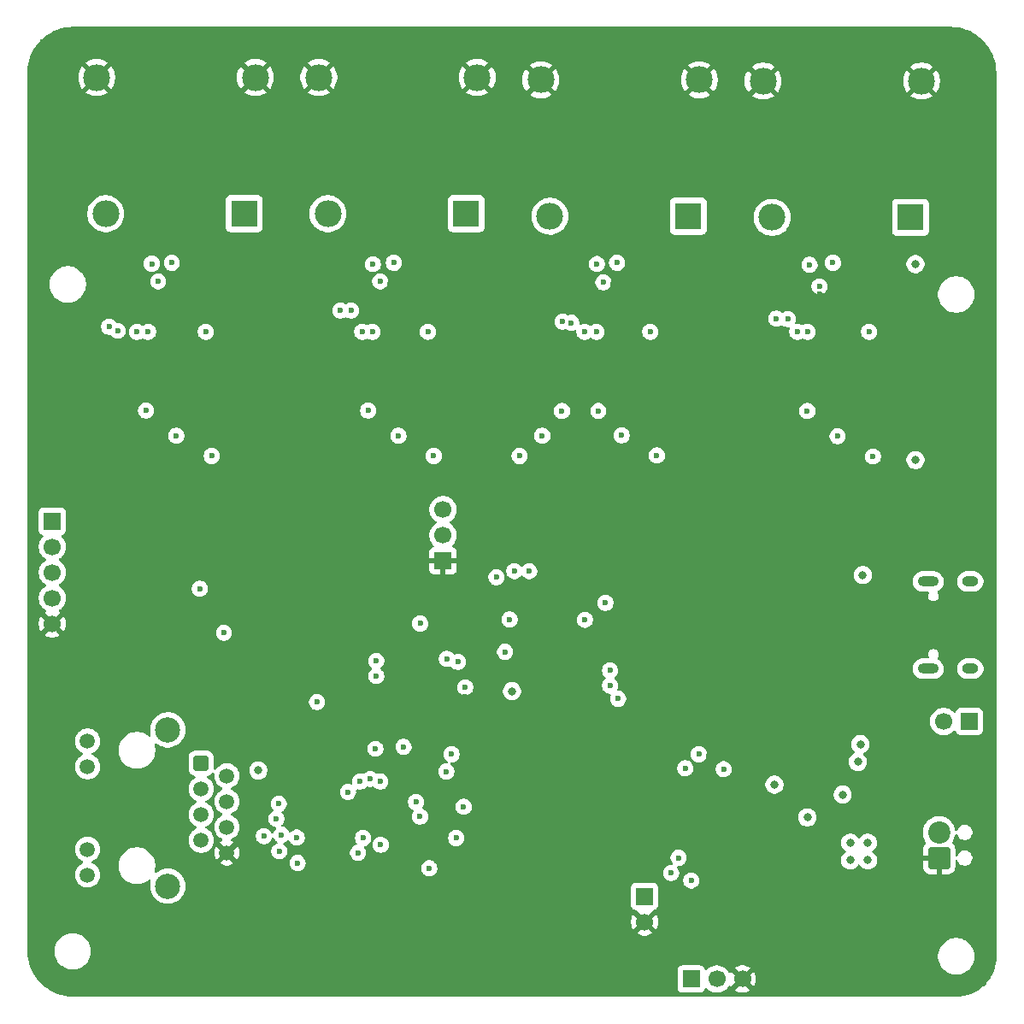
<source format=gbr>
%TF.GenerationSoftware,KiCad,Pcbnew,9.0.4*%
%TF.CreationDate,2025-10-09T14:55:44-07:00*%
%TF.ProjectId,ThermoBoard,54686572-6d6f-4426-9f61-72642e6b6963,1A*%
%TF.SameCoordinates,Original*%
%TF.FileFunction,Copper,L3,Inr*%
%TF.FilePolarity,Positive*%
%FSLAX46Y46*%
G04 Gerber Fmt 4.6, Leading zero omitted, Abs format (unit mm)*
G04 Created by KiCad (PCBNEW 9.0.4) date 2025-10-09 14:55:44*
%MOMM*%
%LPD*%
G01*
G04 APERTURE LIST*
G04 Aperture macros list*
%AMRoundRect*
0 Rectangle with rounded corners*
0 $1 Rounding radius*
0 $2 $3 $4 $5 $6 $7 $8 $9 X,Y pos of 4 corners*
0 Add a 4 corners polygon primitive as box body*
4,1,4,$2,$3,$4,$5,$6,$7,$8,$9,$2,$3,0*
0 Add four circle primitives for the rounded corners*
1,1,$1+$1,$2,$3*
1,1,$1+$1,$4,$5*
1,1,$1+$1,$6,$7*
1,1,$1+$1,$8,$9*
0 Add four rect primitives between the rounded corners*
20,1,$1+$1,$2,$3,$4,$5,0*
20,1,$1+$1,$4,$5,$6,$7,0*
20,1,$1+$1,$6,$7,$8,$9,0*
20,1,$1+$1,$8,$9,$2,$3,0*%
G04 Aperture macros list end*
%TA.AperFunction,ComponentPad*%
%ADD10R,2.655000X2.655000*%
%TD*%
%TA.AperFunction,ComponentPad*%
%ADD11C,2.655000*%
%TD*%
%TA.AperFunction,ComponentPad*%
%ADD12R,1.700000X1.700000*%
%TD*%
%TA.AperFunction,ComponentPad*%
%ADD13C,1.700000*%
%TD*%
%TA.AperFunction,HeatsinkPad*%
%ADD14O,2.100000X1.000000*%
%TD*%
%TA.AperFunction,HeatsinkPad*%
%ADD15O,1.600000X1.000000*%
%TD*%
%TA.AperFunction,ComponentPad*%
%ADD16RoundRect,0.250500X-0.499500X0.499500X-0.499500X-0.499500X0.499500X-0.499500X0.499500X0.499500X0*%
%TD*%
%TA.AperFunction,ComponentPad*%
%ADD17C,1.500000*%
%TD*%
%TA.AperFunction,ComponentPad*%
%ADD18C,2.500000*%
%TD*%
%TA.AperFunction,ComponentPad*%
%ADD19RoundRect,0.249999X0.850001X-0.850001X0.850001X0.850001X-0.850001X0.850001X-0.850001X-0.850001X0*%
%TD*%
%TA.AperFunction,ComponentPad*%
%ADD20C,2.200000*%
%TD*%
%TA.AperFunction,HeatsinkPad*%
%ADD21C,0.500000*%
%TD*%
%TA.AperFunction,ViaPad*%
%ADD22C,0.600000*%
%TD*%
%TA.AperFunction,ViaPad*%
%ADD23C,0.800000*%
%TD*%
G04 APERTURE END LIST*
D10*
%TO.N,/Thermocouples/T3_IN-*%
%TO.C,J107*%
X43961500Y-19000000D03*
D11*
%TO.N,/Thermocouples/T3_IN+*%
X30261500Y-19000000D03*
%TO.N,GND*%
X45061500Y-5500000D03*
X29361500Y-5500000D03*
%TD*%
D12*
%TO.N,Net-(JP400-A)*%
%TO.C,JP400*%
X61629000Y-86615000D03*
D13*
%TO.N,GND*%
X61629000Y-89155000D03*
%TD*%
D12*
%TO.N,GND*%
%TO.C,J101*%
X41661500Y-53390000D03*
D13*
%TO.N,/Microcontroller/JUMPER_BOOT0*%
X41661500Y-50850000D03*
%TO.N,+3V3*%
X41661500Y-48310000D03*
%TD*%
D14*
%TO.N,Net-(J104-SHIELD)*%
%TO.C,J104*%
X89715000Y-64070000D03*
D15*
X93895000Y-64070000D03*
D14*
X89715000Y-55430000D03*
D15*
X93895000Y-55430000D03*
%TD*%
D16*
%TO.N,/Ethernet/TX+*%
%TO.C,J200*%
X17707000Y-73434000D03*
D17*
%TO.N,/Ethernet/TX-*%
X20247000Y-74694000D03*
%TO.N,/Ethernet/RX+*%
X17707000Y-75974000D03*
%TO.N,Net-(J200-RCT)*%
X20247000Y-77234000D03*
X17707000Y-78514000D03*
%TO.N,/Ethernet/RX-*%
X20247000Y-79774000D03*
%TO.N,unconnected-(J200-NC-Pad7)*%
X17707000Y-81054000D03*
%TO.N,GND*%
X20247000Y-82314000D03*
%TO.N,/Ethernet/LED2-INTSEL*%
X6447000Y-71249000D03*
%TO.N,/Ethernet/LED_G_K*%
X6447000Y-73789000D03*
%TO.N,/Ethernet/LED_Y_K*%
X6447000Y-81959000D03*
%TO.N,/Ethernet/LED1-REGOFF*%
X6447000Y-84499000D03*
D18*
%TO.N,Net-(J200-PadSH)*%
X14397000Y-70129000D03*
X14397000Y-85619000D03*
%TD*%
D10*
%TO.N,/Thermocouples/T4_IN-*%
%TO.C,J108*%
X21961500Y-19000000D03*
D11*
%TO.N,/Thermocouples/T4_IN+*%
X8261500Y-19000000D03*
%TO.N,GND*%
X23061500Y-5500000D03*
X7361500Y-5500000D03*
%TD*%
D12*
%TO.N,/Microcontroller/CONN_NRST*%
%TO.C,J100*%
X2961500Y-49460000D03*
D13*
%TO.N,+3V3*%
X2961500Y-52000000D03*
%TO.N,/Microcontroller/CONN_SWCLK*%
X2961500Y-54540000D03*
%TO.N,/Microcontroller/CONN_SWDIO*%
X2961500Y-57080000D03*
%TO.N,GND*%
X2961500Y-59620000D03*
%TD*%
D10*
%TO.N,/Thermocouples/T2_IN-*%
%TO.C,J106*%
X65948000Y-19250000D03*
D11*
%TO.N,/Thermocouples/T2_IN+*%
X52248000Y-19250000D03*
%TO.N,GND*%
X67048000Y-5750000D03*
X51348000Y-5750000D03*
%TD*%
D19*
%TO.N,GND*%
%TO.C,J103*%
X90800000Y-82829596D03*
D20*
%TO.N,+VDC*%
X90800000Y-80289596D03*
%TD*%
D12*
%TO.N,+VDC*%
%TO.C,JP100*%
X93790000Y-69300000D03*
D13*
%TO.N,/Microcontroller/USB_FUSE*%
X91250000Y-69300000D03*
%TD*%
D21*
%TO.N,GND*%
%TO.C,U200*%
X34909000Y-79199000D03*
X35909000Y-79199000D03*
X36909000Y-79199000D03*
X34909000Y-78199000D03*
X35909000Y-78199000D03*
X36909000Y-78199000D03*
X34909000Y-77199000D03*
X35909000Y-77199000D03*
X36909000Y-77199000D03*
%TD*%
D12*
%TO.N,/CAN/CAN_CONN-*%
%TO.C,J102*%
X66239000Y-94815000D03*
D13*
%TO.N,/CAN/CAN_CONN+*%
X68779000Y-94815000D03*
%TO.N,GND*%
X71319000Y-94815000D03*
%TD*%
D10*
%TO.N,/Thermocouples/T1_IN-*%
%TO.C,J105*%
X87961500Y-19361000D03*
D11*
%TO.N,/Thermocouples/T1_IN+*%
X74261500Y-19361000D03*
%TO.N,GND*%
X89061500Y-5861000D03*
X73361500Y-5861000D03*
%TD*%
D22*
%TO.N,*%
X39400000Y-59600000D03*
X8600000Y-30200000D03*
X31500000Y-28600000D03*
X53500000Y-29700000D03*
X74700000Y-29400000D03*
%TO.N,GND*%
X92000000Y-24000000D03*
X52000000Y-34000000D03*
X22000000Y-70000000D03*
X48000000Y-12000000D03*
X18000000Y-10000000D03*
X16000000Y-94000000D03*
X14000000Y-8000000D03*
X74000000Y-14000000D03*
X6000000Y-60000000D03*
X86500000Y-62050000D03*
X2000000Y-24000000D03*
X31961500Y-24800000D03*
X6000000Y-46000000D03*
X86500000Y-63050000D03*
X68000000Y-42000000D03*
X70000000Y-6000000D03*
X8000000Y-70000000D03*
X26000000Y-44550000D03*
X48000000Y-26000000D03*
X27961500Y-86500000D03*
X50000000Y-34000000D03*
X42000000Y-2000000D03*
X76000000Y-6000000D03*
X29500000Y-76300000D03*
X70000000Y-42000000D03*
X18671500Y-60640000D03*
X82000000Y-18000000D03*
X82000000Y-12000000D03*
X90000000Y-30000000D03*
X72000000Y-28000000D03*
X52000000Y-84000000D03*
X34000000Y-44550000D03*
X10961500Y-65000000D03*
X45461500Y-51500000D03*
X86000000Y-50000000D03*
X50000000Y-18000000D03*
X28000000Y-94000000D03*
X92000000Y-90000000D03*
X30000000Y-94000000D03*
X66000000Y-34000000D03*
X60000000Y-8000000D03*
X64000000Y-76000000D03*
X52000000Y-22000000D03*
X78000000Y-54000000D03*
X48000000Y-42000000D03*
X24000000Y-26000000D03*
X54000000Y-94000000D03*
X28000000Y-74000000D03*
X50000000Y-36000000D03*
X84461500Y-31900000D03*
X32000000Y-14000000D03*
X18161500Y-24786500D03*
X78500000Y-72050000D03*
X46000000Y-94000000D03*
X32000000Y-42000000D03*
X82000000Y-8000000D03*
X8000000Y-12000000D03*
X2000000Y-90000000D03*
X20000000Y-68000000D03*
X6000000Y-18000000D03*
X10000000Y-90000000D03*
X88000000Y-12000000D03*
X64000000Y-14000000D03*
X41501500Y-70810000D03*
X18000000Y-14000000D03*
X18000000Y-2000000D03*
X72000000Y-62000000D03*
X22000000Y-32000000D03*
X66000000Y-32000000D03*
X79961500Y-29000000D03*
X78000000Y-68000000D03*
X78000000Y-6000000D03*
X94000000Y-86800000D03*
X70000000Y-8000000D03*
X94000000Y-16000000D03*
X74000000Y-56000000D03*
X74000000Y-88000000D03*
X46000000Y-32000000D03*
X24000000Y-22000000D03*
X26000000Y-8000000D03*
X86000000Y-12000000D03*
X50000000Y-10000000D03*
X48000000Y-6000000D03*
X36000000Y-44550000D03*
X78000000Y-66000000D03*
X88000000Y-92000000D03*
X9961500Y-65000000D03*
X12000000Y-94000000D03*
X38361500Y-27000000D03*
X62000000Y-12000000D03*
X50000000Y-32000000D03*
X82000000Y-4000000D03*
X34000000Y-42000000D03*
X12881500Y-39840000D03*
X10000000Y-92000000D03*
X46711500Y-69500000D03*
X74000000Y-16000000D03*
X40000000Y-18000000D03*
X56000000Y-6000000D03*
X26000000Y-26000000D03*
X74000000Y-92000000D03*
X84000000Y-52000000D03*
X7461500Y-55500000D03*
X81000000Y-86050000D03*
X78461500Y-32300000D03*
X61731500Y-42010000D03*
X94000000Y-40000000D03*
X90000000Y-32000000D03*
X26000000Y-22000000D03*
X14000000Y-12000000D03*
X22000000Y-90000000D03*
X82000000Y-2000000D03*
X14000000Y-36000000D03*
X8000000Y-78000000D03*
X82000000Y-66000000D03*
X4000000Y-6000000D03*
X64000000Y-28000000D03*
X35770000Y-89580000D03*
X62000000Y-18000000D03*
X20961500Y-65500000D03*
X76261500Y-26600000D03*
X58000000Y-2000000D03*
X94000000Y-30000000D03*
X68000000Y-34000000D03*
X60000000Y-92000000D03*
X78000000Y-46000000D03*
X34000000Y-90000000D03*
X28000000Y-52000000D03*
X82000000Y-6000000D03*
X80000000Y-8000000D03*
X2000000Y-32000000D03*
X36000000Y-16000000D03*
X58461500Y-27000000D03*
X82000000Y-94000000D03*
X28000000Y-22000000D03*
X68000000Y-28000000D03*
X68000000Y-72800000D03*
X4000000Y-66000000D03*
X22961500Y-86000000D03*
X84000000Y-46000000D03*
X31461500Y-74500000D03*
X26000000Y-42000000D03*
X60000000Y-4000000D03*
X50000000Y-16000000D03*
X48000000Y-8000000D03*
X30000000Y-26000000D03*
X28000000Y-2000000D03*
X42511500Y-67460000D03*
X94000000Y-8000000D03*
X87250000Y-77550000D03*
X33991500Y-70960000D03*
X18000000Y-94000000D03*
X44000000Y-32000000D03*
X59461500Y-27000000D03*
X50000000Y-58000000D03*
X38000000Y-6000000D03*
X64000000Y-74000000D03*
X38500000Y-82300000D03*
X56000000Y-12000000D03*
X74000000Y-12000000D03*
X6000000Y-14000000D03*
X36000000Y-88000000D03*
X32000000Y-94000000D03*
X76000000Y-10000000D03*
X48000000Y-40000000D03*
X20000000Y-94000000D03*
X39461500Y-73220000D03*
X26000000Y-48000000D03*
X24000000Y-94000000D03*
X10000000Y-48000000D03*
X6000000Y-12000000D03*
X28000000Y-26000000D03*
X44000000Y-16000000D03*
X16461500Y-28000000D03*
X84000000Y-66000000D03*
X84000000Y-6000000D03*
X94000000Y-85550000D03*
X20000000Y-16000000D03*
X60461500Y-27000000D03*
X18000000Y-12000000D03*
X88000000Y-10000000D03*
X86000000Y-92000000D03*
X79500000Y-72050000D03*
X58000000Y-92000000D03*
X60000000Y-2000000D03*
X4000000Y-38000000D03*
X70000000Y-62000000D03*
X77461500Y-33300000D03*
D23*
X61961500Y-59000000D03*
D22*
X60000000Y-46000000D03*
X42000000Y-55300000D03*
X10161500Y-26200000D03*
X2000000Y-66000000D03*
X81901500Y-41900000D03*
X22000000Y-26000000D03*
X68000000Y-50000000D03*
X2000000Y-44000000D03*
X64000000Y-4000000D03*
X80000000Y-14000000D03*
X15461500Y-28000000D03*
X72000000Y-56000000D03*
X46000000Y-16000000D03*
X86000000Y-2000000D03*
X4000000Y-40000000D03*
X88000000Y-8000000D03*
X16000000Y-14000000D03*
X44000000Y-14000000D03*
X78000000Y-2000000D03*
X35361500Y-29000000D03*
X56000000Y-8000000D03*
X68000000Y-10000000D03*
X58000000Y-8000000D03*
X52000000Y-8000000D03*
X28000000Y-10000000D03*
X16461500Y-29000000D03*
X48000000Y-36000000D03*
X34000000Y-94000000D03*
X68000000Y-68000000D03*
X50000000Y-62000000D03*
X34461500Y-57500000D03*
X94000000Y-46000000D03*
X22000000Y-94000000D03*
X90000000Y-46000000D03*
X22000000Y-28000000D03*
X66000000Y-46000000D03*
X70000000Y-4000000D03*
X28000000Y-90000000D03*
X40000000Y-52000000D03*
X50000000Y-12000000D03*
X76000000Y-70000000D03*
X36000000Y-6000000D03*
X39181500Y-41980000D03*
X8000000Y-68000000D03*
X7961500Y-59500000D03*
X46000000Y-28000000D03*
X90000000Y-14000000D03*
X44000000Y-8000000D03*
X54000000Y-28000000D03*
X72000000Y-86000000D03*
X62000000Y-94000000D03*
X90000000Y-12000000D03*
X91500000Y-85550000D03*
X38000000Y-20000000D03*
X46000000Y-14000000D03*
X54000000Y-78000000D03*
X14000000Y-6000000D03*
X86000000Y-14000000D03*
X64000000Y-10000000D03*
X6000000Y-22000000D03*
X75500000Y-72050000D03*
X4000000Y-86000000D03*
X60000000Y-10000000D03*
X48000000Y-4000000D03*
X26000000Y-20000000D03*
X35361500Y-27000000D03*
X90250000Y-86800000D03*
X12000000Y-4000000D03*
X78961500Y-27000000D03*
X60000000Y-16000000D03*
X36000000Y-2000000D03*
X70000000Y-40000000D03*
X92000000Y-14000000D03*
X80961500Y-29000000D03*
X80000000Y-88000000D03*
X2000000Y-62000000D03*
X52000000Y-14000000D03*
X70000000Y-32000000D03*
X24000000Y-14000000D03*
X24000000Y-32000000D03*
X24000000Y-34000000D03*
X30000000Y-22000000D03*
X28000000Y-8000000D03*
X6000000Y-78000000D03*
X46000000Y-84000000D03*
X78000000Y-56000000D03*
X92750000Y-53300000D03*
X32000000Y-8000000D03*
X41161500Y-32200000D03*
X37461500Y-59500000D03*
X60000000Y-18000000D03*
X2000000Y-68000000D03*
X18000000Y-6000000D03*
X79000000Y-86050000D03*
X8000000Y-90000000D03*
X6000000Y-52000000D03*
X42000000Y-94000000D03*
X81961500Y-28000000D03*
X70000000Y-2000000D03*
X58000000Y-20000000D03*
X84000000Y-16000000D03*
X35721500Y-39650000D03*
X2000000Y-88000000D03*
X94000000Y-22000000D03*
X42001500Y-39920000D03*
X46000000Y-46000000D03*
X14000000Y-68000000D03*
X78000000Y-18000000D03*
X84000000Y-90000000D03*
X63911500Y-37470000D03*
X18000000Y-70000000D03*
X88000000Y-22000000D03*
X38000000Y-14000000D03*
X86000000Y-66000000D03*
X26000000Y-18000000D03*
X26000000Y-86000000D03*
X22961500Y-87000000D03*
X46000000Y-12000000D03*
X10000000Y-8000000D03*
X28000000Y-14000000D03*
X28000000Y-20000000D03*
X78000000Y-42000000D03*
X72000000Y-90000000D03*
X36770000Y-90580000D03*
X58000000Y-42000000D03*
X66000000Y-12000000D03*
X40000000Y-94000000D03*
X4000000Y-12000000D03*
X34000000Y-18000000D03*
X74000000Y-8000000D03*
X40000000Y-92000000D03*
X62000000Y-20000000D03*
X30000000Y-28000000D03*
X30461500Y-73500000D03*
X94000000Y-2000000D03*
X78000000Y-4000000D03*
X2000000Y-26000000D03*
X59461500Y-28000000D03*
X2000000Y-16000000D03*
X34000000Y-12000000D03*
X16000000Y-76000000D03*
X52000000Y-16000000D03*
X13461500Y-29000000D03*
X34000000Y-2000000D03*
X24000000Y-10000000D03*
X34000000Y-66000000D03*
X56000000Y-10000000D03*
X55750000Y-74300000D03*
X30961500Y-86000000D03*
X38361500Y-29000000D03*
X76000000Y-12000000D03*
X58000000Y-36000000D03*
X63029000Y-79565000D03*
X70000000Y-34000000D03*
X41961500Y-78400000D03*
X64000000Y-68000000D03*
X30000000Y-50000000D03*
X4000000Y-16000000D03*
X71511500Y-36230000D03*
X20000000Y-12000000D03*
X46000000Y-36000000D03*
X7461500Y-52000000D03*
X34000000Y-10000000D03*
X87250000Y-76550000D03*
X26000000Y-34000000D03*
X59461500Y-26000000D03*
X40000000Y-10000000D03*
X33901500Y-74080000D03*
X57461500Y-28000000D03*
X8000000Y-62000000D03*
X36571500Y-36610000D03*
X24000000Y-16000000D03*
X50000000Y-2000000D03*
X72000000Y-26000000D03*
X2000000Y-6000000D03*
X88000000Y-94000000D03*
X84000000Y-68000000D03*
X52500000Y-79550000D03*
X90000000Y-28000000D03*
X84000000Y-10000000D03*
X16000000Y-78000000D03*
X94000000Y-50000000D03*
X4000000Y-8000000D03*
X2000000Y-74000000D03*
X6000000Y-16000000D03*
X81961500Y-29000000D03*
X94000000Y-66000000D03*
X74000000Y-54000000D03*
X72000000Y-12000000D03*
X86000000Y-8000000D03*
X18961500Y-65500000D03*
X2000000Y-14000000D03*
X16000000Y-92000000D03*
X50000000Y-86000000D03*
X90000000Y-90000000D03*
X4000000Y-32000000D03*
X47961500Y-57800000D03*
X2000000Y-80000000D03*
X94000000Y-42000000D03*
X90250000Y-85550000D03*
X74000000Y-2000000D03*
X78000000Y-14000000D03*
X20000000Y-40000000D03*
X4000000Y-14000000D03*
X7961500Y-58500000D03*
X4000000Y-30000000D03*
X90000000Y-44000000D03*
X15461500Y-26000000D03*
X80000000Y-92000000D03*
X4000000Y-36000000D03*
X90000000Y-92000000D03*
X92000000Y-30000000D03*
X4000000Y-18000000D03*
X58000000Y-46000000D03*
X13461500Y-28000000D03*
X70000000Y-48000000D03*
X82000000Y-86050000D03*
X4000000Y-88000000D03*
X63029000Y-78565000D03*
X26000000Y-94000000D03*
X90000000Y-50000000D03*
X68000000Y-26000000D03*
X70000000Y-28000000D03*
X26000000Y-4000000D03*
X66000000Y-28000000D03*
X80000000Y-86050000D03*
X92000000Y-10000000D03*
X30000000Y-92000000D03*
X43841500Y-66830000D03*
X90000000Y-22000000D03*
X20000000Y-28000000D03*
X15461500Y-27000000D03*
X51611500Y-75230000D03*
X64000000Y-58000000D03*
X74000000Y-26000000D03*
X16000000Y-10000000D03*
X32000000Y-92000000D03*
X38000000Y-4000000D03*
X59461500Y-29000000D03*
X80000000Y-94000000D03*
X2000000Y-78000000D03*
X18000000Y-8000000D03*
X6000000Y-62000000D03*
X80000000Y-2000000D03*
X24000000Y-92000000D03*
X28000000Y-32000000D03*
X94000000Y-90000000D03*
X6000000Y-8000000D03*
X92000000Y-6000000D03*
X24000000Y-48000000D03*
X52000000Y-28000000D03*
X84000000Y-88000000D03*
X42000000Y-4000000D03*
X46000000Y-2000000D03*
X22000000Y-10000000D03*
X74000000Y-94000000D03*
X16000000Y-44000000D03*
X44000000Y-34000000D03*
X82000000Y-68000000D03*
X56000000Y-16000000D03*
X41711500Y-37000000D03*
X48000000Y-28000000D03*
X80000000Y-64000000D03*
X38000000Y-8000000D03*
X52000000Y-74000000D03*
X22000000Y-72000000D03*
X34000000Y-14000000D03*
X90000000Y-94000000D03*
X20000000Y-2000000D03*
X32000000Y-2000000D03*
X27178500Y-76300000D03*
X34000000Y-8000000D03*
X26000000Y-14000000D03*
X26000000Y-90000000D03*
X16000000Y-12000000D03*
X82000000Y-16000000D03*
X8000000Y-26000000D03*
X26000000Y-28000000D03*
X35961500Y-86000000D03*
X62000000Y-10000000D03*
X14000000Y-60000000D03*
X54000000Y-4000000D03*
X70000000Y-10000000D03*
X70000000Y-16000000D03*
X86000000Y-90000000D03*
X78000000Y-90000000D03*
X94000000Y-48000000D03*
X48000000Y-18000000D03*
X2000000Y-84000000D03*
X46000000Y-92000000D03*
X8000000Y-28000000D03*
X8961500Y-86500000D03*
X68000000Y-22000000D03*
X18000000Y-68000000D03*
X16000000Y-68000000D03*
X42841500Y-76880000D03*
X64000000Y-48000000D03*
X46000000Y-86000000D03*
X44000000Y-84000000D03*
X2000000Y-70000000D03*
X85250000Y-58550000D03*
X78961500Y-29000000D03*
X74000000Y-22000000D03*
X2000000Y-2000000D03*
X4000000Y-68000000D03*
X34000000Y-92000000D03*
X18000000Y-4000000D03*
X75161500Y-26600000D03*
X22000000Y-92000000D03*
X58000000Y-18000000D03*
X64000000Y-56000000D03*
X58000000Y-14000000D03*
X82000000Y-88000000D03*
X56000000Y-20000000D03*
X64000000Y-92000000D03*
X20000000Y-72000000D03*
X72000000Y-34000000D03*
X24000000Y-42000000D03*
X8000000Y-38000000D03*
X42000000Y-14000000D03*
X54401500Y-72090000D03*
X68000000Y-14000000D03*
X68000000Y-32000000D03*
X14000000Y-40000000D03*
X2000000Y-38000000D03*
X37961500Y-86000000D03*
X24000000Y-2000000D03*
X12000000Y-10000000D03*
X84000000Y-18000000D03*
X54000000Y-16000000D03*
X58461500Y-26000000D03*
X18000000Y-20000000D03*
X80000000Y-66000000D03*
X50000000Y-14000000D03*
X20000000Y-42000000D03*
X31961500Y-26400000D03*
X72000000Y-40000000D03*
X39191500Y-39810000D03*
X40161500Y-24786500D03*
X36361500Y-29000000D03*
X28000000Y-92000000D03*
X12000000Y-68000000D03*
X92000000Y-46000000D03*
X82000000Y-92000000D03*
X6000000Y-10000000D03*
X86000000Y-84000000D03*
X86000000Y-16000000D03*
X70000000Y-22000000D03*
X88000000Y-66000000D03*
X40000000Y-12000000D03*
X50000000Y-40000000D03*
X40000000Y-14000000D03*
X10000000Y-62000000D03*
X10000000Y-6000000D03*
X74000000Y-28000000D03*
X50000000Y-20000000D03*
X30000000Y-12000000D03*
X56000000Y-94000000D03*
X70000000Y-26000000D03*
X90000000Y-10000000D03*
X4000000Y-72000000D03*
X80000000Y-10000000D03*
X6000000Y-30000000D03*
X19961500Y-65500000D03*
X68000000Y-36000000D03*
X48000000Y-86000000D03*
X48000000Y-34000000D03*
X56000000Y-14000000D03*
X26000000Y-12000000D03*
X10000000Y-2000000D03*
X32000000Y-56000000D03*
X10000000Y-14000000D03*
X78961500Y-28000000D03*
X48000000Y-32000000D03*
X19500000Y-44300000D03*
X10000000Y-4000000D03*
X80000000Y-18000000D03*
X80500000Y-72050000D03*
X8000000Y-14000000D03*
X14000000Y-4000000D03*
X26000000Y-50000000D03*
X70000000Y-36000000D03*
X11261500Y-26200000D03*
X33000000Y-37300000D03*
X90000000Y-2000000D03*
X68000000Y-70000000D03*
X92750000Y-52300000D03*
X84000000Y-50000000D03*
X92000000Y-16000000D03*
X36361500Y-27000000D03*
X2000000Y-36000000D03*
X61461500Y-27000000D03*
X70000000Y-18000000D03*
X50000000Y-8000000D03*
X52000000Y-26000000D03*
X48000000Y-16000000D03*
X68000000Y-58000000D03*
X58000000Y-39800000D03*
X54161500Y-24800000D03*
X4000000Y-82000000D03*
X48000000Y-84000000D03*
X84000000Y-12000000D03*
X46000000Y-26000000D03*
X78000000Y-64000000D03*
X8961500Y-59500000D03*
X6461500Y-55500000D03*
X42000000Y-10000000D03*
X22000000Y-2000000D03*
X72000000Y-64000000D03*
X48000000Y-20000000D03*
X8000000Y-64000000D03*
X2000000Y-18000000D03*
X35770000Y-90580000D03*
D23*
X67579000Y-92962915D03*
D22*
X60000000Y-14000000D03*
X52000000Y-94000000D03*
X40000000Y-8000000D03*
X82000000Y-46000000D03*
X10000000Y-80000000D03*
X18000000Y-16000000D03*
X92000000Y-48000000D03*
X38000000Y-18000000D03*
X70000000Y-12000000D03*
X78000000Y-20000000D03*
X35361500Y-28000000D03*
X34961500Y-86000000D03*
X16961500Y-65500000D03*
X62000000Y-16000000D03*
X48000000Y-10000000D03*
X84200000Y-59400000D03*
X48000000Y-2000000D03*
X27961500Y-85500000D03*
X80000000Y-50000000D03*
X50000000Y-28000000D03*
X56000000Y-76000000D03*
X36000000Y-14000000D03*
X84000000Y-20000000D03*
X34000000Y-20000000D03*
X43861500Y-73220000D03*
X31500000Y-79800000D03*
X74000000Y-90000000D03*
X38448881Y-26112619D03*
X84000000Y-8000000D03*
X46000000Y-10000000D03*
X14000000Y-10000000D03*
X38000000Y-16000000D03*
X4000000Y-84000000D03*
X4000000Y-78000000D03*
X92000000Y-32000000D03*
X64000000Y-2000000D03*
X76000000Y-58000000D03*
X35591500Y-82749000D03*
X44000000Y-2000000D03*
X86250000Y-55300000D03*
X82500000Y-62800000D03*
X10000000Y-68000000D03*
X32000000Y-10000000D03*
X62000000Y-84000000D03*
X44000000Y-94000000D03*
X26000000Y-32000000D03*
X34000000Y-88000000D03*
X34000000Y-16000000D03*
X22000000Y-12000000D03*
X38000000Y-12000000D03*
X34000000Y-54000000D03*
X70000000Y-90000000D03*
X64000000Y-12000000D03*
X12000000Y-14000000D03*
X14461500Y-26000000D03*
X60461500Y-28000000D03*
X77500000Y-72050000D03*
X72000000Y-14000000D03*
X42000000Y-6000000D03*
X66000000Y-58000000D03*
X57961500Y-68250000D03*
X34000000Y-6000000D03*
X2000000Y-8000000D03*
X26000000Y-6000000D03*
X8961500Y-52000000D03*
X36961500Y-86000000D03*
X20000000Y-8000000D03*
X8000000Y-22000000D03*
X28000000Y-70000000D03*
X64000000Y-66000000D03*
X92000000Y-44000000D03*
X26000000Y-36000000D03*
X32000000Y-68000000D03*
X47461500Y-51500000D03*
X66000000Y-14000000D03*
X52471500Y-39840000D03*
X2000000Y-82000000D03*
X2000000Y-72000000D03*
X35461500Y-56500000D03*
X20000000Y-70000000D03*
D23*
X80400000Y-78800000D03*
D22*
X36000000Y-92000000D03*
X17961500Y-65500000D03*
X39361500Y-28000000D03*
X58000000Y-48000000D03*
X80000000Y-52000000D03*
X92761500Y-40400000D03*
X32000000Y-40000000D03*
X6000000Y-88000000D03*
X79000000Y-39300000D03*
X76000000Y-52000000D03*
X48000000Y-14000000D03*
X26000000Y-16000000D03*
X76000000Y-88000000D03*
X52000000Y-10000000D03*
X16000000Y-2000000D03*
X88000000Y-16000000D03*
X58000000Y-94000000D03*
X44000000Y-86000000D03*
X36000000Y-10000000D03*
X86000000Y-4000000D03*
X86000000Y-10000000D03*
X20000000Y-48000000D03*
X58000000Y-12000000D03*
X78000000Y-88000000D03*
X12000000Y-2000000D03*
X94000000Y-24000000D03*
X4000000Y-4000000D03*
X10961500Y-66000000D03*
X2000000Y-40000000D03*
X10161500Y-24600000D03*
X22000000Y-68000000D03*
X64000000Y-6000000D03*
X4000000Y-74000000D03*
X8000000Y-8000000D03*
X56000000Y-4000000D03*
X16000000Y-60000000D03*
X12000000Y-18000000D03*
X22000000Y-34000000D03*
X88000000Y-14000000D03*
X83761500Y-24800000D03*
X17461500Y-27000000D03*
X28000000Y-16000000D03*
X46000000Y-42000000D03*
X4000000Y-70000000D03*
X36000000Y-12000000D03*
X58461500Y-28000000D03*
X38000000Y-94000000D03*
X34461500Y-56500000D03*
X36361500Y-26000000D03*
X92761500Y-38800000D03*
X30000000Y-54000000D03*
X94000000Y-14000000D03*
X8000000Y-24000000D03*
X4000000Y-10000000D03*
X92000000Y-2000000D03*
X50000000Y-88000000D03*
X50000000Y-92000000D03*
X28961500Y-86500000D03*
X14461500Y-28000000D03*
X92761500Y-41200000D03*
X56000000Y-18000000D03*
X80000000Y-4000000D03*
X64000000Y-40000000D03*
X94000000Y-44000000D03*
X66000000Y-2000000D03*
X34000000Y-68000000D03*
X56329000Y-89865000D03*
X91500000Y-86800000D03*
X86000000Y-6000000D03*
X12000000Y-62000000D03*
X2000000Y-22000000D03*
X2000000Y-46000000D03*
X82961500Y-28000000D03*
X78000000Y-92000000D03*
X28000000Y-18000000D03*
X87500000Y-62050000D03*
X16461500Y-27000000D03*
X48000000Y-88000000D03*
X92000000Y-50000000D03*
X82000000Y-36000000D03*
X44000000Y-10000000D03*
X90000000Y-52000000D03*
X2000000Y-10000000D03*
X9461500Y-56500000D03*
X56961500Y-31800000D03*
X39361500Y-27000000D03*
X35161500Y-32000000D03*
X78000000Y-50000000D03*
X13461500Y-27000000D03*
X24000000Y-12000000D03*
X16000000Y-16000000D03*
X82000000Y-40000000D03*
X38361500Y-28000000D03*
X40000000Y-90000000D03*
X62461500Y-32000000D03*
X92750000Y-86800000D03*
X72000000Y-92000000D03*
X6000000Y-80000000D03*
X43961500Y-56000000D03*
X80000000Y-16000000D03*
X58000000Y-16000000D03*
X8000000Y-10000000D03*
X22000000Y-8000000D03*
X64000000Y-72000000D03*
X84000000Y-14000000D03*
X47871500Y-74610000D03*
X36000000Y-8000000D03*
X22000000Y-16000000D03*
X54000000Y-14000000D03*
X54000000Y-8000000D03*
X48000000Y-48000000D03*
X22000000Y-14000000D03*
X24000000Y-40000000D03*
X20000000Y-10000000D03*
X82000000Y-90000000D03*
X72000000Y-10000000D03*
X68000000Y-16000000D03*
X28000000Y-12000000D03*
X30000000Y-14000000D03*
X2000000Y-30000000D03*
X25461500Y-71000000D03*
X10000000Y-10000000D03*
X94000000Y-20000000D03*
X32000000Y-52000000D03*
X82000000Y-38000000D03*
X25461500Y-72000000D03*
X37361500Y-29000000D03*
X12000000Y-6000000D03*
X32000000Y-90000000D03*
X80000000Y-70000000D03*
X90000000Y-8000000D03*
X40000000Y-6000000D03*
X68000000Y-56000000D03*
X66000000Y-56000000D03*
X26000000Y-40000000D03*
X62000000Y-14000000D03*
X48000000Y-46000000D03*
X32000000Y-6000000D03*
X20000000Y-4000000D03*
X38961500Y-86000000D03*
X54000000Y-12000000D03*
X26000000Y-68000000D03*
X32000000Y-54000000D03*
X94000000Y-10000000D03*
X15461500Y-29000000D03*
X36000000Y-42000000D03*
X44000000Y-12000000D03*
X52962973Y-66149999D03*
X2000000Y-28000000D03*
X80000000Y-12000000D03*
X54161500Y-26400000D03*
X24461500Y-71000000D03*
X40000000Y-20000000D03*
X28000000Y-48000000D03*
X42000000Y-90000000D03*
X12000000Y-92000000D03*
X92000000Y-18000000D03*
X79961500Y-27000000D03*
X91861500Y-37000000D03*
X30000000Y-90000000D03*
X80000000Y-20000000D03*
X16000000Y-18000000D03*
X19161500Y-32200000D03*
X20000000Y-92000000D03*
X37361500Y-26000000D03*
X46000000Y-90000000D03*
X8000000Y-76000000D03*
X16000000Y-80000000D03*
X61461500Y-28000000D03*
X46000000Y-88000000D03*
X7461500Y-51000000D03*
X60000000Y-94000000D03*
X62000000Y-8000000D03*
X8000000Y-40000000D03*
X54000000Y-2000000D03*
X56329000Y-90865000D03*
X94000000Y-6000000D03*
X4000000Y-62000000D03*
X76000000Y-94000000D03*
X36000000Y-18000000D03*
X16000000Y-4000000D03*
X74000000Y-58000000D03*
X46461500Y-51500000D03*
X33061500Y-26400000D03*
X58000000Y-6000000D03*
X90000000Y-26000000D03*
X12000000Y-8000000D03*
X16000000Y-8000000D03*
X84000000Y-86000000D03*
X38000000Y-10000000D03*
X64000000Y-94000000D03*
X76500000Y-72050000D03*
X70000000Y-20000000D03*
X4000000Y-2000000D03*
X20000000Y-6000000D03*
X66000000Y-16000000D03*
X46000000Y-40000000D03*
X2000000Y-4000000D03*
X30000000Y-8000000D03*
X76000000Y-90000000D03*
X26000000Y-10000000D03*
X80000000Y-6000000D03*
X78000000Y-8000000D03*
X91750000Y-52300000D03*
X58000000Y-10000000D03*
X52000000Y-32000000D03*
X52000000Y-36000000D03*
X78000000Y-52000000D03*
X42000000Y-16000000D03*
X72000000Y-84000000D03*
X12961500Y-31800000D03*
X2000000Y-20000000D03*
X83500000Y-61800000D03*
X26000000Y-2000000D03*
X14000000Y-16000000D03*
X8000000Y-2000000D03*
X10000000Y-78000000D03*
X43500000Y-52050000D03*
X63801500Y-42330000D03*
X14000000Y-54000000D03*
X79961500Y-28000000D03*
X8000000Y-36000000D03*
X39081500Y-36640000D03*
X46000000Y-22000000D03*
X50000000Y-90000000D03*
X76000000Y-14000000D03*
X24000000Y-90000000D03*
X10000000Y-94000000D03*
X72000000Y-20000000D03*
X90000000Y-48000000D03*
X82000000Y-52000000D03*
X16000000Y-6000000D03*
X36000000Y-66000000D03*
X76000000Y-16000000D03*
X70000000Y-14000000D03*
X14000000Y-20000000D03*
X49091500Y-73370000D03*
X38000000Y-92000000D03*
X62000000Y-2000000D03*
X80000000Y-90000000D03*
X85779461Y-25391085D03*
X53529000Y-90865000D03*
X90000000Y-16000000D03*
D23*
X58461500Y-59000000D03*
D22*
X90000000Y-24000000D03*
X16000000Y-90000000D03*
X76000000Y-4000000D03*
X80000000Y-54000000D03*
X2000000Y-42000000D03*
X12000000Y-16000000D03*
X48000000Y-90000000D03*
X72000000Y-88000000D03*
X6000000Y-20000000D03*
X40000000Y-4000000D03*
X75161500Y-25800000D03*
X48000000Y-92000000D03*
X24000000Y-28000000D03*
X72000000Y-18000000D03*
X82000000Y-10000000D03*
X36000000Y-4000000D03*
X12000000Y-80000000D03*
X58000000Y-88000000D03*
X58000000Y-4000000D03*
X46000000Y-34000000D03*
X57461500Y-27000000D03*
X38000000Y-66000000D03*
X32000000Y-16000000D03*
X48000000Y-94000000D03*
X28000000Y-50000000D03*
X36000000Y-48000000D03*
X92000000Y-22000000D03*
X58461500Y-29000000D03*
X28000000Y-72000000D03*
X42401500Y-69930000D03*
X4000000Y-76000000D03*
X4000000Y-34000000D03*
X16751500Y-55110000D03*
X92861500Y-37000000D03*
X50031500Y-76970000D03*
X76000000Y-92000000D03*
X32000000Y-4000000D03*
X39250000Y-44550000D03*
X83500000Y-62800000D03*
X60000000Y-12000000D03*
X4000000Y-42000000D03*
X92000000Y-20000000D03*
X68000000Y-2000000D03*
X44000000Y-88000000D03*
X34000000Y-4000000D03*
X80000000Y-46000000D03*
X16000000Y-42300000D03*
X44961500Y-55000000D03*
X72000000Y-46000000D03*
X76000000Y-66000000D03*
X72000000Y-16000000D03*
X82000000Y-50000000D03*
X64000000Y-16000000D03*
X20000000Y-90000000D03*
X52000000Y-2000000D03*
X78000000Y-94000000D03*
X32000000Y-44550000D03*
X4000000Y-20000000D03*
X12000000Y-60000000D03*
X82000000Y-20000000D03*
X20000000Y-14000000D03*
X56000000Y-2000000D03*
X14000000Y-14000000D03*
X26000000Y-92000000D03*
X94000000Y-12000000D03*
X14000000Y-90000000D03*
X68000000Y-8000000D03*
X82961500Y-27000000D03*
X40000000Y-16000000D03*
X36000000Y-94000000D03*
X64000000Y-70000000D03*
X4000000Y-64000000D03*
X2000000Y-12000000D03*
X50000000Y-94000000D03*
X31961500Y-86000000D03*
X91861500Y-36000000D03*
X84000000Y-94000000D03*
X78000000Y-10000000D03*
X76000000Y-56000000D03*
X18000000Y-90000000D03*
X92761500Y-39600000D03*
X4000000Y-44000000D03*
X54000000Y-6000000D03*
X85500000Y-62050000D03*
X31961500Y-25600000D03*
X6000000Y-64000000D03*
X44000000Y-90000000D03*
X80000000Y-68000000D03*
X72000000Y-58000000D03*
X82000000Y-14000000D03*
X68000000Y-12000000D03*
X87500000Y-63050000D03*
X48000000Y-22000000D03*
X31461500Y-73500000D03*
X42000000Y-12000000D03*
X74000000Y-10000000D03*
X70000000Y-58000000D03*
X64000000Y-90000000D03*
X76000000Y-2000000D03*
X92000000Y-12000000D03*
X86000000Y-94000000D03*
X24000000Y-68000000D03*
X2000000Y-92000000D03*
X87250000Y-55300000D03*
X16000000Y-74000000D03*
X94000000Y-18000000D03*
X84500000Y-44300000D03*
X10000000Y-16000000D03*
X80961500Y-27000000D03*
X86250000Y-56300000D03*
X37361500Y-28000000D03*
X8000000Y-16000000D03*
X94000000Y-4000000D03*
X6000000Y-44000000D03*
X80961500Y-28000000D03*
X46000000Y-8000000D03*
X30000000Y-16000000D03*
X88000000Y-2000000D03*
X64000000Y-8000000D03*
X42000000Y-88000000D03*
X14000000Y-94000000D03*
X32000000Y-88000000D03*
X57461500Y-29000000D03*
X92000000Y-8000000D03*
X42000000Y-92000000D03*
X55261500Y-26400000D03*
X54929000Y-90865000D03*
X6000000Y-2000000D03*
X66000000Y-10000000D03*
X84000000Y-2000000D03*
X38000000Y-2000000D03*
X6000000Y-76000000D03*
X47461500Y-64000000D03*
X22201500Y-79520000D03*
X34000000Y-40000000D03*
X42000000Y-86000000D03*
X85500000Y-63050000D03*
X62000000Y-92000000D03*
X37361500Y-27000000D03*
X66000000Y-8000000D03*
X78000000Y-16000000D03*
X84000000Y-92000000D03*
X48000000Y-44300000D03*
X14000000Y-92000000D03*
X14000000Y-2000000D03*
X14000000Y-18000000D03*
X94000000Y-32000000D03*
X72000000Y-32000000D03*
X10161500Y-25400000D03*
X62000000Y-4000000D03*
X30500000Y-82300000D03*
X86000000Y-88000000D03*
X12000000Y-20000000D03*
X8000000Y-80000000D03*
X36000000Y-20000000D03*
X70000000Y-56000000D03*
X43961500Y-55000000D03*
X14000000Y-42000000D03*
X4000000Y-22000000D03*
X44000000Y-28000000D03*
X12000000Y-12000000D03*
X57861500Y-37250000D03*
X42000000Y-28000000D03*
X87250000Y-56300000D03*
X14461500Y-27000000D03*
X62535733Y-24803482D03*
X67500000Y-89800000D03*
X72000000Y-22000000D03*
X18000000Y-18000000D03*
X16000000Y-20000000D03*
X88000000Y-90000000D03*
X54000000Y-10000000D03*
X68000000Y-40000000D03*
X4000000Y-46000000D03*
X72000000Y-2000000D03*
X72000000Y-8000000D03*
X70000000Y-92000000D03*
X24651500Y-74710000D03*
X52000000Y-12000000D03*
X88250000Y-76550000D03*
X36361500Y-28000000D03*
X76000000Y-68000000D03*
X60000000Y-6000000D03*
X78000000Y-12000000D03*
X78000000Y-70000000D03*
X50000000Y-22000000D03*
X24000000Y-36000000D03*
X54161500Y-25600000D03*
X10500000Y-37800000D03*
X14461500Y-29000000D03*
X18000000Y-92000000D03*
X44000000Y-92000000D03*
X92000000Y-4000000D03*
X76000000Y-8000000D03*
X58000000Y-90000000D03*
X8000000Y-92000000D03*
X60461500Y-29000000D03*
X75161500Y-25000000D03*
X88250000Y-77550000D03*
X22000000Y-22000000D03*
X28000000Y-28000000D03*
X50000000Y-26000000D03*
X84000000Y-4000000D03*
X30000000Y-10000000D03*
X62000000Y-6000000D03*
X81961500Y-27000000D03*
X30000000Y-52000000D03*
X80961500Y-26000000D03*
X2000000Y-34000000D03*
X57961500Y-69250000D03*
X40000000Y-2000000D03*
X30000000Y-2000000D03*
X86000000Y-28000000D03*
X79961500Y-26000000D03*
X24000000Y-44550000D03*
X60000000Y-20000000D03*
X4000000Y-80000000D03*
X10000000Y-12000000D03*
X24000000Y-8000000D03*
X76000000Y-54000000D03*
X92750000Y-85550000D03*
X17461500Y-28000000D03*
X21961500Y-86000000D03*
X2000000Y-86000000D03*
X2000000Y-76000000D03*
X2000000Y-94000000D03*
X12000000Y-90000000D03*
X32000000Y-12000000D03*
X8000000Y-94000000D03*
X42000000Y-8000000D03*
X2000000Y-64000000D03*
%TO.N,NRST*%
X47811500Y-62400000D03*
X29186500Y-67375000D03*
D23*
%TO.N,+5V*%
X77750000Y-78800000D03*
D22*
X67000000Y-72550000D03*
%TO.N,+3V3*%
X62198000Y-30699000D03*
X40296250Y-83846250D03*
D23*
X74500000Y-75550000D03*
D22*
X33661500Y-30699000D03*
X39393007Y-78721977D03*
X34660500Y-30699000D03*
X83861500Y-30699000D03*
X27178500Y-80800000D03*
X40161500Y-30699000D03*
X42961500Y-80849000D03*
X27250000Y-83310000D03*
X32250000Y-76283382D03*
X59000000Y-67050000D03*
D23*
X81250000Y-76550000D03*
D22*
X37750000Y-71800000D03*
D23*
X83250000Y-54800000D03*
D22*
X46961500Y-55000000D03*
X57750000Y-57550000D03*
X18161500Y-30699000D03*
X77761500Y-30699000D03*
D23*
X88461500Y-43400000D03*
D22*
X12461500Y-30699000D03*
X11361500Y-30699000D03*
X42500000Y-72550000D03*
X33750000Y-80849000D03*
X65000000Y-82800000D03*
D23*
X48500000Y-66300000D03*
D22*
X56861500Y-30699000D03*
X55661500Y-30699000D03*
X23930299Y-80651725D03*
X76761500Y-30699000D03*
%TO.N,+3.3VA*%
X34723000Y-24000913D03*
X80287999Y-23867947D03*
X58898001Y-23867947D03*
D23*
X88461500Y-24000000D03*
D22*
X77969611Y-24067079D03*
X56910983Y-23988130D03*
X36792999Y-23867947D03*
X14797999Y-23867947D03*
X12817734Y-23956273D03*
%TO.N,/Ethernet/TX+*%
X25150000Y-78936500D03*
X25390000Y-77440000D03*
D23*
%TO.N,Net-(J200-RCT)*%
X23371500Y-74149000D03*
D22*
%TO.N,/Ethernet/RX+*%
X25447652Y-82159272D03*
X25650000Y-80520000D03*
%TO.N,/Ethernet/LED1-REGOFF*%
X35500000Y-81499000D03*
%TO.N,/Ethernet/LED2-INTSEL*%
X33250000Y-82300000D03*
%TO.N,/Microcontroller/SWDIO*%
X19961500Y-60500000D03*
X55711500Y-59225000D03*
%TO.N,/Microcontroller/SWCLK*%
X17561500Y-56150000D03*
X48261500Y-59200000D03*
%TO.N,ETH_REF_CLK*%
X34961500Y-72000000D03*
X43873525Y-65912025D03*
%TO.N,ETH_CRS_DV*%
X38985265Y-77273765D03*
X43711500Y-77750000D03*
%TO.N,SPI_CS4*%
X42048000Y-63100000D03*
X35048000Y-63300000D03*
%TO.N,ETH_TXD0*%
X33461500Y-75250000D03*
X58211500Y-65750000D03*
%TO.N,FDCAN_RX*%
X48730000Y-54400000D03*
X65650000Y-73930000D03*
%TO.N,NDRDY3*%
X32548000Y-28600000D03*
X35448000Y-25700000D03*
%TO.N,NDRDY2*%
X54361500Y-29800000D03*
X57548000Y-25800000D03*
%TO.N,ETH_TX_EN*%
X42000000Y-74250000D03*
X34461500Y-75000000D03*
%TO.N,FDCAN_TX*%
X69460000Y-74030000D03*
X50200000Y-54400000D03*
%TO.N,SPI_SCK*%
X34248000Y-38500000D03*
X57048000Y-38550000D03*
X12248000Y-38500000D03*
X53448000Y-38550000D03*
X77748000Y-38550000D03*
%TO.N,SPI_MISO*%
X37248000Y-41000000D03*
X15248000Y-41000000D03*
X51498000Y-41000000D03*
X59348000Y-40950000D03*
X80748000Y-41050000D03*
%TO.N,NDRDY4*%
X13448000Y-25700000D03*
X9448000Y-30600000D03*
X43148000Y-63400000D03*
X35048000Y-64800000D03*
%TO.N,ETH_TXD1*%
X58211500Y-64250000D03*
X35461500Y-75250000D03*
%TO.N,SPI_MOSI*%
X49248000Y-43000000D03*
X40748000Y-43000000D03*
X62848000Y-42950000D03*
X84248000Y-43050000D03*
X18748000Y-43000000D03*
%TO.N,NDRDY1*%
X75804750Y-29443250D03*
X78948000Y-26200000D03*
D23*
%TO.N,/Microcontroller/PNET*%
X82750000Y-73300000D03*
X83750000Y-83050000D03*
X82000000Y-83050000D03*
X83000000Y-71550000D03*
X82000000Y-81300000D03*
X83750000Y-81300000D03*
D22*
%TO.N,Net-(C402-Pad2)*%
X66250000Y-85050000D03*
X64250000Y-84300000D03*
%TD*%
%TA.AperFunction,Conductor*%
%TO.N,GND*%
G36*
X38021500Y-76110000D02*
G01*
X38031500Y-80280000D01*
X34321807Y-80288728D01*
X34260292Y-80227213D01*
X34260288Y-80227210D01*
X34129185Y-80139609D01*
X34129172Y-80139602D01*
X33983501Y-80079264D01*
X33983489Y-80079261D01*
X33828845Y-80048500D01*
X33828842Y-80048500D01*
X33785535Y-80048500D01*
X33851500Y-76100000D01*
X38021500Y-76110000D01*
G37*
%TD.AperFunction*%
%TD*%
%TA.AperFunction,Conductor*%
%TO.N,GND*%
G36*
X91964202Y-500617D02*
G01*
X92348271Y-517386D01*
X92359006Y-518326D01*
X92737471Y-568152D01*
X92748097Y-570025D01*
X93120784Y-652648D01*
X93131210Y-655442D01*
X93495265Y-770227D01*
X93505411Y-773920D01*
X93858078Y-920000D01*
X93867869Y-924566D01*
X94206442Y-1100816D01*
X94215810Y-1106224D01*
X94537744Y-1311318D01*
X94546605Y-1317523D01*
X94849430Y-1549889D01*
X94857717Y-1556843D01*
X95139135Y-1814715D01*
X95146784Y-1822364D01*
X95404656Y-2103782D01*
X95411610Y-2112069D01*
X95643976Y-2414894D01*
X95650181Y-2423755D01*
X95855275Y-2745689D01*
X95860683Y-2755057D01*
X96036930Y-3093623D01*
X96041502Y-3103427D01*
X96187575Y-3456078D01*
X96191275Y-3466244D01*
X96306054Y-3830278D01*
X96308854Y-3840727D01*
X96391471Y-4213389D01*
X96393349Y-4224042D01*
X96443171Y-4602473D01*
X96444114Y-4613249D01*
X96460882Y-4997297D01*
X96461000Y-5002652D01*
X96461000Y-5065892D01*
X96461026Y-5065993D01*
X96461030Y-5074026D01*
X96461031Y-5074027D01*
X96499498Y-92547100D01*
X96499366Y-92552882D01*
X96482703Y-92913303D01*
X96481646Y-92924707D01*
X96432192Y-93279231D01*
X96430087Y-93290490D01*
X96348135Y-93638931D01*
X96345001Y-93649947D01*
X96231243Y-93989355D01*
X96227105Y-94000035D01*
X96082523Y-94327482D01*
X96077418Y-94337735D01*
X95903234Y-94650452D01*
X95897205Y-94660190D01*
X95694906Y-94955512D01*
X95688003Y-94964652D01*
X95459328Y-95240035D01*
X95451612Y-95248499D01*
X95198499Y-95501612D01*
X95190035Y-95509328D01*
X94914652Y-95738003D01*
X94905512Y-95744906D01*
X94610190Y-95947205D01*
X94600452Y-95953234D01*
X94287735Y-96127418D01*
X94277482Y-96132523D01*
X93950035Y-96277105D01*
X93939355Y-96281243D01*
X93599947Y-96395001D01*
X93588931Y-96398135D01*
X93240490Y-96480087D01*
X93229231Y-96482192D01*
X92874707Y-96531646D01*
X92863303Y-96532703D01*
X92502855Y-96549368D01*
X92497128Y-96549500D01*
X4999706Y-96549500D01*
X4994297Y-96549382D01*
X4993976Y-96549368D01*
X4929950Y-96546572D01*
X4610246Y-96532614D01*
X4599469Y-96531671D01*
X4221033Y-96481847D01*
X4210381Y-96479969D01*
X3837721Y-96397353D01*
X3827271Y-96394553D01*
X3463229Y-96279769D01*
X3453064Y-96276069D01*
X3100413Y-96129995D01*
X3090609Y-96125423D01*
X2752037Y-95949172D01*
X2742668Y-95943763D01*
X2420736Y-95738667D01*
X2411886Y-95732471D01*
X2109038Y-95500085D01*
X2100769Y-95493146D01*
X2067555Y-95462711D01*
X1819344Y-95235264D01*
X1811695Y-95227614D01*
X1553818Y-94946186D01*
X1546864Y-94937900D01*
X1534085Y-94921246D01*
X1314494Y-94635064D01*
X1308294Y-94626208D01*
X1227173Y-94498872D01*
X1103200Y-94304270D01*
X1097801Y-94294918D01*
X1078898Y-94258605D01*
X921544Y-93956323D01*
X916986Y-93946549D01*
X904803Y-93917135D01*
X64888500Y-93917135D01*
X64888500Y-95712870D01*
X64888501Y-95712876D01*
X64894908Y-95772483D01*
X64945202Y-95907328D01*
X64945206Y-95907335D01*
X65031452Y-96022544D01*
X65031455Y-96022547D01*
X65146664Y-96108793D01*
X65146671Y-96108797D01*
X65281517Y-96159091D01*
X65281516Y-96159091D01*
X65288444Y-96159835D01*
X65341127Y-96165500D01*
X67136872Y-96165499D01*
X67196483Y-96159091D01*
X67331331Y-96108796D01*
X67446546Y-96022546D01*
X67532796Y-95907331D01*
X67581810Y-95775916D01*
X67623681Y-95719984D01*
X67689145Y-95695566D01*
X67757418Y-95710417D01*
X67785673Y-95731569D01*
X67899213Y-95845109D01*
X68071179Y-95970048D01*
X68071181Y-95970049D01*
X68071184Y-95970051D01*
X68260588Y-96066557D01*
X68462757Y-96132246D01*
X68672713Y-96165500D01*
X68672714Y-96165500D01*
X68885286Y-96165500D01*
X68885287Y-96165500D01*
X69095243Y-96132246D01*
X69297412Y-96066557D01*
X69486816Y-95970051D01*
X69573138Y-95907335D01*
X69658786Y-95845109D01*
X69658788Y-95845106D01*
X69658792Y-95845104D01*
X69809104Y-95694792D01*
X69809106Y-95694788D01*
X69809109Y-95694786D01*
X69894890Y-95576717D01*
X69934051Y-95522816D01*
X69938793Y-95513508D01*
X69986763Y-95462711D01*
X70054583Y-95445911D01*
X70120719Y-95468445D01*
X70159763Y-95513500D01*
X70164373Y-95522547D01*
X70203728Y-95576716D01*
X70836037Y-94944408D01*
X70853075Y-95007993D01*
X70918901Y-95122007D01*
X71011993Y-95215099D01*
X71126007Y-95280925D01*
X71189590Y-95297962D01*
X70557282Y-95930269D01*
X70557282Y-95930270D01*
X70611449Y-95969624D01*
X70800782Y-96066095D01*
X71002870Y-96131757D01*
X71212754Y-96165000D01*
X71425246Y-96165000D01*
X71635127Y-96131757D01*
X71635130Y-96131757D01*
X71837217Y-96066095D01*
X72026554Y-95969622D01*
X72080716Y-95930270D01*
X72080717Y-95930270D01*
X71448408Y-95297962D01*
X71511993Y-95280925D01*
X71626007Y-95215099D01*
X71719099Y-95122007D01*
X71784925Y-95007993D01*
X71801962Y-94944408D01*
X72434270Y-95576717D01*
X72434270Y-95576716D01*
X72473622Y-95522554D01*
X72570095Y-95333217D01*
X72635757Y-95131130D01*
X72635757Y-95131127D01*
X72669000Y-94921246D01*
X72669000Y-94708753D01*
X72635757Y-94498872D01*
X72635757Y-94498869D01*
X72570095Y-94296782D01*
X72473624Y-94107449D01*
X72434270Y-94053282D01*
X72434269Y-94053282D01*
X71801962Y-94685590D01*
X71784925Y-94622007D01*
X71719099Y-94507993D01*
X71626007Y-94414901D01*
X71511993Y-94349075D01*
X71448409Y-94332037D01*
X72080716Y-93699728D01*
X72026550Y-93660375D01*
X71837217Y-93563904D01*
X71635129Y-93498242D01*
X71425246Y-93465000D01*
X71212754Y-93465000D01*
X71002872Y-93498242D01*
X71002869Y-93498242D01*
X70800782Y-93563904D01*
X70611439Y-93660380D01*
X70557282Y-93699727D01*
X70557282Y-93699728D01*
X71189591Y-94332037D01*
X71126007Y-94349075D01*
X71011993Y-94414901D01*
X70918901Y-94507993D01*
X70853075Y-94622007D01*
X70836037Y-94685591D01*
X70203728Y-94053282D01*
X70203727Y-94053282D01*
X70164380Y-94107440D01*
X70164376Y-94107446D01*
X70159760Y-94116505D01*
X70111781Y-94167297D01*
X70043959Y-94184087D01*
X69977826Y-94161543D01*
X69938794Y-94116493D01*
X69934051Y-94107184D01*
X69934049Y-94107181D01*
X69934048Y-94107179D01*
X69809109Y-93935213D01*
X69658786Y-93784890D01*
X69486820Y-93659951D01*
X69297414Y-93563444D01*
X69297413Y-93563443D01*
X69297412Y-93563443D01*
X69095243Y-93497754D01*
X69095241Y-93497753D01*
X69095240Y-93497753D01*
X68933957Y-93472208D01*
X68885287Y-93464500D01*
X68672713Y-93464500D01*
X68624042Y-93472208D01*
X68462760Y-93497753D01*
X68260585Y-93563444D01*
X68071179Y-93659951D01*
X67899215Y-93784889D01*
X67785673Y-93898431D01*
X67724350Y-93931915D01*
X67654658Y-93926931D01*
X67598725Y-93885059D01*
X67581810Y-93854082D01*
X67532797Y-93722671D01*
X67532793Y-93722664D01*
X67446547Y-93607455D01*
X67446544Y-93607452D01*
X67331335Y-93521206D01*
X67331328Y-93521202D01*
X67196482Y-93470908D01*
X67196483Y-93470908D01*
X67136883Y-93464501D01*
X67136881Y-93464500D01*
X67136873Y-93464500D01*
X67136864Y-93464500D01*
X65341129Y-93464500D01*
X65341123Y-93464501D01*
X65281516Y-93470908D01*
X65146671Y-93521202D01*
X65146664Y-93521206D01*
X65031455Y-93607452D01*
X65031452Y-93607455D01*
X64945206Y-93722664D01*
X64945202Y-93722671D01*
X64894908Y-93857517D01*
X64888501Y-93917116D01*
X64888500Y-93917135D01*
X904803Y-93917135D01*
X770898Y-93593854D01*
X767210Y-93583716D01*
X658757Y-93239733D01*
X652433Y-93219674D01*
X649633Y-93209225D01*
X567019Y-92836560D01*
X565141Y-92825907D01*
X515324Y-92447472D01*
X514381Y-92436695D01*
X507429Y-92277432D01*
X497617Y-92052643D01*
X497500Y-92047238D01*
X497501Y-91984049D01*
X497500Y-91984045D01*
X497500Y-91932029D01*
X3196466Y-91932029D01*
X3196466Y-92168038D01*
X3196467Y-92168054D01*
X3227272Y-92402044D01*
X3288360Y-92630027D01*
X3378680Y-92848079D01*
X3378685Y-92848090D01*
X3422921Y-92924707D01*
X3496693Y-93052484D01*
X3496695Y-93052487D01*
X3496696Y-93052488D01*
X3640372Y-93239731D01*
X3640378Y-93239738D01*
X3807261Y-93406621D01*
X3807268Y-93406627D01*
X3891041Y-93470908D01*
X3994516Y-93550307D01*
X4116574Y-93620777D01*
X4198909Y-93668314D01*
X4198914Y-93668316D01*
X4198917Y-93668318D01*
X4416973Y-93758640D01*
X4644952Y-93819727D01*
X4878955Y-93850534D01*
X4878962Y-93850534D01*
X5114970Y-93850534D01*
X5114977Y-93850534D01*
X5348980Y-93819727D01*
X5576959Y-93758640D01*
X5795015Y-93668318D01*
X5999416Y-93550307D01*
X6186665Y-93406626D01*
X6353558Y-93239733D01*
X6497239Y-93052484D01*
X6615250Y-92848083D01*
X6705572Y-92630027D01*
X6758635Y-92431995D01*
X90699500Y-92431995D01*
X90699500Y-92668004D01*
X90699501Y-92668020D01*
X90730306Y-92902010D01*
X90791394Y-93129993D01*
X90881714Y-93348045D01*
X90881719Y-93348056D01*
X90948949Y-93464500D01*
X90999727Y-93552450D01*
X90999729Y-93552453D01*
X90999730Y-93552454D01*
X91143406Y-93739697D01*
X91143412Y-93739704D01*
X91310295Y-93906587D01*
X91310302Y-93906593D01*
X91368868Y-93951532D01*
X91497550Y-94050273D01*
X91596577Y-94107446D01*
X91701943Y-94168280D01*
X91701948Y-94168282D01*
X91701951Y-94168284D01*
X91920007Y-94258606D01*
X92147986Y-94319693D01*
X92381989Y-94350500D01*
X92381996Y-94350500D01*
X92618004Y-94350500D01*
X92618011Y-94350500D01*
X92852014Y-94319693D01*
X93079993Y-94258606D01*
X93298049Y-94168284D01*
X93502450Y-94050273D01*
X93689699Y-93906592D01*
X93856592Y-93739699D01*
X94000273Y-93552450D01*
X94118284Y-93348049D01*
X94208606Y-93129993D01*
X94269693Y-92902014D01*
X94300500Y-92668011D01*
X94300500Y-92431989D01*
X94269693Y-92197986D01*
X94208606Y-91970007D01*
X94118284Y-91751951D01*
X94118282Y-91751948D01*
X94118280Y-91751943D01*
X94076118Y-91678918D01*
X94000273Y-91547550D01*
X93856592Y-91360301D01*
X93856587Y-91360295D01*
X93689704Y-91193412D01*
X93689697Y-91193406D01*
X93502454Y-91049730D01*
X93502453Y-91049729D01*
X93502450Y-91049727D01*
X93420957Y-91002677D01*
X93298056Y-90931719D01*
X93298045Y-90931714D01*
X93079993Y-90841394D01*
X92852010Y-90780306D01*
X92618020Y-90749501D01*
X92618017Y-90749500D01*
X92618011Y-90749500D01*
X92381989Y-90749500D01*
X92381983Y-90749500D01*
X92381979Y-90749501D01*
X92147989Y-90780306D01*
X91920006Y-90841394D01*
X91701954Y-90931714D01*
X91701943Y-90931719D01*
X91510909Y-91042014D01*
X91501271Y-91047579D01*
X91497545Y-91049730D01*
X91310302Y-91193406D01*
X91310295Y-91193412D01*
X91143412Y-91360295D01*
X91143406Y-91360302D01*
X90999730Y-91547545D01*
X90881719Y-91751943D01*
X90881714Y-91751954D01*
X90791394Y-91970006D01*
X90730306Y-92197989D01*
X90699501Y-92431979D01*
X90699500Y-92431995D01*
X6758635Y-92431995D01*
X6766659Y-92402048D01*
X6797466Y-92168045D01*
X6797466Y-91932023D01*
X6766659Y-91698020D01*
X6705572Y-91470041D01*
X6615250Y-91251985D01*
X6615248Y-91251982D01*
X6615246Y-91251977D01*
X6573084Y-91178952D01*
X6497239Y-91047584D01*
X6408333Y-90931719D01*
X6353559Y-90860336D01*
X6353553Y-90860329D01*
X6186670Y-90693446D01*
X6186663Y-90693440D01*
X5999420Y-90549764D01*
X5999419Y-90549763D01*
X5999416Y-90549761D01*
X5917923Y-90502711D01*
X5795022Y-90431753D01*
X5795011Y-90431748D01*
X5576964Y-90341430D01*
X5576963Y-90341429D01*
X5576959Y-90341428D01*
X5348980Y-90280341D01*
X5348979Y-90280340D01*
X5348976Y-90280340D01*
X5114986Y-90249535D01*
X5114983Y-90249534D01*
X5114977Y-90249534D01*
X4878955Y-90249534D01*
X4878949Y-90249534D01*
X4878945Y-90249535D01*
X4644955Y-90280340D01*
X4416972Y-90341428D01*
X4198920Y-90431748D01*
X4198909Y-90431753D01*
X3994511Y-90549764D01*
X3807268Y-90693440D01*
X3807261Y-90693446D01*
X3640378Y-90860329D01*
X3640372Y-90860336D01*
X3496696Y-91047579D01*
X3378685Y-91251977D01*
X3378680Y-91251988D01*
X3288360Y-91470040D01*
X3227272Y-91698023D01*
X3196467Y-91932013D01*
X3196466Y-91932029D01*
X497500Y-91932029D01*
X497503Y-83069735D01*
X497504Y-81860577D01*
X5196500Y-81860577D01*
X5196500Y-82057422D01*
X5227290Y-82251826D01*
X5288117Y-82439029D01*
X5356193Y-82572634D01*
X5377476Y-82614405D01*
X5493172Y-82773646D01*
X5632354Y-82912828D01*
X5791595Y-83028524D01*
X5888178Y-83077735D01*
X5968213Y-83118515D01*
X6019009Y-83166489D01*
X6035804Y-83234310D01*
X6013267Y-83300445D01*
X5968213Y-83339485D01*
X5791594Y-83429476D01*
X5726799Y-83476553D01*
X5632354Y-83545172D01*
X5632352Y-83545174D01*
X5632351Y-83545174D01*
X5493174Y-83684351D01*
X5493174Y-83684352D01*
X5493172Y-83684354D01*
X5460312Y-83729582D01*
X5377476Y-83843594D01*
X5288117Y-84018970D01*
X5227290Y-84206173D01*
X5196500Y-84400577D01*
X5196500Y-84597422D01*
X5227290Y-84791826D01*
X5288117Y-84979029D01*
X5364451Y-85128842D01*
X5377476Y-85154405D01*
X5493172Y-85313646D01*
X5632354Y-85452828D01*
X5791595Y-85568524D01*
X5874455Y-85610743D01*
X5966970Y-85657882D01*
X5966972Y-85657882D01*
X5966975Y-85657884D01*
X6067317Y-85690487D01*
X6154173Y-85718709D01*
X6348578Y-85749500D01*
X6348583Y-85749500D01*
X6545422Y-85749500D01*
X6739826Y-85718709D01*
X6744729Y-85717116D01*
X6927025Y-85657884D01*
X7102405Y-85568524D01*
X7261646Y-85452828D01*
X7400828Y-85313646D01*
X7516524Y-85154405D01*
X7605884Y-84979025D01*
X7666709Y-84791826D01*
X7697500Y-84597422D01*
X7697500Y-84400577D01*
X7666709Y-84206173D01*
X7625630Y-84079747D01*
X7605884Y-84018975D01*
X7605882Y-84018972D01*
X7605882Y-84018970D01*
X7544474Y-83898451D01*
X7516524Y-83843595D01*
X7400828Y-83684354D01*
X7261646Y-83545172D01*
X7157295Y-83469356D01*
X9521500Y-83469356D01*
X9521500Y-83708643D01*
X9521501Y-83708659D01*
X9552734Y-83945900D01*
X9614669Y-84177045D01*
X9706243Y-84398123D01*
X9706251Y-84398140D01*
X9825891Y-84605365D01*
X9825892Y-84605367D01*
X9971569Y-84795216D01*
X9971575Y-84795223D01*
X10140776Y-84964424D01*
X10140783Y-84964430D01*
X10330632Y-85110107D01*
X10330634Y-85110108D01*
X10537859Y-85229748D01*
X10537862Y-85229749D01*
X10537870Y-85229754D01*
X10758953Y-85321330D01*
X10990098Y-85383265D01*
X11227350Y-85414500D01*
X11227357Y-85414500D01*
X11466643Y-85414500D01*
X11466650Y-85414500D01*
X11703902Y-85383265D01*
X11935047Y-85321330D01*
X12156130Y-85229754D01*
X12363367Y-85110107D01*
X12363369Y-85110106D01*
X12494615Y-85009397D01*
X12523890Y-84986932D01*
X12589059Y-84961738D01*
X12657504Y-84975776D01*
X12707494Y-85024590D01*
X12723158Y-85092681D01*
X12719152Y-85117401D01*
X12676453Y-85276759D01*
X12676451Y-85276770D01*
X12646500Y-85504258D01*
X12646500Y-85733741D01*
X12671446Y-85923215D01*
X12676452Y-85961238D01*
X12676453Y-85961240D01*
X12735842Y-86182887D01*
X12823650Y-86394876D01*
X12823657Y-86394890D01*
X12938392Y-86593617D01*
X13078081Y-86775661D01*
X13078089Y-86775670D01*
X13240330Y-86937911D01*
X13240338Y-86937918D01*
X13422382Y-87077607D01*
X13422385Y-87077608D01*
X13422388Y-87077611D01*
X13621112Y-87192344D01*
X13621117Y-87192346D01*
X13621123Y-87192349D01*
X13712480Y-87230190D01*
X13833113Y-87280158D01*
X14054762Y-87339548D01*
X14282266Y-87369500D01*
X14282273Y-87369500D01*
X14511727Y-87369500D01*
X14511734Y-87369500D01*
X14739238Y-87339548D01*
X14960887Y-87280158D01*
X15172888Y-87192344D01*
X15371612Y-87077611D01*
X15553661Y-86937919D01*
X15553665Y-86937914D01*
X15553670Y-86937911D01*
X15715911Y-86775670D01*
X15715914Y-86775665D01*
X15715919Y-86775661D01*
X15855611Y-86593612D01*
X15970344Y-86394888D01*
X16058158Y-86182887D01*
X16117548Y-85961238D01*
X16147500Y-85733734D01*
X16147500Y-85717135D01*
X60278500Y-85717135D01*
X60278500Y-87512870D01*
X60278501Y-87512876D01*
X60284908Y-87572483D01*
X60335202Y-87707328D01*
X60335206Y-87707335D01*
X60421452Y-87822544D01*
X60421455Y-87822547D01*
X60536664Y-87908793D01*
X60536671Y-87908797D01*
X60581618Y-87925561D01*
X60671517Y-87959091D01*
X60731127Y-87965500D01*
X60741685Y-87965499D01*
X60808723Y-87985179D01*
X60829372Y-88001818D01*
X61499591Y-88672037D01*
X61436007Y-88689075D01*
X61321993Y-88754901D01*
X61228901Y-88847993D01*
X61163075Y-88962007D01*
X61146037Y-89025591D01*
X60513728Y-88393282D01*
X60513727Y-88393282D01*
X60474380Y-88447439D01*
X60377904Y-88636782D01*
X60312242Y-88838869D01*
X60312242Y-88838872D01*
X60279000Y-89048753D01*
X60279000Y-89261246D01*
X60312242Y-89471127D01*
X60312242Y-89471130D01*
X60377904Y-89673217D01*
X60474375Y-89862550D01*
X60513728Y-89916716D01*
X61146037Y-89284408D01*
X61163075Y-89347993D01*
X61228901Y-89462007D01*
X61321993Y-89555099D01*
X61436007Y-89620925D01*
X61499590Y-89637962D01*
X60867282Y-90270269D01*
X60867282Y-90270270D01*
X60921449Y-90309624D01*
X61110782Y-90406095D01*
X61312870Y-90471757D01*
X61522754Y-90505000D01*
X61735246Y-90505000D01*
X61945127Y-90471757D01*
X61945130Y-90471757D01*
X62147217Y-90406095D01*
X62336554Y-90309622D01*
X62390716Y-90270270D01*
X62390717Y-90270270D01*
X61758408Y-89637962D01*
X61821993Y-89620925D01*
X61936007Y-89555099D01*
X62029099Y-89462007D01*
X62094925Y-89347993D01*
X62111962Y-89284408D01*
X62744270Y-89916717D01*
X62744270Y-89916716D01*
X62783622Y-89862554D01*
X62880095Y-89673217D01*
X62945757Y-89471130D01*
X62945757Y-89471127D01*
X62979000Y-89261246D01*
X62979000Y-89048753D01*
X62945757Y-88838872D01*
X62945757Y-88838869D01*
X62880095Y-88636782D01*
X62783624Y-88447449D01*
X62744270Y-88393282D01*
X62744269Y-88393282D01*
X62111962Y-89025590D01*
X62094925Y-88962007D01*
X62029099Y-88847993D01*
X61936007Y-88754901D01*
X61821993Y-88689075D01*
X61758409Y-88672037D01*
X62428627Y-88001818D01*
X62489950Y-87968333D01*
X62516307Y-87965499D01*
X62526872Y-87965499D01*
X62586483Y-87959091D01*
X62721331Y-87908796D01*
X62836546Y-87822546D01*
X62922796Y-87707331D01*
X62973091Y-87572483D01*
X62979500Y-87512873D01*
X62979499Y-85717128D01*
X62974299Y-85668757D01*
X62973091Y-85657516D01*
X62922797Y-85522671D01*
X62922793Y-85522664D01*
X62836547Y-85407455D01*
X62836544Y-85407452D01*
X62721335Y-85321206D01*
X62721328Y-85321202D01*
X62586482Y-85270908D01*
X62586483Y-85270908D01*
X62526883Y-85264501D01*
X62526881Y-85264500D01*
X62526873Y-85264500D01*
X62526864Y-85264500D01*
X60731129Y-85264500D01*
X60731123Y-85264501D01*
X60671516Y-85270908D01*
X60536671Y-85321202D01*
X60536664Y-85321206D01*
X60421455Y-85407452D01*
X60421452Y-85407455D01*
X60335206Y-85522664D01*
X60335202Y-85522671D01*
X60284908Y-85657517D01*
X60278501Y-85717116D01*
X60278501Y-85717123D01*
X60278500Y-85717135D01*
X16147500Y-85717135D01*
X16147500Y-85504266D01*
X16117548Y-85276762D01*
X16058158Y-85055113D01*
X16002932Y-84921786D01*
X15970349Y-84843123D01*
X15970346Y-84843117D01*
X15970344Y-84843112D01*
X15855611Y-84644388D01*
X15855608Y-84644385D01*
X15855607Y-84644382D01*
X15715918Y-84462338D01*
X15715911Y-84462330D01*
X15553670Y-84300089D01*
X15553661Y-84300081D01*
X15371617Y-84160392D01*
X15369765Y-84159323D01*
X15285200Y-84110499D01*
X15172890Y-84045657D01*
X15172876Y-84045650D01*
X14960887Y-83957842D01*
X14933482Y-83950499D01*
X14739238Y-83898452D01*
X14701215Y-83893446D01*
X14511741Y-83868500D01*
X14511734Y-83868500D01*
X14282266Y-83868500D01*
X14282258Y-83868500D01*
X14065715Y-83897009D01*
X14054762Y-83898452D01*
X13971305Y-83920814D01*
X13833112Y-83957842D01*
X13621123Y-84045650D01*
X13621109Y-84045657D01*
X13422387Y-84160389D01*
X13362720Y-84206174D01*
X13285962Y-84265072D01*
X13220795Y-84290266D01*
X13152350Y-84276228D01*
X13102360Y-84227414D01*
X13086696Y-84159323D01*
X13090700Y-84134612D01*
X13141265Y-83945902D01*
X13172500Y-83708650D01*
X13172500Y-83469350D01*
X13141265Y-83232098D01*
X13079330Y-83000953D01*
X12987754Y-82779870D01*
X12984162Y-82773648D01*
X12868108Y-82572634D01*
X12868107Y-82572632D01*
X12722430Y-82382783D01*
X12722424Y-82382776D01*
X12553223Y-82213575D01*
X12553216Y-82213569D01*
X12363367Y-82067892D01*
X12363365Y-82067891D01*
X12156140Y-81948251D01*
X12156132Y-81948247D01*
X12156130Y-81948246D01*
X12111134Y-81929608D01*
X11935045Y-81856669D01*
X11703900Y-81794734D01*
X11466659Y-81763501D01*
X11466656Y-81763500D01*
X11466650Y-81763500D01*
X11227350Y-81763500D01*
X11227344Y-81763500D01*
X11227340Y-81763501D01*
X10990099Y-81794734D01*
X10758954Y-81856669D01*
X10537876Y-81948243D01*
X10537859Y-81948251D01*
X10330634Y-82067891D01*
X10330632Y-82067892D01*
X10140783Y-82213569D01*
X10140776Y-82213575D01*
X9971575Y-82382776D01*
X9971569Y-82382783D01*
X9825892Y-82572632D01*
X9825891Y-82572634D01*
X9706251Y-82779859D01*
X9706243Y-82779876D01*
X9614669Y-83000954D01*
X9552734Y-83232099D01*
X9521501Y-83469340D01*
X9521500Y-83469356D01*
X7157295Y-83469356D01*
X7117807Y-83440666D01*
X7102403Y-83429474D01*
X6925787Y-83339485D01*
X6874990Y-83291511D01*
X6858195Y-83223690D01*
X6880732Y-83157555D01*
X6925787Y-83118515D01*
X7102403Y-83028525D01*
X7102402Y-83028525D01*
X7102405Y-83028524D01*
X7261646Y-82912828D01*
X7400828Y-82773646D01*
X7516524Y-82614405D01*
X7605884Y-82439025D01*
X7666709Y-82251826D01*
X7672877Y-82212882D01*
X7697500Y-82057422D01*
X7697500Y-81860577D01*
X7666709Y-81666173D01*
X7635375Y-81569738D01*
X7605884Y-81478975D01*
X7605882Y-81478972D01*
X7605882Y-81478970D01*
X7519936Y-81310292D01*
X7516524Y-81303595D01*
X7400828Y-81144354D01*
X7261646Y-81005172D01*
X7102405Y-80889476D01*
X7084883Y-80880548D01*
X6927029Y-80800117D01*
X6739826Y-80739290D01*
X6545422Y-80708500D01*
X6545417Y-80708500D01*
X6348583Y-80708500D01*
X6348578Y-80708500D01*
X6154173Y-80739290D01*
X5966970Y-80800117D01*
X5791594Y-80889476D01*
X5731849Y-80932884D01*
X5632354Y-81005172D01*
X5632352Y-81005174D01*
X5632351Y-81005174D01*
X5493174Y-81144351D01*
X5493174Y-81144352D01*
X5493172Y-81144354D01*
X5480339Y-81162017D01*
X5377476Y-81303594D01*
X5288117Y-81478970D01*
X5227290Y-81666173D01*
X5196500Y-81860577D01*
X497504Y-81860577D01*
X497504Y-81855711D01*
X497505Y-77921477D01*
X497508Y-71150577D01*
X5196500Y-71150577D01*
X5196500Y-71347422D01*
X5227290Y-71541826D01*
X5288117Y-71729029D01*
X5349524Y-71849546D01*
X5377476Y-71904405D01*
X5493172Y-72063646D01*
X5632354Y-72202828D01*
X5791595Y-72318524D01*
X5849463Y-72348009D01*
X5968213Y-72408515D01*
X6019009Y-72456489D01*
X6035804Y-72524310D01*
X6013267Y-72590445D01*
X5968213Y-72629485D01*
X5791594Y-72719476D01*
X5706089Y-72781600D01*
X5632354Y-72835172D01*
X5632352Y-72835174D01*
X5632351Y-72835174D01*
X5493174Y-72974351D01*
X5493174Y-72974352D01*
X5493172Y-72974354D01*
X5447416Y-73037332D01*
X5377476Y-73133594D01*
X5288117Y-73308970D01*
X5227290Y-73496173D01*
X5196500Y-73690577D01*
X5196500Y-73887422D01*
X5227290Y-74081826D01*
X5288117Y-74269029D01*
X5360795Y-74411666D01*
X5377476Y-74444405D01*
X5493172Y-74603646D01*
X5632354Y-74742828D01*
X5791595Y-74858524D01*
X5863349Y-74895084D01*
X5966970Y-74947882D01*
X5966972Y-74947882D01*
X5966975Y-74947884D01*
X6053387Y-74975961D01*
X6154173Y-75008709D01*
X6348578Y-75039500D01*
X6348583Y-75039500D01*
X6545422Y-75039500D01*
X6739826Y-75008709D01*
X6927025Y-74947884D01*
X7102405Y-74858524D01*
X7261646Y-74742828D01*
X7400828Y-74603646D01*
X7516524Y-74444405D01*
X7605884Y-74269025D01*
X7666709Y-74081826D01*
X7678268Y-74008844D01*
X7697500Y-73887422D01*
X7697500Y-73690577D01*
X7666709Y-73496173D01*
X7624160Y-73365223D01*
X7605884Y-73308975D01*
X7605882Y-73308972D01*
X7605882Y-73308970D01*
X7537808Y-73175367D01*
X7516524Y-73133595D01*
X7400828Y-72974354D01*
X7261646Y-72835172D01*
X7140353Y-72747047D01*
X7102403Y-72719474D01*
X6925787Y-72629485D01*
X6874990Y-72581511D01*
X6858195Y-72513690D01*
X6880732Y-72447555D01*
X6925787Y-72408515D01*
X7102403Y-72318525D01*
X7102402Y-72318525D01*
X7102405Y-72318524D01*
X7261646Y-72202828D01*
X7400828Y-72063646D01*
X7418476Y-72039356D01*
X9521500Y-72039356D01*
X9521500Y-72278643D01*
X9521501Y-72278659D01*
X9552734Y-72515900D01*
X9614669Y-72747045D01*
X9706243Y-72968123D01*
X9706251Y-72968140D01*
X9825891Y-73175365D01*
X9825892Y-73175367D01*
X9971569Y-73365216D01*
X9971575Y-73365223D01*
X10140776Y-73534424D01*
X10140783Y-73534430D01*
X10330632Y-73680107D01*
X10330634Y-73680108D01*
X10537859Y-73799748D01*
X10537862Y-73799749D01*
X10537870Y-73799754D01*
X10758953Y-73891330D01*
X10990098Y-73953265D01*
X11227350Y-73984500D01*
X11227357Y-73984500D01*
X11466643Y-73984500D01*
X11466650Y-73984500D01*
X11703902Y-73953265D01*
X11935047Y-73891330D01*
X12156130Y-73799754D01*
X12294290Y-73719988D01*
X12363365Y-73680108D01*
X12363367Y-73680107D01*
X12363370Y-73680105D01*
X12553218Y-73534429D01*
X12722429Y-73365218D01*
X12868105Y-73175370D01*
X12870173Y-73171789D01*
X12947799Y-73037334D01*
X12987754Y-72968130D01*
X13022418Y-72884446D01*
X16456500Y-72884446D01*
X16456500Y-73983553D01*
X16467008Y-74086399D01*
X16522228Y-74253044D01*
X16522230Y-74253049D01*
X16556847Y-74309172D01*
X16614393Y-74402468D01*
X16738532Y-74526607D01*
X16887953Y-74618771D01*
X17045029Y-74670820D01*
X17102474Y-74710592D01*
X17129297Y-74775108D01*
X17116982Y-74843884D01*
X17069439Y-74895084D01*
X17062323Y-74899009D01*
X17051597Y-74904474D01*
X16993048Y-74947013D01*
X16892354Y-75020172D01*
X16892352Y-75020174D01*
X16892351Y-75020174D01*
X16753174Y-75159351D01*
X16753174Y-75159352D01*
X16753172Y-75159354D01*
X16744598Y-75171155D01*
X16637476Y-75318594D01*
X16548117Y-75493970D01*
X16487290Y-75681173D01*
X16456500Y-75875577D01*
X16456500Y-76072422D01*
X16487290Y-76266826D01*
X16548117Y-76454029D01*
X16611587Y-76578595D01*
X16637476Y-76629405D01*
X16753172Y-76788646D01*
X16892354Y-76927828D01*
X17051595Y-77043524D01*
X17174992Y-77106397D01*
X17228213Y-77133515D01*
X17279009Y-77181489D01*
X17295804Y-77249310D01*
X17273267Y-77315445D01*
X17228213Y-77354485D01*
X17051594Y-77444476D01*
X16965189Y-77507254D01*
X16892354Y-77560172D01*
X16892352Y-77560174D01*
X16892351Y-77560174D01*
X16753174Y-77699351D01*
X16753174Y-77699352D01*
X16753172Y-77699354D01*
X16742513Y-77714025D01*
X16637476Y-77858594D01*
X16548117Y-78033970D01*
X16487290Y-78221173D01*
X16456500Y-78415577D01*
X16456500Y-78612422D01*
X16487290Y-78806826D01*
X16548117Y-78994029D01*
X16611587Y-79118595D01*
X16637476Y-79169405D01*
X16753172Y-79328646D01*
X16892354Y-79467828D01*
X17051595Y-79583524D01*
X17132031Y-79624508D01*
X17228213Y-79673515D01*
X17279009Y-79721489D01*
X17295804Y-79789310D01*
X17273267Y-79855445D01*
X17228213Y-79894485D01*
X17051594Y-79984476D01*
X16971619Y-80042582D01*
X16892354Y-80100172D01*
X16892352Y-80100174D01*
X16892351Y-80100174D01*
X16753174Y-80239351D01*
X16753174Y-80239352D01*
X16753172Y-80239354D01*
X16729055Y-80272548D01*
X16637476Y-80398594D01*
X16548117Y-80573970D01*
X16487290Y-80761173D01*
X16456500Y-80955577D01*
X16456500Y-81152422D01*
X16487290Y-81346826D01*
X16548117Y-81534029D01*
X16615448Y-81666173D01*
X16637476Y-81709405D01*
X16753172Y-81868646D01*
X16892354Y-82007828D01*
X17051595Y-82123524D01*
X17132031Y-82164508D01*
X17226970Y-82212882D01*
X17226972Y-82212882D01*
X17226975Y-82212884D01*
X17304631Y-82238116D01*
X17414173Y-82273709D01*
X17608578Y-82304500D01*
X17608583Y-82304500D01*
X17805422Y-82304500D01*
X17999826Y-82273709D01*
X18015134Y-82268735D01*
X18187025Y-82212884D01*
X18362405Y-82123524D01*
X18521646Y-82007828D01*
X18660828Y-81868646D01*
X18776524Y-81709405D01*
X18865884Y-81534025D01*
X18926709Y-81346826D01*
X18932496Y-81310288D01*
X18957500Y-81152422D01*
X18957500Y-80955577D01*
X18926709Y-80761173D01*
X18888989Y-80645084D01*
X18865884Y-80573975D01*
X18865882Y-80573972D01*
X18865882Y-80573970D01*
X18818743Y-80481455D01*
X18776524Y-80398595D01*
X18660828Y-80239354D01*
X18521646Y-80100172D01*
X18442025Y-80042324D01*
X18362403Y-79984474D01*
X18185787Y-79894485D01*
X18134990Y-79846511D01*
X18118195Y-79778690D01*
X18140732Y-79712555D01*
X18185787Y-79673515D01*
X18362403Y-79583525D01*
X18362402Y-79583525D01*
X18362405Y-79583524D01*
X18521646Y-79467828D01*
X18660828Y-79328646D01*
X18776524Y-79169405D01*
X18865884Y-78994025D01*
X18926709Y-78806826D01*
X18939114Y-78728506D01*
X18957500Y-78612422D01*
X18957500Y-78415577D01*
X18926709Y-78221173D01*
X18878975Y-78074265D01*
X18865884Y-78033975D01*
X18865882Y-78033972D01*
X18865882Y-78033970D01*
X18815102Y-77934309D01*
X18776524Y-77858595D01*
X18660828Y-77699354D01*
X18521646Y-77560172D01*
X18442025Y-77502324D01*
X18362403Y-77444474D01*
X18185787Y-77354485D01*
X18134990Y-77306511D01*
X18118195Y-77238690D01*
X18140732Y-77172555D01*
X18185787Y-77133515D01*
X18362403Y-77043525D01*
X18362402Y-77043525D01*
X18362405Y-77043524D01*
X18521646Y-76927828D01*
X18660828Y-76788646D01*
X18776524Y-76629405D01*
X18865884Y-76454025D01*
X18926709Y-76266826D01*
X18936574Y-76204540D01*
X18957500Y-76072422D01*
X18957500Y-75875577D01*
X18926709Y-75681173D01*
X18891881Y-75573984D01*
X18865884Y-75493975D01*
X18865882Y-75493972D01*
X18865882Y-75493970D01*
X18776523Y-75318594D01*
X18660828Y-75159354D01*
X18521646Y-75020172D01*
X18362405Y-74904476D01*
X18351678Y-74899010D01*
X18300883Y-74851037D01*
X18284088Y-74783216D01*
X18306625Y-74717081D01*
X18361340Y-74673629D01*
X18368965Y-74670821D01*
X18526047Y-74618771D01*
X18675468Y-74526607D01*
X18799607Y-74402468D01*
X18799610Y-74402462D01*
X18800039Y-74402034D01*
X18861362Y-74368549D01*
X18931054Y-74373533D01*
X18986988Y-74415404D01*
X19011405Y-74480868D01*
X19010194Y-74509112D01*
X18996500Y-74595576D01*
X18996500Y-74792422D01*
X19027290Y-74986826D01*
X19088117Y-75174029D01*
X19166999Y-75328842D01*
X19177476Y-75349405D01*
X19293172Y-75508646D01*
X19432354Y-75647828D01*
X19591595Y-75763524D01*
X19624114Y-75780093D01*
X19768213Y-75853515D01*
X19819009Y-75901489D01*
X19835804Y-75969310D01*
X19813267Y-76035445D01*
X19768213Y-76074485D01*
X19591594Y-76164476D01*
X19536452Y-76204540D01*
X19432354Y-76280172D01*
X19432352Y-76280174D01*
X19432351Y-76280174D01*
X19293174Y-76419351D01*
X19293174Y-76419352D01*
X19293172Y-76419354D01*
X19262692Y-76461306D01*
X19177476Y-76578594D01*
X19088117Y-76753970D01*
X19027290Y-76941173D01*
X18996500Y-77135577D01*
X18996500Y-77332422D01*
X19027290Y-77526826D01*
X19088117Y-77714029D01*
X19169411Y-77873576D01*
X19177476Y-77889405D01*
X19293172Y-78048646D01*
X19432354Y-78187828D01*
X19591595Y-78303524D01*
X19668675Y-78342798D01*
X19768213Y-78393515D01*
X19819009Y-78441489D01*
X19835804Y-78509310D01*
X19813267Y-78575445D01*
X19768213Y-78614485D01*
X19591594Y-78704476D01*
X19500741Y-78770485D01*
X19432354Y-78820172D01*
X19432352Y-78820174D01*
X19432351Y-78820174D01*
X19293174Y-78959351D01*
X19293174Y-78959352D01*
X19293172Y-78959354D01*
X19267982Y-78994025D01*
X19177476Y-79118594D01*
X19088117Y-79293970D01*
X19027290Y-79481173D01*
X18996500Y-79675577D01*
X18996500Y-79872422D01*
X19027290Y-80066826D01*
X19088117Y-80254029D01*
X19171781Y-80418228D01*
X19177476Y-80429405D01*
X19293172Y-80588646D01*
X19432354Y-80727828D01*
X19531851Y-80800117D01*
X19591596Y-80843525D01*
X19768763Y-80933795D01*
X19819560Y-80981769D01*
X19836355Y-81049590D01*
X19813818Y-81115725D01*
X19768764Y-81154765D01*
X19591859Y-81244902D01*
X19556873Y-81270320D01*
X19556872Y-81270320D01*
X20162498Y-81875944D01*
X20075236Y-81899326D01*
X19973764Y-81957911D01*
X19890911Y-82040764D01*
X19832326Y-82142236D01*
X19808944Y-82229497D01*
X19203320Y-81623872D01*
X19203320Y-81623873D01*
X19177902Y-81658859D01*
X19177899Y-81658863D01*
X19088582Y-81834161D01*
X19027778Y-82021294D01*
X18997000Y-82215617D01*
X18997000Y-82412382D01*
X19027778Y-82606705D01*
X19088581Y-82793835D01*
X19177905Y-82969145D01*
X19203319Y-83004125D01*
X19203320Y-83004125D01*
X19808944Y-82398501D01*
X19832326Y-82485764D01*
X19890911Y-82587236D01*
X19973764Y-82670089D01*
X20075236Y-82728674D01*
X20162497Y-82752055D01*
X19556873Y-83357677D01*
X19556873Y-83357678D01*
X19591858Y-83383096D01*
X19767164Y-83472418D01*
X19954294Y-83533221D01*
X20148618Y-83564000D01*
X20345382Y-83564000D01*
X20539705Y-83533221D01*
X20726835Y-83472418D01*
X20902143Y-83383095D01*
X20937125Y-83357678D01*
X20937126Y-83357678D01*
X20810601Y-83231153D01*
X26449500Y-83231153D01*
X26449500Y-83388846D01*
X26480261Y-83543489D01*
X26480264Y-83543501D01*
X26540602Y-83689172D01*
X26540609Y-83689185D01*
X26628210Y-83820288D01*
X26628213Y-83820292D01*
X26739707Y-83931786D01*
X26739711Y-83931789D01*
X26870814Y-84019390D01*
X26870827Y-84019397D01*
X26984541Y-84066498D01*
X27016503Y-84079737D01*
X27171153Y-84110499D01*
X27171156Y-84110500D01*
X27171158Y-84110500D01*
X27328844Y-84110500D01*
X27328845Y-84110499D01*
X27483497Y-84079737D01*
X27629179Y-84019394D01*
X27760289Y-83931789D01*
X27871789Y-83820289D01*
X27907127Y-83767403D01*
X39495750Y-83767403D01*
X39495750Y-83925096D01*
X39526511Y-84079739D01*
X39526514Y-84079751D01*
X39586852Y-84225422D01*
X39586859Y-84225435D01*
X39674460Y-84356538D01*
X39674463Y-84356542D01*
X39785957Y-84468036D01*
X39785961Y-84468039D01*
X39917064Y-84555640D01*
X39917077Y-84555647D01*
X40037121Y-84605370D01*
X40062753Y-84615987D01*
X40205534Y-84644388D01*
X40217403Y-84646749D01*
X40217406Y-84646750D01*
X40217408Y-84646750D01*
X40375094Y-84646750D01*
X40375095Y-84646749D01*
X40529747Y-84615987D01*
X40675429Y-84555644D01*
X40806539Y-84468039D01*
X40918039Y-84356539D01*
X41005644Y-84225429D01*
X41007415Y-84221153D01*
X63449500Y-84221153D01*
X63449500Y-84378846D01*
X63480261Y-84533489D01*
X63480264Y-84533501D01*
X63540602Y-84679172D01*
X63540609Y-84679185D01*
X63628210Y-84810288D01*
X63628213Y-84810292D01*
X63739707Y-84921786D01*
X63739711Y-84921789D01*
X63870814Y-85009390D01*
X63870827Y-85009397D01*
X63981197Y-85055113D01*
X64016503Y-85069737D01*
X64171153Y-85100499D01*
X64171156Y-85100500D01*
X64171158Y-85100500D01*
X64328844Y-85100500D01*
X64328845Y-85100499D01*
X64483497Y-85069737D01*
X64629179Y-85009394D01*
X64686411Y-84971153D01*
X65449500Y-84971153D01*
X65449500Y-85128846D01*
X65480261Y-85283489D01*
X65480264Y-85283501D01*
X65540602Y-85429172D01*
X65540609Y-85429185D01*
X65628210Y-85560288D01*
X65628213Y-85560292D01*
X65739707Y-85671786D01*
X65739711Y-85671789D01*
X65870814Y-85759390D01*
X65870827Y-85759397D01*
X66016498Y-85819735D01*
X66016503Y-85819737D01*
X66171153Y-85850499D01*
X66171156Y-85850500D01*
X66171158Y-85850500D01*
X66328844Y-85850500D01*
X66328845Y-85850499D01*
X66483497Y-85819737D01*
X66629179Y-85759394D01*
X66760289Y-85671789D01*
X66871789Y-85560289D01*
X66959394Y-85429179D01*
X67019737Y-85283497D01*
X67050500Y-85128842D01*
X67050500Y-84971158D01*
X67050500Y-84971155D01*
X67050499Y-84971153D01*
X67049162Y-84964430D01*
X67019737Y-84816503D01*
X67009516Y-84791826D01*
X66959397Y-84670827D01*
X66959390Y-84670814D01*
X66871789Y-84539711D01*
X66871786Y-84539707D01*
X66760292Y-84428213D01*
X66760288Y-84428210D01*
X66629185Y-84340609D01*
X66629172Y-84340602D01*
X66483501Y-84280264D01*
X66483489Y-84280261D01*
X66328845Y-84249500D01*
X66328842Y-84249500D01*
X66171158Y-84249500D01*
X66171155Y-84249500D01*
X66016510Y-84280261D01*
X66016498Y-84280264D01*
X65870827Y-84340602D01*
X65870814Y-84340609D01*
X65739711Y-84428210D01*
X65739707Y-84428213D01*
X65628213Y-84539707D01*
X65628210Y-84539711D01*
X65540609Y-84670814D01*
X65540602Y-84670827D01*
X65480264Y-84816498D01*
X65480261Y-84816510D01*
X65449500Y-84971153D01*
X64686411Y-84971153D01*
X64760289Y-84921789D01*
X64760292Y-84921786D01*
X64804694Y-84877385D01*
X64871786Y-84810292D01*
X64871789Y-84810289D01*
X64959394Y-84679179D01*
X64962854Y-84670827D01*
X64989968Y-84605367D01*
X65019737Y-84533497D01*
X65050500Y-84378842D01*
X65050500Y-84221158D01*
X65050500Y-84221155D01*
X65050499Y-84221153D01*
X65033283Y-84134602D01*
X65019737Y-84066503D01*
X65019735Y-84066498D01*
X64959397Y-83920827D01*
X64959390Y-83920814D01*
X64874248Y-83793391D01*
X64853370Y-83726714D01*
X64871854Y-83659334D01*
X64923833Y-83612643D01*
X64977350Y-83600500D01*
X65078844Y-83600500D01*
X65078845Y-83600499D01*
X65233497Y-83569737D01*
X65346166Y-83523067D01*
X65379172Y-83509397D01*
X65379172Y-83509396D01*
X65379179Y-83509394D01*
X65510289Y-83421789D01*
X65621789Y-83310289D01*
X65709394Y-83179179D01*
X65769737Y-83033497D01*
X65800500Y-82878842D01*
X65800500Y-82721158D01*
X65800500Y-82721155D01*
X65800499Y-82721153D01*
X65781065Y-82623453D01*
X65769737Y-82566503D01*
X65736294Y-82485764D01*
X65709397Y-82420827D01*
X65709390Y-82420814D01*
X65621789Y-82289711D01*
X65621786Y-82289707D01*
X65510292Y-82178213D01*
X65510288Y-82178210D01*
X65379185Y-82090609D01*
X65379172Y-82090602D01*
X65233501Y-82030264D01*
X65233489Y-82030261D01*
X65078845Y-81999500D01*
X65078842Y-81999500D01*
X64921158Y-81999500D01*
X64921155Y-81999500D01*
X64766510Y-82030261D01*
X64766498Y-82030264D01*
X64620827Y-82090602D01*
X64620814Y-82090609D01*
X64489711Y-82178210D01*
X64489707Y-82178213D01*
X64378213Y-82289707D01*
X64378210Y-82289711D01*
X64290609Y-82420814D01*
X64290602Y-82420827D01*
X64230264Y-82566498D01*
X64230261Y-82566510D01*
X64199500Y-82721153D01*
X64199500Y-82878846D01*
X64230261Y-83033489D01*
X64230264Y-83033501D01*
X64290602Y-83179172D01*
X64290609Y-83179185D01*
X64375752Y-83306609D01*
X64396630Y-83373286D01*
X64378146Y-83440666D01*
X64326167Y-83487357D01*
X64272650Y-83499500D01*
X64171155Y-83499500D01*
X64016510Y-83530261D01*
X64016498Y-83530264D01*
X63870827Y-83590602D01*
X63870814Y-83590609D01*
X63739711Y-83678210D01*
X63739707Y-83678213D01*
X63628213Y-83789707D01*
X63628210Y-83789711D01*
X63540609Y-83920814D01*
X63540602Y-83920827D01*
X63480264Y-84066498D01*
X63480261Y-84066510D01*
X63449500Y-84221153D01*
X41007415Y-84221153D01*
X41013620Y-84206173D01*
X41029592Y-84167614D01*
X41065985Y-84079751D01*
X41065987Y-84079747D01*
X41096750Y-83925092D01*
X41096750Y-83767408D01*
X41096750Y-83767405D01*
X41096749Y-83767403D01*
X41085061Y-83708643D01*
X41065987Y-83612753D01*
X41065985Y-83612748D01*
X41005647Y-83467077D01*
X41005640Y-83467064D01*
X40918039Y-83335961D01*
X40918036Y-83335957D01*
X40806542Y-83224463D01*
X40806538Y-83224460D01*
X40675435Y-83136859D01*
X40675422Y-83136852D01*
X40529751Y-83076514D01*
X40529739Y-83076511D01*
X40375095Y-83045750D01*
X40375092Y-83045750D01*
X40217408Y-83045750D01*
X40217405Y-83045750D01*
X40062760Y-83076511D01*
X40062748Y-83076514D01*
X39917077Y-83136852D01*
X39917064Y-83136859D01*
X39785961Y-83224460D01*
X39785957Y-83224463D01*
X39674463Y-83335957D01*
X39674460Y-83335961D01*
X39586859Y-83467064D01*
X39586852Y-83467077D01*
X39526514Y-83612748D01*
X39526511Y-83612760D01*
X39495750Y-83767403D01*
X27907127Y-83767403D01*
X27946389Y-83708643D01*
X27957223Y-83692429D01*
X27957224Y-83692427D01*
X27957811Y-83691547D01*
X27959394Y-83689179D01*
X27963938Y-83678210D01*
X27986378Y-83624034D01*
X28019737Y-83543497D01*
X28050500Y-83388842D01*
X28050500Y-83231158D01*
X28050500Y-83231155D01*
X28050499Y-83231153D01*
X28049168Y-83224460D01*
X28019737Y-83076503D01*
X28016935Y-83069738D01*
X27959397Y-82930827D01*
X27959390Y-82930814D01*
X27871789Y-82799711D01*
X27871786Y-82799707D01*
X27760292Y-82688213D01*
X27760288Y-82688210D01*
X27629185Y-82600609D01*
X27629172Y-82600602D01*
X27483501Y-82540264D01*
X27483489Y-82540261D01*
X27328845Y-82509500D01*
X27328842Y-82509500D01*
X27171158Y-82509500D01*
X27171155Y-82509500D01*
X27016510Y-82540261D01*
X27016498Y-82540264D01*
X26870827Y-82600602D01*
X26870814Y-82600609D01*
X26739711Y-82688210D01*
X26739707Y-82688213D01*
X26628213Y-82799707D01*
X26628210Y-82799711D01*
X26540609Y-82930814D01*
X26540602Y-82930827D01*
X26480264Y-83076498D01*
X26480261Y-83076510D01*
X26449500Y-83231153D01*
X20810601Y-83231153D01*
X20331503Y-82752055D01*
X20418764Y-82728674D01*
X20520236Y-82670089D01*
X20603089Y-82587236D01*
X20661674Y-82485764D01*
X20685055Y-82398503D01*
X21290678Y-83004126D01*
X21290678Y-83004125D01*
X21316095Y-82969143D01*
X21405418Y-82793835D01*
X21466221Y-82606705D01*
X21497000Y-82412382D01*
X21497000Y-82215617D01*
X21466221Y-82021294D01*
X21405418Y-81834164D01*
X21316096Y-81658858D01*
X21290678Y-81623873D01*
X21290677Y-81623873D01*
X20685055Y-82229496D01*
X20661674Y-82142236D01*
X20603089Y-82040764D01*
X20520236Y-81957911D01*
X20418764Y-81899326D01*
X20331502Y-81875944D01*
X20937125Y-81270320D01*
X20937125Y-81270319D01*
X20902145Y-81244905D01*
X20725235Y-81154765D01*
X20674439Y-81106790D01*
X20657644Y-81038969D01*
X20680182Y-80972834D01*
X20725236Y-80933795D01*
X20727022Y-80932884D01*
X20727025Y-80932884D01*
X20902405Y-80843524D01*
X21061646Y-80727828D01*
X21200828Y-80588646D01*
X21212284Y-80572878D01*
X23129799Y-80572878D01*
X23129799Y-80730571D01*
X23160560Y-80885214D01*
X23160563Y-80885226D01*
X23220901Y-81030897D01*
X23220908Y-81030910D01*
X23308509Y-81162013D01*
X23308512Y-81162017D01*
X23420006Y-81273511D01*
X23420010Y-81273514D01*
X23551113Y-81361115D01*
X23551126Y-81361122D01*
X23693654Y-81420158D01*
X23696802Y-81421462D01*
X23793925Y-81440781D01*
X23851452Y-81452224D01*
X23851455Y-81452225D01*
X23851457Y-81452225D01*
X24009143Y-81452225D01*
X24009144Y-81452224D01*
X24163796Y-81421462D01*
X24309478Y-81361119D01*
X24440588Y-81273514D01*
X24552088Y-81162014D01*
X24639693Y-81030904D01*
X24639696Y-81030897D01*
X24702367Y-80879595D01*
X24704669Y-80880548D01*
X24736947Y-80831249D01*
X24800746Y-80802764D01*
X24869818Y-80813293D01*
X24922232Y-80859494D01*
X24931912Y-80878192D01*
X24940603Y-80899173D01*
X24940609Y-80899185D01*
X25028210Y-81030288D01*
X25028213Y-81030292D01*
X25139707Y-81141786D01*
X25139711Y-81141789D01*
X25204196Y-81184877D01*
X25249001Y-81238489D01*
X25257708Y-81307814D01*
X25227553Y-81370842D01*
X25182757Y-81402540D01*
X25068479Y-81449874D01*
X25068466Y-81449881D01*
X24937363Y-81537482D01*
X24937359Y-81537485D01*
X24825865Y-81648979D01*
X24825862Y-81648983D01*
X24738261Y-81780086D01*
X24738254Y-81780099D01*
X24677916Y-81925770D01*
X24677913Y-81925782D01*
X24647152Y-82080425D01*
X24647152Y-82238118D01*
X24677913Y-82392761D01*
X24677916Y-82392773D01*
X24738254Y-82538444D01*
X24738261Y-82538457D01*
X24825862Y-82669560D01*
X24825865Y-82669564D01*
X24937359Y-82781058D01*
X24937363Y-82781061D01*
X25068466Y-82868662D01*
X25068479Y-82868669D01*
X25175083Y-82912825D01*
X25214155Y-82929009D01*
X25368805Y-82959771D01*
X25368808Y-82959772D01*
X25368810Y-82959772D01*
X25526496Y-82959772D01*
X25526497Y-82959771D01*
X25681149Y-82929009D01*
X25826831Y-82868666D01*
X25957941Y-82781061D01*
X26069441Y-82669561D01*
X26157046Y-82538451D01*
X26217389Y-82392769D01*
X26248152Y-82238114D01*
X26248152Y-82221153D01*
X32449500Y-82221153D01*
X32449500Y-82378846D01*
X32480261Y-82533489D01*
X32480264Y-82533501D01*
X32540602Y-82679172D01*
X32540609Y-82679185D01*
X32628210Y-82810288D01*
X32628213Y-82810292D01*
X32739707Y-82921786D01*
X32739711Y-82921789D01*
X32870814Y-83009390D01*
X32870827Y-83009397D01*
X33016498Y-83069735D01*
X33016503Y-83069737D01*
X33155176Y-83097321D01*
X33171153Y-83100499D01*
X33171156Y-83100500D01*
X33171158Y-83100500D01*
X33328844Y-83100500D01*
X33328845Y-83100499D01*
X33483497Y-83069737D01*
X33629179Y-83009394D01*
X33760289Y-82921789D01*
X33871789Y-82810289D01*
X33959394Y-82679179D01*
X34019737Y-82533497D01*
X34050500Y-82378842D01*
X34050500Y-82221158D01*
X34050500Y-82221155D01*
X34050499Y-82221153D01*
X34041957Y-82178210D01*
X34019737Y-82066503D01*
X34015976Y-82057422D01*
X33959397Y-81920827D01*
X33959390Y-81920814D01*
X33887158Y-81812712D01*
X33866280Y-81746035D01*
X33884764Y-81678655D01*
X33936743Y-81631964D01*
X33966066Y-81622204D01*
X33983497Y-81618737D01*
X34118863Y-81562667D01*
X34129172Y-81558397D01*
X34129172Y-81558396D01*
X34129179Y-81558394D01*
X34260289Y-81470789D01*
X34310925Y-81420153D01*
X34699500Y-81420153D01*
X34699500Y-81577846D01*
X34730261Y-81732489D01*
X34730264Y-81732501D01*
X34790602Y-81878172D01*
X34790609Y-81878185D01*
X34878210Y-82009288D01*
X34878213Y-82009292D01*
X34989707Y-82120786D01*
X34989711Y-82120789D01*
X35120814Y-82208390D01*
X35120827Y-82208397D01*
X35266498Y-82268735D01*
X35266503Y-82268737D01*
X35371926Y-82289707D01*
X35421153Y-82299499D01*
X35421156Y-82299500D01*
X35421158Y-82299500D01*
X35578844Y-82299500D01*
X35578845Y-82299499D01*
X35733497Y-82268737D01*
X35866681Y-82213571D01*
X35879172Y-82208397D01*
X35879172Y-82208396D01*
X35879179Y-82208394D01*
X36010289Y-82120789D01*
X36121789Y-82009289D01*
X36209394Y-81878179D01*
X36211111Y-81874035D01*
X36230635Y-81826898D01*
X36269737Y-81732497D01*
X36300500Y-81577842D01*
X36300500Y-81420158D01*
X36300500Y-81420155D01*
X36300499Y-81420153D01*
X36297080Y-81402965D01*
X36269737Y-81265503D01*
X36254779Y-81229390D01*
X36209397Y-81119827D01*
X36209390Y-81119814D01*
X36121789Y-80988711D01*
X36121786Y-80988707D01*
X36010289Y-80877210D01*
X35995259Y-80867168D01*
X35879185Y-80789609D01*
X35879172Y-80789602D01*
X35832217Y-80770153D01*
X42161000Y-80770153D01*
X42161000Y-80927846D01*
X42191761Y-81082489D01*
X42191764Y-81082501D01*
X42252102Y-81228172D01*
X42252109Y-81228185D01*
X42339710Y-81359288D01*
X42339713Y-81359292D01*
X42451207Y-81470786D01*
X42451211Y-81470789D01*
X42582314Y-81558390D01*
X42582327Y-81558397D01*
X42727998Y-81618735D01*
X42728003Y-81618737D01*
X42880039Y-81648979D01*
X42882653Y-81649499D01*
X42882656Y-81649500D01*
X42882658Y-81649500D01*
X43040344Y-81649500D01*
X43040345Y-81649499D01*
X43194997Y-81618737D01*
X43330363Y-81562667D01*
X43340672Y-81558397D01*
X43340672Y-81558396D01*
X43340679Y-81558394D01*
X43471789Y-81470789D01*
X43583289Y-81359289D01*
X43670894Y-81228179D01*
X43677884Y-81211304D01*
X81099500Y-81211304D01*
X81099500Y-81388695D01*
X81134103Y-81562658D01*
X81134106Y-81562667D01*
X81201983Y-81726540D01*
X81201990Y-81726553D01*
X81300535Y-81874034D01*
X81300538Y-81874038D01*
X81425961Y-81999461D01*
X81425965Y-81999464D01*
X81534368Y-82071898D01*
X81579173Y-82125511D01*
X81587880Y-82194836D01*
X81557725Y-82257863D01*
X81534368Y-82278102D01*
X81425965Y-82350535D01*
X81425961Y-82350538D01*
X81300538Y-82475961D01*
X81300535Y-82475965D01*
X81201990Y-82623446D01*
X81201983Y-82623459D01*
X81134106Y-82787332D01*
X81134103Y-82787341D01*
X81099500Y-82961304D01*
X81099500Y-83138695D01*
X81134103Y-83312658D01*
X81134106Y-83312667D01*
X81201983Y-83476540D01*
X81201990Y-83476553D01*
X81300535Y-83624034D01*
X81300538Y-83624038D01*
X81425961Y-83749461D01*
X81425965Y-83749464D01*
X81573446Y-83848009D01*
X81573459Y-83848016D01*
X81695222Y-83898451D01*
X81737334Y-83915894D01*
X81737336Y-83915894D01*
X81737341Y-83915896D01*
X81911304Y-83950499D01*
X81911307Y-83950500D01*
X81911309Y-83950500D01*
X82088693Y-83950500D01*
X82088694Y-83950499D01*
X82146682Y-83938964D01*
X82262658Y-83915896D01*
X82262661Y-83915894D01*
X82262666Y-83915894D01*
X82426547Y-83848013D01*
X82574035Y-83749464D01*
X82699464Y-83624035D01*
X82753278Y-83543497D01*
X82771898Y-83515631D01*
X82825510Y-83470826D01*
X82894835Y-83462119D01*
X82957863Y-83492274D01*
X82978102Y-83515631D01*
X83050535Y-83624034D01*
X83050538Y-83624038D01*
X83175961Y-83749461D01*
X83175965Y-83749464D01*
X83323446Y-83848009D01*
X83323459Y-83848016D01*
X83445222Y-83898451D01*
X83487334Y-83915894D01*
X83487336Y-83915894D01*
X83487341Y-83915896D01*
X83661304Y-83950499D01*
X83661307Y-83950500D01*
X83661309Y-83950500D01*
X83838693Y-83950500D01*
X83838694Y-83950499D01*
X83896682Y-83938964D01*
X84012658Y-83915896D01*
X84012661Y-83915894D01*
X84012666Y-83915894D01*
X84176547Y-83848013D01*
X84324035Y-83749464D01*
X84449464Y-83624035D01*
X84548013Y-83476547D01*
X84615894Y-83312666D01*
X84616367Y-83310292D01*
X84644808Y-83167304D01*
X84650500Y-83138691D01*
X84650500Y-82961309D01*
X84650500Y-82961306D01*
X84650499Y-82961304D01*
X84615896Y-82787341D01*
X84615893Y-82787332D01*
X84548016Y-82623459D01*
X84548009Y-82623446D01*
X84449464Y-82475965D01*
X84449461Y-82475961D01*
X84324038Y-82350538D01*
X84324034Y-82350535D01*
X84215631Y-82278102D01*
X84170826Y-82224490D01*
X84162119Y-82155165D01*
X84192274Y-82092137D01*
X84215631Y-82071898D01*
X84246925Y-82050987D01*
X84324035Y-81999464D01*
X84449464Y-81874035D01*
X84548013Y-81726547D01*
X84615894Y-81562666D01*
X84616744Y-81558397D01*
X84650499Y-81388695D01*
X84650500Y-81388693D01*
X84650500Y-81211306D01*
X84650499Y-81211304D01*
X84615896Y-81037341D01*
X84615893Y-81037332D01*
X84613230Y-81030904D01*
X84595752Y-80988707D01*
X84548016Y-80873459D01*
X84548009Y-80873446D01*
X84449464Y-80725965D01*
X84449461Y-80725961D01*
X84324038Y-80600538D01*
X84324034Y-80600535D01*
X84176553Y-80501990D01*
X84176540Y-80501983D01*
X84012667Y-80434106D01*
X84012658Y-80434103D01*
X83838694Y-80399500D01*
X83838691Y-80399500D01*
X83661309Y-80399500D01*
X83661306Y-80399500D01*
X83487341Y-80434103D01*
X83487332Y-80434106D01*
X83323459Y-80501983D01*
X83323446Y-80501990D01*
X83175965Y-80600535D01*
X83175961Y-80600538D01*
X83050538Y-80725961D01*
X83050535Y-80725965D01*
X82978102Y-80834368D01*
X82924489Y-80879173D01*
X82855164Y-80887880D01*
X82792137Y-80857725D01*
X82771898Y-80834368D01*
X82699464Y-80725965D01*
X82699461Y-80725961D01*
X82574038Y-80600538D01*
X82574034Y-80600535D01*
X82426553Y-80501990D01*
X82426540Y-80501983D01*
X82262667Y-80434106D01*
X82262658Y-80434103D01*
X82088694Y-80399500D01*
X82088691Y-80399500D01*
X81911309Y-80399500D01*
X81911306Y-80399500D01*
X81737341Y-80434103D01*
X81737332Y-80434106D01*
X81573459Y-80501983D01*
X81573446Y-80501990D01*
X81425965Y-80600535D01*
X81425961Y-80600538D01*
X81300538Y-80725961D01*
X81300535Y-80725965D01*
X81201990Y-80873446D01*
X81201983Y-80873459D01*
X81134106Y-81037332D01*
X81134103Y-81037341D01*
X81099500Y-81211304D01*
X43677884Y-81211304D01*
X43698299Y-81162017D01*
X43700061Y-81157764D01*
X43700061Y-81157762D01*
X43701303Y-81154765D01*
X43731237Y-81082497D01*
X43762000Y-80927842D01*
X43762000Y-80770158D01*
X43762000Y-80770155D01*
X43761999Y-80770153D01*
X43755860Y-80739290D01*
X43731237Y-80615503D01*
X43724336Y-80598842D01*
X43670897Y-80469827D01*
X43670890Y-80469814D01*
X43583289Y-80338711D01*
X43583286Y-80338707D01*
X43471792Y-80227213D01*
X43471788Y-80227210D01*
X43376641Y-80163634D01*
X89199500Y-80163634D01*
X89199500Y-80415558D01*
X89213189Y-80501987D01*
X89238910Y-80664381D01*
X89316760Y-80903979D01*
X89382754Y-81033497D01*
X89426734Y-81119814D01*
X89431132Y-81128444D01*
X89499062Y-81221943D01*
X89522542Y-81287749D01*
X89506716Y-81355803D01*
X89486426Y-81382509D01*
X89357680Y-81511255D01*
X89265645Y-81660465D01*
X89265640Y-81660476D01*
X89210494Y-81826898D01*
X89200000Y-81929609D01*
X89200000Y-82579596D01*
X90309252Y-82579596D01*
X90287482Y-82617304D01*
X90250000Y-82757187D01*
X90250000Y-82902005D01*
X90287482Y-83041888D01*
X90309252Y-83079596D01*
X89200001Y-83079596D01*
X89200001Y-83729582D01*
X89210494Y-83832292D01*
X89210494Y-83832294D01*
X89265640Y-83998715D01*
X89265645Y-83998726D01*
X89357680Y-84147936D01*
X89357683Y-84147940D01*
X89481655Y-84271912D01*
X89481659Y-84271915D01*
X89630869Y-84363950D01*
X89630880Y-84363955D01*
X89797302Y-84419101D01*
X89900019Y-84429595D01*
X90549999Y-84429595D01*
X90550000Y-84429594D01*
X90550000Y-83320343D01*
X90587708Y-83342114D01*
X90727591Y-83379596D01*
X90872409Y-83379596D01*
X91012292Y-83342114D01*
X91050000Y-83320343D01*
X91050000Y-84429595D01*
X91699972Y-84429595D01*
X91699986Y-84429594D01*
X91802696Y-84419101D01*
X91802698Y-84419101D01*
X91969119Y-84363955D01*
X91969130Y-84363950D01*
X92118340Y-84271915D01*
X92118344Y-84271912D01*
X92242316Y-84147940D01*
X92242319Y-84147936D01*
X92334354Y-83998726D01*
X92334359Y-83998715D01*
X92389505Y-83832293D01*
X92399999Y-83729582D01*
X92399999Y-83144774D01*
X92419683Y-83077735D01*
X92472487Y-83031980D01*
X92541646Y-83022036D01*
X92605202Y-83051061D01*
X92638560Y-83097321D01*
X92674914Y-83185087D01*
X92674919Y-83185097D01*
X92757048Y-83308011D01*
X92757051Y-83308015D01*
X92861580Y-83412544D01*
X92861584Y-83412547D01*
X92984498Y-83494676D01*
X92984511Y-83494683D01*
X93121082Y-83551252D01*
X93121087Y-83551254D01*
X93121091Y-83551254D01*
X93121092Y-83551255D01*
X93266079Y-83580096D01*
X93266082Y-83580096D01*
X93413920Y-83580096D01*
X93511462Y-83560692D01*
X93558913Y-83551254D01*
X93664547Y-83507498D01*
X93695488Y-83494683D01*
X93695488Y-83494682D01*
X93695495Y-83494680D01*
X93818416Y-83412547D01*
X93922951Y-83308012D01*
X94005084Y-83185091D01*
X94061658Y-83048509D01*
X94085070Y-82930814D01*
X94090500Y-82903516D01*
X94090500Y-82755675D01*
X94061659Y-82610688D01*
X94061658Y-82610687D01*
X94061658Y-82610683D01*
X94050758Y-82584368D01*
X94005087Y-82474107D01*
X94005080Y-82474094D01*
X93922951Y-82351180D01*
X93922948Y-82351176D01*
X93818419Y-82246647D01*
X93818415Y-82246644D01*
X93695501Y-82164515D01*
X93695488Y-82164508D01*
X93558917Y-82107939D01*
X93558907Y-82107936D01*
X93413920Y-82079096D01*
X93413918Y-82079096D01*
X93266082Y-82079096D01*
X93266080Y-82079096D01*
X93121092Y-82107936D01*
X93121082Y-82107939D01*
X92984511Y-82164508D01*
X92984498Y-82164515D01*
X92861584Y-82246644D01*
X92861580Y-82246647D01*
X92757051Y-82351176D01*
X92757048Y-82351180D01*
X92674919Y-82474094D01*
X92674914Y-82474104D01*
X92638560Y-82561871D01*
X92594719Y-82616274D01*
X92528425Y-82638339D01*
X92460725Y-82621060D01*
X92413115Y-82569922D01*
X92399999Y-82514418D01*
X92399999Y-81929624D01*
X92399998Y-81929608D01*
X92389505Y-81826899D01*
X92389505Y-81826897D01*
X92334359Y-81660476D01*
X92334354Y-81660465D01*
X92242319Y-81511255D01*
X92242316Y-81511251D01*
X92113574Y-81382509D01*
X92080089Y-81321186D01*
X92085073Y-81251494D01*
X92100934Y-81221945D01*
X92168870Y-81128441D01*
X92283241Y-80903975D01*
X92361090Y-80664381D01*
X92381327Y-80536608D01*
X92411256Y-80473475D01*
X92470567Y-80436543D01*
X92540430Y-80437541D01*
X92598663Y-80476151D01*
X92618361Y-80508555D01*
X92674912Y-80645084D01*
X92674919Y-80645097D01*
X92757048Y-80768011D01*
X92757051Y-80768015D01*
X92861580Y-80872544D01*
X92861584Y-80872547D01*
X92984498Y-80954676D01*
X92984511Y-80954683D01*
X93121082Y-81011252D01*
X93121087Y-81011254D01*
X93121091Y-81011254D01*
X93121092Y-81011255D01*
X93266079Y-81040096D01*
X93266082Y-81040096D01*
X93413920Y-81040096D01*
X93511462Y-81020692D01*
X93558913Y-81011254D01*
X93693315Y-80955583D01*
X93695488Y-80954683D01*
X93695488Y-80954682D01*
X93695495Y-80954680D01*
X93818416Y-80872547D01*
X93922951Y-80768012D01*
X94005084Y-80645091D01*
X94061658Y-80508509D01*
X94077393Y-80429405D01*
X94090500Y-80363516D01*
X94090500Y-80215675D01*
X94061659Y-80070688D01*
X94061658Y-80070687D01*
X94061658Y-80070683D01*
X94025949Y-79984474D01*
X94005087Y-79934107D01*
X94005080Y-79934094D01*
X93922951Y-79811180D01*
X93922948Y-79811176D01*
X93818419Y-79706647D01*
X93818415Y-79706644D01*
X93695501Y-79624515D01*
X93695488Y-79624508D01*
X93558917Y-79567939D01*
X93558907Y-79567936D01*
X93413920Y-79539096D01*
X93413918Y-79539096D01*
X93266082Y-79539096D01*
X93266080Y-79539096D01*
X93121092Y-79567936D01*
X93121082Y-79567939D01*
X92984511Y-79624508D01*
X92984498Y-79624515D01*
X92861584Y-79706644D01*
X92861580Y-79706647D01*
X92757051Y-79811176D01*
X92757048Y-79811180D01*
X92674919Y-79934094D01*
X92674914Y-79934103D01*
X92618361Y-80070637D01*
X92574520Y-80125040D01*
X92508226Y-80147105D01*
X92440527Y-80129826D01*
X92392916Y-80078689D01*
X92381327Y-80042582D01*
X92379376Y-80030263D01*
X92361090Y-79914811D01*
X92283241Y-79675217D01*
X92283239Y-79675214D01*
X92283239Y-79675212D01*
X92228580Y-79567938D01*
X92168870Y-79450751D01*
X92091139Y-79343763D01*
X92020798Y-79246946D01*
X92020794Y-79246941D01*
X91842654Y-79068801D01*
X91842649Y-79068797D01*
X91638848Y-78920728D01*
X91638847Y-78920727D01*
X91638845Y-78920726D01*
X91568747Y-78885009D01*
X91414383Y-78806356D01*
X91174785Y-78728506D01*
X91066189Y-78711306D01*
X90925962Y-78689096D01*
X90674038Y-78689096D01*
X90586189Y-78703010D01*
X90425214Y-78728506D01*
X90185616Y-78806356D01*
X89961151Y-78920728D01*
X89757350Y-79068797D01*
X89757345Y-79068801D01*
X89579205Y-79246941D01*
X89579201Y-79246946D01*
X89431132Y-79450747D01*
X89316760Y-79675212D01*
X89238910Y-79914810D01*
X89220624Y-80030261D01*
X89199500Y-80163634D01*
X43376641Y-80163634D01*
X43340685Y-80139609D01*
X43340672Y-80139602D01*
X43195001Y-80079264D01*
X43194989Y-80079261D01*
X43040345Y-80048500D01*
X43040342Y-80048500D01*
X42882658Y-80048500D01*
X42882655Y-80048500D01*
X42728010Y-80079261D01*
X42727998Y-80079264D01*
X42582327Y-80139602D01*
X42582314Y-80139609D01*
X42451211Y-80227210D01*
X42451207Y-80227213D01*
X42339713Y-80338707D01*
X42339710Y-80338711D01*
X42252109Y-80469814D01*
X42252102Y-80469827D01*
X42191764Y-80615498D01*
X42191761Y-80615510D01*
X42161000Y-80770153D01*
X35832217Y-80770153D01*
X35733501Y-80729264D01*
X35733489Y-80729261D01*
X35578845Y-80698500D01*
X35578842Y-80698500D01*
X35421158Y-80698500D01*
X35421155Y-80698500D01*
X35266510Y-80729261D01*
X35266498Y-80729264D01*
X35120827Y-80789602D01*
X35120814Y-80789609D01*
X34989711Y-80877210D01*
X34989707Y-80877213D01*
X34878213Y-80988707D01*
X34878210Y-80988711D01*
X34790609Y-81119814D01*
X34790602Y-81119827D01*
X34730264Y-81265498D01*
X34730261Y-81265510D01*
X34699500Y-81420153D01*
X34310925Y-81420153D01*
X34371789Y-81359289D01*
X34387159Y-81336287D01*
X34459390Y-81228185D01*
X34459390Y-81228184D01*
X34459394Y-81228179D01*
X34461978Y-81221942D01*
X34495177Y-81141790D01*
X34519737Y-81082497D01*
X34550500Y-80927842D01*
X34550500Y-80770158D01*
X34550500Y-80770155D01*
X34550499Y-80770153D01*
X34544360Y-80739290D01*
X34519737Y-80615503D01*
X34512836Y-80598842D01*
X34459397Y-80469827D01*
X34459390Y-80469814D01*
X34371789Y-80338711D01*
X34371786Y-80338707D01*
X34321807Y-80288728D01*
X38031500Y-80280000D01*
X38024102Y-77194918D01*
X38184765Y-77194918D01*
X38184765Y-77352611D01*
X38215526Y-77507254D01*
X38215529Y-77507266D01*
X38275867Y-77652937D01*
X38275874Y-77652950D01*
X38363475Y-77784053D01*
X38363478Y-77784057D01*
X38474972Y-77895551D01*
X38474976Y-77895554D01*
X38606079Y-77983155D01*
X38606083Y-77983157D01*
X38606086Y-77983159D01*
X38715428Y-78028449D01*
X38769828Y-78072288D01*
X38791894Y-78138582D01*
X38774615Y-78206281D01*
X38771075Y-78211899D01*
X38683619Y-78342786D01*
X38683609Y-78342804D01*
X38623271Y-78488475D01*
X38623268Y-78488487D01*
X38592507Y-78643130D01*
X38592507Y-78800823D01*
X38623268Y-78955466D01*
X38623271Y-78955478D01*
X38683609Y-79101149D01*
X38683616Y-79101162D01*
X38771217Y-79232265D01*
X38771220Y-79232269D01*
X38882714Y-79343763D01*
X38882718Y-79343766D01*
X39013821Y-79431367D01*
X39013834Y-79431374D01*
X39134064Y-79481174D01*
X39159510Y-79491714D01*
X39288330Y-79517338D01*
X39314160Y-79522476D01*
X39314163Y-79522477D01*
X39314165Y-79522477D01*
X39471851Y-79522477D01*
X39471852Y-79522476D01*
X39626504Y-79491714D01*
X39772186Y-79431371D01*
X39903296Y-79343766D01*
X40014796Y-79232266D01*
X40102401Y-79101156D01*
X40162744Y-78955474D01*
X40193507Y-78800819D01*
X40193507Y-78711304D01*
X76849500Y-78711304D01*
X76849500Y-78888695D01*
X76884103Y-79062658D01*
X76884106Y-79062667D01*
X76951983Y-79226540D01*
X76951990Y-79226553D01*
X77050535Y-79374034D01*
X77050538Y-79374038D01*
X77175961Y-79499461D01*
X77175965Y-79499464D01*
X77323446Y-79598009D01*
X77323459Y-79598016D01*
X77439049Y-79645894D01*
X77487334Y-79665894D01*
X77487336Y-79665894D01*
X77487341Y-79665896D01*
X77661304Y-79700499D01*
X77661307Y-79700500D01*
X77661309Y-79700500D01*
X77838693Y-79700500D01*
X77838694Y-79700499D01*
X77896682Y-79688964D01*
X78012658Y-79665896D01*
X78012661Y-79665894D01*
X78012666Y-79665894D01*
X78176547Y-79598013D01*
X78324035Y-79499464D01*
X78449464Y-79374035D01*
X78548013Y-79226547D01*
X78615894Y-79062666D01*
X78617906Y-79052554D01*
X78650499Y-78888695D01*
X78650500Y-78888693D01*
X78650500Y-78711306D01*
X78650499Y-78711304D01*
X78615896Y-78537341D01*
X78615893Y-78537332D01*
X78608605Y-78519738D01*
X78566372Y-78417775D01*
X78548016Y-78373459D01*
X78548009Y-78373446D01*
X78449464Y-78225965D01*
X78449461Y-78225961D01*
X78324038Y-78100538D01*
X78324034Y-78100535D01*
X78176553Y-78001990D01*
X78176540Y-78001983D01*
X78012667Y-77934106D01*
X78012658Y-77934103D01*
X77838694Y-77899500D01*
X77838691Y-77899500D01*
X77661309Y-77899500D01*
X77661306Y-77899500D01*
X77487341Y-77934103D01*
X77487332Y-77934106D01*
X77323459Y-78001983D01*
X77323446Y-78001990D01*
X77175965Y-78100535D01*
X77175961Y-78100538D01*
X77050538Y-78225961D01*
X77050535Y-78225965D01*
X76951990Y-78373446D01*
X76951983Y-78373459D01*
X76884106Y-78537332D01*
X76884103Y-78537341D01*
X76849500Y-78711304D01*
X40193507Y-78711304D01*
X40193507Y-78643135D01*
X40193507Y-78643132D01*
X40193506Y-78643130D01*
X40187397Y-78612417D01*
X40162744Y-78488480D01*
X40162742Y-78488475D01*
X40102404Y-78342804D01*
X40102397Y-78342791D01*
X40014796Y-78211688D01*
X40014793Y-78211684D01*
X39903299Y-78100190D01*
X39903295Y-78100187D01*
X39772192Y-78012586D01*
X39772179Y-78012579D01*
X39662846Y-77967293D01*
X39648555Y-77955777D01*
X39631658Y-77948606D01*
X39621914Y-77934309D01*
X39608442Y-77923453D01*
X39602644Y-77906035D01*
X39592309Y-77890870D01*
X39591841Y-77873576D01*
X39586377Y-77857159D01*
X39590916Y-77839374D01*
X39590420Y-77821026D01*
X39602346Y-77794590D01*
X39603656Y-77789459D01*
X39604208Y-77788537D01*
X39606716Y-77784391D01*
X39607054Y-77784054D01*
X39682492Y-77671153D01*
X42911000Y-77671153D01*
X42911000Y-77828846D01*
X42941761Y-77983489D01*
X42941764Y-77983501D01*
X43002102Y-78129172D01*
X43002109Y-78129185D01*
X43089710Y-78260288D01*
X43089713Y-78260292D01*
X43201207Y-78371786D01*
X43201211Y-78371789D01*
X43332314Y-78459390D01*
X43332327Y-78459397D01*
X43477998Y-78519735D01*
X43478003Y-78519737D01*
X43632653Y-78550499D01*
X43632656Y-78550500D01*
X43632658Y-78550500D01*
X43790344Y-78550500D01*
X43790345Y-78550499D01*
X43944997Y-78519737D01*
X44090679Y-78459394D01*
X44221789Y-78371789D01*
X44333289Y-78260289D01*
X44420894Y-78129179D01*
X44481237Y-77983497D01*
X44512000Y-77828842D01*
X44512000Y-77671158D01*
X44512000Y-77671155D01*
X44511999Y-77671153D01*
X44499619Y-77608917D01*
X44481237Y-77516503D01*
X44453898Y-77450500D01*
X44420897Y-77370827D01*
X44420890Y-77370814D01*
X44333289Y-77239711D01*
X44333286Y-77239707D01*
X44221792Y-77128213D01*
X44221788Y-77128210D01*
X44090685Y-77040609D01*
X44090672Y-77040602D01*
X43945001Y-76980264D01*
X43944989Y-76980261D01*
X43790345Y-76949500D01*
X43790342Y-76949500D01*
X43632658Y-76949500D01*
X43632655Y-76949500D01*
X43478010Y-76980261D01*
X43477998Y-76980264D01*
X43332327Y-77040602D01*
X43332314Y-77040609D01*
X43201211Y-77128210D01*
X43201207Y-77128213D01*
X43089713Y-77239707D01*
X43089710Y-77239711D01*
X43002109Y-77370814D01*
X43002102Y-77370827D01*
X42941764Y-77516498D01*
X42941761Y-77516510D01*
X42911000Y-77671153D01*
X39682492Y-77671153D01*
X39694659Y-77652944D01*
X39712894Y-77608919D01*
X39712896Y-77608917D01*
X39750204Y-77518846D01*
X39755002Y-77507262D01*
X39785765Y-77352607D01*
X39785765Y-77194923D01*
X39785765Y-77194920D01*
X39785764Y-77194918D01*
X39781316Y-77172555D01*
X39755002Y-77040268D01*
X39755000Y-77040263D01*
X39694662Y-76894592D01*
X39694655Y-76894579D01*
X39607054Y-76763476D01*
X39607051Y-76763472D01*
X39495557Y-76651978D01*
X39495553Y-76651975D01*
X39364450Y-76564374D01*
X39364437Y-76564367D01*
X39218766Y-76504029D01*
X39218754Y-76504026D01*
X39064110Y-76473265D01*
X39064107Y-76473265D01*
X38906423Y-76473265D01*
X38906420Y-76473265D01*
X38751775Y-76504026D01*
X38751763Y-76504029D01*
X38606092Y-76564367D01*
X38606079Y-76564374D01*
X38474976Y-76651975D01*
X38474972Y-76651978D01*
X38363478Y-76763472D01*
X38363475Y-76763476D01*
X38275874Y-76894579D01*
X38275867Y-76894592D01*
X38215529Y-77040263D01*
X38215526Y-77040275D01*
X38184765Y-77194918D01*
X38024102Y-77194918D01*
X38022343Y-76461304D01*
X80349500Y-76461304D01*
X80349500Y-76638695D01*
X80384103Y-76812658D01*
X80384106Y-76812667D01*
X80451983Y-76976540D01*
X80451990Y-76976553D01*
X80550535Y-77124034D01*
X80550538Y-77124038D01*
X80675961Y-77249461D01*
X80675965Y-77249464D01*
X80823446Y-77348009D01*
X80823459Y-77348016D01*
X80878531Y-77370827D01*
X80987334Y-77415894D01*
X80987336Y-77415894D01*
X80987341Y-77415896D01*
X81161304Y-77450499D01*
X81161307Y-77450500D01*
X81161309Y-77450500D01*
X81338693Y-77450500D01*
X81338694Y-77450499D01*
X81396682Y-77438964D01*
X81512658Y-77415896D01*
X81512661Y-77415894D01*
X81512666Y-77415894D01*
X81676547Y-77348013D01*
X81824035Y-77249464D01*
X81949464Y-77124035D01*
X82048013Y-76976547D01*
X82115894Y-76812666D01*
X82119673Y-76793671D01*
X82147857Y-76651976D01*
X82150500Y-76638691D01*
X82150500Y-76461309D01*
X82150500Y-76461306D01*
X82150499Y-76461304D01*
X82115896Y-76287341D01*
X82115893Y-76287332D01*
X82048016Y-76123459D01*
X82048009Y-76123446D01*
X81949464Y-75975965D01*
X81949461Y-75975961D01*
X81824038Y-75850538D01*
X81824034Y-75850535D01*
X81676553Y-75751990D01*
X81676540Y-75751983D01*
X81512667Y-75684106D01*
X81512658Y-75684103D01*
X81338694Y-75649500D01*
X81338691Y-75649500D01*
X81161309Y-75649500D01*
X81161306Y-75649500D01*
X80987341Y-75684103D01*
X80987332Y-75684106D01*
X80823459Y-75751983D01*
X80823446Y-75751990D01*
X80675965Y-75850535D01*
X80675961Y-75850538D01*
X80550538Y-75975961D01*
X80550535Y-75975965D01*
X80451990Y-76123446D01*
X80451983Y-76123459D01*
X80384106Y-76287332D01*
X80384103Y-76287341D01*
X80349500Y-76461304D01*
X38022343Y-76461304D01*
X38021500Y-76110000D01*
X33851500Y-76100000D01*
X33785535Y-80048500D01*
X33671158Y-80048500D01*
X33671155Y-80048500D01*
X33516510Y-80079261D01*
X33516498Y-80079264D01*
X33370827Y-80139602D01*
X33370814Y-80139609D01*
X33239711Y-80227210D01*
X33239707Y-80227213D01*
X33128213Y-80338707D01*
X33128210Y-80338711D01*
X33040609Y-80469814D01*
X33040602Y-80469827D01*
X32980264Y-80615498D01*
X32980261Y-80615510D01*
X32949500Y-80770153D01*
X32949500Y-80927846D01*
X32980261Y-81082489D01*
X32980264Y-81082501D01*
X33040602Y-81228172D01*
X33040609Y-81228185D01*
X33112841Y-81336287D01*
X33133719Y-81402965D01*
X33115234Y-81470345D01*
X33063256Y-81517035D01*
X33033935Y-81526794D01*
X33016512Y-81530260D01*
X33016498Y-81530264D01*
X32870827Y-81590602D01*
X32870814Y-81590609D01*
X32739711Y-81678210D01*
X32739707Y-81678213D01*
X32628213Y-81789707D01*
X32628210Y-81789711D01*
X32540609Y-81920814D01*
X32540602Y-81920827D01*
X32480264Y-82066498D01*
X32480261Y-82066510D01*
X32449500Y-82221153D01*
X26248152Y-82221153D01*
X26248152Y-82080430D01*
X26248152Y-82080427D01*
X26248151Y-82080425D01*
X26236389Y-82021294D01*
X26217389Y-81925775D01*
X26217387Y-81925770D01*
X26157049Y-81780099D01*
X26157042Y-81780086D01*
X26069441Y-81648983D01*
X26069438Y-81648979D01*
X25957944Y-81537485D01*
X25957940Y-81537482D01*
X25893455Y-81494394D01*
X25848650Y-81440781D01*
X25839943Y-81371456D01*
X25870098Y-81308429D01*
X25914889Y-81276733D01*
X26029179Y-81229394D01*
X26160289Y-81141789D01*
X26236481Y-81065596D01*
X26297802Y-81032113D01*
X26367494Y-81037097D01*
X26423428Y-81078968D01*
X26438722Y-81105826D01*
X26469104Y-81179176D01*
X26469109Y-81179185D01*
X26556710Y-81310288D01*
X26556713Y-81310292D01*
X26668207Y-81421786D01*
X26668211Y-81421789D01*
X26799314Y-81509390D01*
X26799327Y-81509397D01*
X26927932Y-81562666D01*
X26945003Y-81569737D01*
X27099653Y-81600499D01*
X27099656Y-81600500D01*
X27099658Y-81600500D01*
X27257344Y-81600500D01*
X27257345Y-81600499D01*
X27411997Y-81569737D01*
X27557679Y-81509394D01*
X27688789Y-81421789D01*
X27800289Y-81310289D01*
X27887894Y-81179179D01*
X27948237Y-81033497D01*
X27979000Y-80878842D01*
X27979000Y-80721158D01*
X27979000Y-80721155D01*
X27978999Y-80721153D01*
X27955007Y-80600538D01*
X27948237Y-80566503D01*
X27935855Y-80536609D01*
X27887897Y-80420827D01*
X27887890Y-80420814D01*
X27800289Y-80289711D01*
X27800286Y-80289707D01*
X27688792Y-80178213D01*
X27688788Y-80178210D01*
X27557685Y-80090609D01*
X27557672Y-80090602D01*
X27412001Y-80030264D01*
X27411989Y-80030261D01*
X27257345Y-79999500D01*
X27257342Y-79999500D01*
X27099658Y-79999500D01*
X27099655Y-79999500D01*
X26945010Y-80030261D01*
X26944998Y-80030264D01*
X26799327Y-80090602D01*
X26799314Y-80090609D01*
X26668211Y-80178210D01*
X26592019Y-80254402D01*
X26530695Y-80287886D01*
X26461004Y-80282901D01*
X26405070Y-80241030D01*
X26389777Y-80214172D01*
X26359397Y-80140827D01*
X26359390Y-80140814D01*
X26271789Y-80009711D01*
X26271786Y-80009707D01*
X26160292Y-79898213D01*
X26160288Y-79898210D01*
X26029185Y-79810609D01*
X26029172Y-79810602D01*
X25883501Y-79750264D01*
X25883491Y-79750261D01*
X25764728Y-79726637D01*
X25702817Y-79694252D01*
X25668243Y-79633536D01*
X25671984Y-79563766D01*
X25701237Y-79517340D01*
X25771789Y-79446789D01*
X25859394Y-79315679D01*
X25919737Y-79169997D01*
X25928662Y-79125128D01*
X25934686Y-79094847D01*
X25934686Y-79094846D01*
X25950499Y-79015346D01*
X25950500Y-79015344D01*
X25950500Y-78857655D01*
X25950499Y-78857653D01*
X25943044Y-78820174D01*
X25919737Y-78703003D01*
X25894937Y-78643130D01*
X25859397Y-78557327D01*
X25859390Y-78557314D01*
X25771789Y-78426211D01*
X25771786Y-78426207D01*
X25706510Y-78360931D01*
X25673025Y-78299608D01*
X25678009Y-78229916D01*
X25719881Y-78173983D01*
X25746736Y-78158689D01*
X25769179Y-78149394D01*
X25900289Y-78061789D01*
X25913432Y-78048646D01*
X25930721Y-78031358D01*
X26011786Y-77950292D01*
X26011789Y-77950289D01*
X26099394Y-77819179D01*
X26159737Y-77673497D01*
X26190500Y-77518842D01*
X26190500Y-77361158D01*
X26190500Y-77361155D01*
X26190499Y-77361153D01*
X26177199Y-77294291D01*
X26159737Y-77206503D01*
X26156629Y-77198999D01*
X26099397Y-77060827D01*
X26099390Y-77060814D01*
X26011789Y-76929711D01*
X26011786Y-76929707D01*
X25900292Y-76818213D01*
X25900288Y-76818210D01*
X25769185Y-76730609D01*
X25769172Y-76730602D01*
X25623501Y-76670264D01*
X25623489Y-76670261D01*
X25468845Y-76639500D01*
X25468842Y-76639500D01*
X25311158Y-76639500D01*
X25311155Y-76639500D01*
X25156510Y-76670261D01*
X25156498Y-76670264D01*
X25010827Y-76730602D01*
X25010814Y-76730609D01*
X24879711Y-76818210D01*
X24879707Y-76818213D01*
X24768213Y-76929707D01*
X24768210Y-76929711D01*
X24680609Y-77060814D01*
X24680602Y-77060827D01*
X24620264Y-77206498D01*
X24620261Y-77206510D01*
X24589500Y-77361153D01*
X24589500Y-77518846D01*
X24620261Y-77673489D01*
X24620264Y-77673501D01*
X24680602Y-77819172D01*
X24680609Y-77819185D01*
X24768210Y-77950288D01*
X24768213Y-77950292D01*
X24833489Y-78015568D01*
X24866974Y-78076891D01*
X24861990Y-78146583D01*
X24820118Y-78202516D01*
X24793264Y-78217809D01*
X24770823Y-78227104D01*
X24770814Y-78227109D01*
X24639711Y-78314710D01*
X24639707Y-78314713D01*
X24528213Y-78426207D01*
X24528210Y-78426211D01*
X24440609Y-78557314D01*
X24440602Y-78557327D01*
X24380264Y-78702998D01*
X24380261Y-78703010D01*
X24349500Y-78857653D01*
X24349500Y-79015346D01*
X24380261Y-79169989D01*
X24380264Y-79170001D01*
X24440602Y-79315672D01*
X24440609Y-79315685D01*
X24528210Y-79446788D01*
X24528213Y-79446792D01*
X24639707Y-79558286D01*
X24639711Y-79558289D01*
X24770814Y-79645890D01*
X24770827Y-79645897D01*
X24916498Y-79706235D01*
X24916503Y-79706237D01*
X24948266Y-79712555D01*
X25035270Y-79729862D01*
X25097181Y-79762247D01*
X25131756Y-79822963D01*
X25128016Y-79892732D01*
X25098761Y-79939160D01*
X25028210Y-80009711D01*
X24940609Y-80140814D01*
X24940602Y-80140827D01*
X24877932Y-80292130D01*
X24875647Y-80291183D01*
X24843271Y-80340543D01*
X24779447Y-80368974D01*
X24710384Y-80358386D01*
X24658010Y-80312140D01*
X24648385Y-80293530D01*
X24639694Y-80272548D01*
X24639689Y-80272539D01*
X24552088Y-80141436D01*
X24552085Y-80141432D01*
X24440591Y-80029938D01*
X24440587Y-80029935D01*
X24309484Y-79942334D01*
X24309471Y-79942327D01*
X24163800Y-79881989D01*
X24163788Y-79881986D01*
X24009144Y-79851225D01*
X24009141Y-79851225D01*
X23851457Y-79851225D01*
X23851454Y-79851225D01*
X23696809Y-79881986D01*
X23696797Y-79881989D01*
X23551126Y-79942327D01*
X23551113Y-79942334D01*
X23420010Y-80029935D01*
X23420006Y-80029938D01*
X23308512Y-80141432D01*
X23308509Y-80141436D01*
X23220908Y-80272539D01*
X23220901Y-80272552D01*
X23160563Y-80418223D01*
X23160560Y-80418235D01*
X23129799Y-80572878D01*
X21212284Y-80572878D01*
X21316524Y-80429405D01*
X21405884Y-80254025D01*
X21466709Y-80066826D01*
X21472500Y-80030261D01*
X21497500Y-79872422D01*
X21497500Y-79675577D01*
X21466709Y-79481173D01*
X21417150Y-79328648D01*
X21405884Y-79293975D01*
X21405882Y-79293972D01*
X21405882Y-79293970D01*
X21328630Y-79142355D01*
X21316524Y-79118595D01*
X21200828Y-78959354D01*
X21061646Y-78820172D01*
X20982025Y-78762324D01*
X20902403Y-78704474D01*
X20725787Y-78614485D01*
X20674990Y-78566511D01*
X20658195Y-78498690D01*
X20680732Y-78432555D01*
X20725787Y-78393515D01*
X20902403Y-78303525D01*
X20902402Y-78303525D01*
X20902405Y-78303524D01*
X21061646Y-78187828D01*
X21200828Y-78048646D01*
X21316524Y-77889405D01*
X21405884Y-77714025D01*
X21466709Y-77526826D01*
X21483982Y-77417767D01*
X21497500Y-77332422D01*
X21497500Y-77135577D01*
X21466709Y-76941173D01*
X21417150Y-76788648D01*
X21405884Y-76753975D01*
X21405882Y-76753972D01*
X21405882Y-76753970D01*
X21316523Y-76578594D01*
X21200828Y-76419354D01*
X21061646Y-76280172D01*
X20957548Y-76204540D01*
X20957541Y-76204535D01*
X31449500Y-76204535D01*
X31449500Y-76362228D01*
X31480261Y-76516871D01*
X31480264Y-76516883D01*
X31540602Y-76662554D01*
X31540609Y-76662567D01*
X31628210Y-76793670D01*
X31628213Y-76793674D01*
X31739707Y-76905168D01*
X31739711Y-76905171D01*
X31870814Y-76992772D01*
X31870827Y-76992779D01*
X31986301Y-77040609D01*
X32016503Y-77053119D01*
X32171153Y-77083881D01*
X32171156Y-77083882D01*
X32171158Y-77083882D01*
X32328844Y-77083882D01*
X32328845Y-77083881D01*
X32483497Y-77053119D01*
X32528311Y-77034556D01*
X32600929Y-77004478D01*
X32629172Y-76992779D01*
X32629172Y-76992778D01*
X32629179Y-76992776D01*
X32760289Y-76905171D01*
X32871789Y-76793671D01*
X32959394Y-76662561D01*
X33019737Y-76516879D01*
X33050500Y-76362224D01*
X33050500Y-76204540D01*
X33039760Y-76150547D01*
X33045987Y-76080957D01*
X33088849Y-76025779D01*
X33154738Y-76002534D01*
X33208828Y-76011794D01*
X33228003Y-76019737D01*
X33379541Y-76049880D01*
X33382653Y-76050499D01*
X33382656Y-76050500D01*
X33382658Y-76050500D01*
X33540344Y-76050500D01*
X33540345Y-76050499D01*
X33694997Y-76019737D01*
X33807666Y-75973067D01*
X33840672Y-75959397D01*
X33840672Y-75959396D01*
X33840679Y-75959394D01*
X33971789Y-75871789D01*
X34060408Y-75783169D01*
X34121729Y-75749685D01*
X34191420Y-75754669D01*
X34195542Y-75756291D01*
X34227997Y-75769735D01*
X34227999Y-75769735D01*
X34228003Y-75769737D01*
X34382653Y-75800499D01*
X34382656Y-75800500D01*
X34382658Y-75800500D01*
X34540344Y-75800500D01*
X34540345Y-75800499D01*
X34694997Y-75769737D01*
X34727459Y-75756290D01*
X34796923Y-75748821D01*
X34859403Y-75780093D01*
X34862591Y-75783170D01*
X34951207Y-75871786D01*
X34951211Y-75871789D01*
X35082314Y-75959390D01*
X35082327Y-75959397D01*
X35208829Y-76011795D01*
X35228003Y-76019737D01*
X35379541Y-76049880D01*
X35382653Y-76050499D01*
X35382656Y-76050500D01*
X35382658Y-76050500D01*
X35540344Y-76050500D01*
X35540345Y-76050499D01*
X35694997Y-76019737D01*
X35807666Y-75973067D01*
X35840672Y-75959397D01*
X35840672Y-75959396D01*
X35840679Y-75959394D01*
X35971789Y-75871789D01*
X36083289Y-75760289D01*
X36170894Y-75629179D01*
X36231237Y-75483497D01*
X36233783Y-75470693D01*
X36235651Y-75461304D01*
X73599500Y-75461304D01*
X73599500Y-75638695D01*
X73634103Y-75812658D01*
X73634106Y-75812667D01*
X73701983Y-75976540D01*
X73701990Y-75976553D01*
X73800535Y-76124034D01*
X73800538Y-76124038D01*
X73925961Y-76249461D01*
X73925965Y-76249464D01*
X74073446Y-76348009D01*
X74073459Y-76348016D01*
X74107771Y-76362228D01*
X74237334Y-76415894D01*
X74237336Y-76415894D01*
X74237341Y-76415896D01*
X74411304Y-76450499D01*
X74411307Y-76450500D01*
X74411309Y-76450500D01*
X74588693Y-76450500D01*
X74588694Y-76450499D01*
X74646682Y-76438964D01*
X74762658Y-76415896D01*
X74762661Y-76415894D01*
X74762666Y-76415894D01*
X74926547Y-76348013D01*
X75074035Y-76249464D01*
X75199464Y-76124035D01*
X75298013Y-75976547D01*
X75365894Y-75812666D01*
X75368315Y-75800499D01*
X75391467Y-75684103D01*
X75400500Y-75638691D01*
X75400500Y-75461309D01*
X75400500Y-75461306D01*
X75400499Y-75461304D01*
X75365896Y-75287341D01*
X75365893Y-75287332D01*
X75298016Y-75123459D01*
X75298009Y-75123446D01*
X75199464Y-74975965D01*
X75199461Y-74975961D01*
X75074038Y-74850538D01*
X75074034Y-74850535D01*
X74926553Y-74751990D01*
X74926540Y-74751983D01*
X74762667Y-74684106D01*
X74762658Y-74684103D01*
X74588694Y-74649500D01*
X74588691Y-74649500D01*
X74411309Y-74649500D01*
X74411306Y-74649500D01*
X74237341Y-74684103D01*
X74237332Y-74684106D01*
X74073459Y-74751983D01*
X74073446Y-74751990D01*
X73925965Y-74850535D01*
X73925961Y-74850538D01*
X73800538Y-74975961D01*
X73800535Y-74975965D01*
X73701990Y-75123446D01*
X73701983Y-75123459D01*
X73634106Y-75287332D01*
X73634103Y-75287341D01*
X73599500Y-75461304D01*
X36235651Y-75461304D01*
X36241675Y-75431025D01*
X36241675Y-75431024D01*
X36261999Y-75328846D01*
X36262000Y-75328844D01*
X36262000Y-75171155D01*
X36261999Y-75171153D01*
X36237999Y-75050499D01*
X36231237Y-75016503D01*
X36228009Y-75008709D01*
X36170897Y-74870827D01*
X36170890Y-74870814D01*
X36083289Y-74739711D01*
X36083286Y-74739707D01*
X35971792Y-74628213D01*
X35971788Y-74628210D01*
X35840685Y-74540609D01*
X35840672Y-74540602D01*
X35695001Y-74480264D01*
X35694989Y-74480261D01*
X35540345Y-74449500D01*
X35540342Y-74449500D01*
X35382658Y-74449500D01*
X35382655Y-74449500D01*
X35228011Y-74480260D01*
X35228001Y-74480263D01*
X35195541Y-74493709D01*
X35126071Y-74501178D01*
X35063592Y-74469902D01*
X35060408Y-74466829D01*
X34971792Y-74378213D01*
X34971788Y-74378210D01*
X34840685Y-74290609D01*
X34840673Y-74290602D01*
X34814174Y-74279627D01*
X34695001Y-74230264D01*
X34694989Y-74230261D01*
X34540345Y-74199500D01*
X34540342Y-74199500D01*
X34382658Y-74199500D01*
X34382655Y-74199500D01*
X34228010Y-74230261D01*
X34227998Y-74230264D01*
X34082327Y-74290602D01*
X34082314Y-74290609D01*
X33951211Y-74378210D01*
X33951207Y-74378213D01*
X33862592Y-74466829D01*
X33801269Y-74500314D01*
X33731577Y-74495330D01*
X33727459Y-74493709D01*
X33694998Y-74480263D01*
X33694988Y-74480260D01*
X33540345Y-74449500D01*
X33540342Y-74449500D01*
X33382658Y-74449500D01*
X33382655Y-74449500D01*
X33228010Y-74480261D01*
X33227998Y-74480264D01*
X33082327Y-74540602D01*
X33082314Y-74540609D01*
X32951211Y-74628210D01*
X32951207Y-74628213D01*
X32839713Y-74739707D01*
X32839710Y-74739711D01*
X32752109Y-74870814D01*
X32752102Y-74870827D01*
X32691764Y-75016498D01*
X32691761Y-75016510D01*
X32661000Y-75171153D01*
X32661000Y-75328846D01*
X32671739Y-75382834D01*
X32665512Y-75452425D01*
X32622649Y-75507603D01*
X32556759Y-75530847D01*
X32502671Y-75521587D01*
X32483497Y-75513645D01*
X32483489Y-75513643D01*
X32328845Y-75482882D01*
X32328842Y-75482882D01*
X32171158Y-75482882D01*
X32171155Y-75482882D01*
X32016510Y-75513643D01*
X32016498Y-75513646D01*
X31870827Y-75573984D01*
X31870814Y-75573991D01*
X31739711Y-75661592D01*
X31739707Y-75661595D01*
X31628213Y-75773089D01*
X31628210Y-75773093D01*
X31540609Y-75904196D01*
X31540602Y-75904209D01*
X31480264Y-76049880D01*
X31480261Y-76049892D01*
X31449500Y-76204535D01*
X20957541Y-76204535D01*
X20902403Y-76164474D01*
X20725787Y-76074485D01*
X20674990Y-76026511D01*
X20658195Y-75958690D01*
X20680732Y-75892555D01*
X20725787Y-75853515D01*
X20902403Y-75763525D01*
X20902402Y-75763525D01*
X20902405Y-75763524D01*
X21061646Y-75647828D01*
X21200828Y-75508646D01*
X21316524Y-75349405D01*
X21405884Y-75174025D01*
X21466709Y-74986826D01*
X21479752Y-74904474D01*
X21497500Y-74792422D01*
X21497500Y-74595577D01*
X21466709Y-74401173D01*
X21413590Y-74237691D01*
X21405884Y-74213975D01*
X21405882Y-74213972D01*
X21405882Y-74213970D01*
X21353167Y-74110512D01*
X21353166Y-74110510D01*
X21327585Y-74060304D01*
X22471000Y-74060304D01*
X22471000Y-74237695D01*
X22505603Y-74411658D01*
X22505606Y-74411667D01*
X22573483Y-74575540D01*
X22573490Y-74575553D01*
X22672035Y-74723034D01*
X22672038Y-74723038D01*
X22797461Y-74848461D01*
X22797465Y-74848464D01*
X22944946Y-74947009D01*
X22944959Y-74947016D01*
X23014840Y-74975961D01*
X23108834Y-75014894D01*
X23108836Y-75014894D01*
X23108841Y-75014896D01*
X23282804Y-75049499D01*
X23282807Y-75049500D01*
X23282809Y-75049500D01*
X23460193Y-75049500D01*
X23460194Y-75049499D01*
X23518182Y-75037964D01*
X23634158Y-75014896D01*
X23634161Y-75014894D01*
X23634166Y-75014894D01*
X23798047Y-74947013D01*
X23945535Y-74848464D01*
X24070964Y-74723035D01*
X24169513Y-74575547D01*
X24237394Y-74411666D01*
X24239224Y-74402469D01*
X24271999Y-74237695D01*
X24272000Y-74237693D01*
X24272000Y-74171153D01*
X41199500Y-74171153D01*
X41199500Y-74328846D01*
X41230261Y-74483489D01*
X41230264Y-74483501D01*
X41290602Y-74629172D01*
X41290609Y-74629185D01*
X41378210Y-74760288D01*
X41378213Y-74760292D01*
X41489707Y-74871786D01*
X41489711Y-74871789D01*
X41620814Y-74959390D01*
X41620827Y-74959397D01*
X41758683Y-75016498D01*
X41766503Y-75019737D01*
X41865858Y-75039500D01*
X41921153Y-75050499D01*
X41921156Y-75050500D01*
X41921158Y-75050500D01*
X42078844Y-75050500D01*
X42078845Y-75050499D01*
X42233497Y-75019737D01*
X42379179Y-74959394D01*
X42510289Y-74871789D01*
X42621789Y-74760289D01*
X42709394Y-74629179D01*
X42769737Y-74483497D01*
X42800500Y-74328842D01*
X42800500Y-74171158D01*
X42800500Y-74171155D01*
X42800499Y-74171153D01*
X42785950Y-74098013D01*
X42769737Y-74016503D01*
X42769735Y-74016498D01*
X42718382Y-73892518D01*
X42711342Y-73875525D01*
X42709394Y-73870821D01*
X42709392Y-73870818D01*
X42709390Y-73870814D01*
X42696253Y-73851153D01*
X64849500Y-73851153D01*
X64849500Y-74008846D01*
X64880261Y-74163489D01*
X64880264Y-74163501D01*
X64940602Y-74309172D01*
X64940609Y-74309185D01*
X65028210Y-74440288D01*
X65028213Y-74440292D01*
X65139707Y-74551786D01*
X65139711Y-74551789D01*
X65270814Y-74639390D01*
X65270827Y-74639397D01*
X65378766Y-74684106D01*
X65416503Y-74699737D01*
X65535967Y-74723500D01*
X65571153Y-74730499D01*
X65571156Y-74730500D01*
X65571158Y-74730500D01*
X65728844Y-74730500D01*
X65728845Y-74730499D01*
X65883497Y-74699737D01*
X66029179Y-74639394D01*
X66160289Y-74551789D01*
X66271789Y-74440289D01*
X66359394Y-74309179D01*
X66419737Y-74163497D01*
X66450500Y-74008842D01*
X66450500Y-73951153D01*
X68659500Y-73951153D01*
X68659500Y-74108846D01*
X68690261Y-74263489D01*
X68690264Y-74263501D01*
X68750602Y-74409172D01*
X68750609Y-74409185D01*
X68838210Y-74540288D01*
X68838213Y-74540292D01*
X68949707Y-74651786D01*
X68949711Y-74651789D01*
X69080814Y-74739390D01*
X69080827Y-74739397D01*
X69186617Y-74783216D01*
X69226503Y-74799737D01*
X69381153Y-74830499D01*
X69381156Y-74830500D01*
X69381158Y-74830500D01*
X69538844Y-74830500D01*
X69538845Y-74830499D01*
X69693497Y-74799737D01*
X69838414Y-74739711D01*
X69839172Y-74739397D01*
X69839172Y-74739396D01*
X69839179Y-74739394D01*
X69970289Y-74651789D01*
X70081789Y-74540289D01*
X70169394Y-74409179D01*
X70229737Y-74263497D01*
X70260500Y-74108842D01*
X70260500Y-73951158D01*
X70260500Y-73951155D01*
X70260499Y-73951153D01*
X70247607Y-73886341D01*
X70229737Y-73796503D01*
X70200763Y-73726553D01*
X70169397Y-73650827D01*
X70169390Y-73650814D01*
X70081789Y-73519711D01*
X70081786Y-73519707D01*
X69970292Y-73408213D01*
X69970288Y-73408210D01*
X69839185Y-73320609D01*
X69839175Y-73320604D01*
X69837183Y-73319779D01*
X69837182Y-73319778D01*
X69837181Y-73319778D01*
X69693501Y-73260264D01*
X69693489Y-73260261D01*
X69538845Y-73229500D01*
X69538842Y-73229500D01*
X69381158Y-73229500D01*
X69381155Y-73229500D01*
X69226510Y-73260261D01*
X69226498Y-73260264D01*
X69080827Y-73320602D01*
X69080814Y-73320609D01*
X68949711Y-73408210D01*
X68949707Y-73408213D01*
X68838213Y-73519707D01*
X68838210Y-73519711D01*
X68750609Y-73650814D01*
X68750602Y-73650827D01*
X68690264Y-73796498D01*
X68690261Y-73796510D01*
X68659500Y-73951153D01*
X66450500Y-73951153D01*
X66450500Y-73851158D01*
X66450500Y-73851155D01*
X66450499Y-73851153D01*
X66439627Y-73796498D01*
X66419737Y-73696503D01*
X66391450Y-73628211D01*
X66359397Y-73550827D01*
X66359390Y-73550814D01*
X66271789Y-73419711D01*
X66271786Y-73419707D01*
X66160292Y-73308213D01*
X66160288Y-73308210D01*
X66029185Y-73220609D01*
X66029172Y-73220602D01*
X65883501Y-73160264D01*
X65883489Y-73160261D01*
X65728845Y-73129500D01*
X65728842Y-73129500D01*
X65571158Y-73129500D01*
X65571155Y-73129500D01*
X65416510Y-73160261D01*
X65416498Y-73160264D01*
X65270827Y-73220602D01*
X65270814Y-73220609D01*
X65139711Y-73308210D01*
X65139707Y-73308213D01*
X65028213Y-73419707D01*
X65028210Y-73419711D01*
X64940609Y-73550814D01*
X64940602Y-73550827D01*
X64880264Y-73696498D01*
X64880261Y-73696510D01*
X64849500Y-73851153D01*
X42696253Y-73851153D01*
X42621789Y-73739711D01*
X42621786Y-73739707D01*
X42510292Y-73628213D01*
X42510288Y-73628210D01*
X42434548Y-73577602D01*
X42389743Y-73523990D01*
X42381036Y-73454665D01*
X42411190Y-73391637D01*
X42470634Y-73354918D01*
X42503439Y-73350500D01*
X42578844Y-73350500D01*
X42578845Y-73350499D01*
X42733497Y-73319737D01*
X42879179Y-73259394D01*
X43010289Y-73171789D01*
X43121789Y-73060289D01*
X43209394Y-72929179D01*
X43269737Y-72783497D01*
X43300500Y-72628842D01*
X43300500Y-72471158D01*
X43300500Y-72471155D01*
X43300499Y-72471153D01*
X66199500Y-72471153D01*
X66199500Y-72628846D01*
X66230261Y-72783489D01*
X66230264Y-72783501D01*
X66290602Y-72929172D01*
X66290609Y-72929185D01*
X66378210Y-73060288D01*
X66378213Y-73060292D01*
X66489707Y-73171786D01*
X66489711Y-73171789D01*
X66620814Y-73259390D01*
X66620827Y-73259397D01*
X66738681Y-73308213D01*
X66766503Y-73319737D01*
X66895192Y-73345335D01*
X66921153Y-73350499D01*
X66921156Y-73350500D01*
X66921158Y-73350500D01*
X67078844Y-73350500D01*
X67078845Y-73350499D01*
X67233497Y-73319737D01*
X67379179Y-73259394D01*
X67451151Y-73211304D01*
X81849500Y-73211304D01*
X81849500Y-73388695D01*
X81884103Y-73562658D01*
X81884106Y-73562667D01*
X81951983Y-73726540D01*
X81951990Y-73726553D01*
X82050535Y-73874034D01*
X82050538Y-73874038D01*
X82175961Y-73999461D01*
X82175965Y-73999464D01*
X82323446Y-74098009D01*
X82323459Y-74098016D01*
X82446363Y-74148923D01*
X82487334Y-74165894D01*
X82487336Y-74165894D01*
X82487341Y-74165896D01*
X82661304Y-74200499D01*
X82661307Y-74200500D01*
X82661309Y-74200500D01*
X82838693Y-74200500D01*
X82838694Y-74200499D01*
X82896682Y-74188964D01*
X83012658Y-74165896D01*
X83012661Y-74165894D01*
X83012666Y-74165894D01*
X83176547Y-74098013D01*
X83324035Y-73999464D01*
X83449464Y-73874035D01*
X83548013Y-73726547D01*
X83615894Y-73562666D01*
X83620282Y-73540609D01*
X83650499Y-73388695D01*
X83650500Y-73388693D01*
X83650500Y-73211306D01*
X83650499Y-73211304D01*
X83615896Y-73037341D01*
X83615893Y-73037332D01*
X83548016Y-72873459D01*
X83548009Y-72873446D01*
X83449464Y-72725965D01*
X83449461Y-72725961D01*
X83324038Y-72600538D01*
X83324032Y-72600533D01*
X83322848Y-72599742D01*
X83322368Y-72599167D01*
X83319327Y-72596672D01*
X83319800Y-72596095D01*
X83278046Y-72546127D01*
X83269343Y-72476801D01*
X83299501Y-72413776D01*
X83344290Y-72382084D01*
X83426547Y-72348013D01*
X83574035Y-72249464D01*
X83699464Y-72124035D01*
X83798013Y-71976547D01*
X83865894Y-71812666D01*
X83870372Y-71790157D01*
X83900499Y-71638695D01*
X83900500Y-71638693D01*
X83900500Y-71461306D01*
X83900499Y-71461304D01*
X83865896Y-71287341D01*
X83865893Y-71287332D01*
X83798016Y-71123459D01*
X83798009Y-71123446D01*
X83699464Y-70975965D01*
X83699461Y-70975961D01*
X83574038Y-70850538D01*
X83574034Y-70850535D01*
X83426553Y-70751990D01*
X83426540Y-70751983D01*
X83262667Y-70684106D01*
X83262658Y-70684103D01*
X83088694Y-70649500D01*
X83088691Y-70649500D01*
X82911309Y-70649500D01*
X82911306Y-70649500D01*
X82737341Y-70684103D01*
X82737332Y-70684106D01*
X82573459Y-70751983D01*
X82573446Y-70751990D01*
X82425965Y-70850535D01*
X82425961Y-70850538D01*
X82300538Y-70975961D01*
X82300535Y-70975965D01*
X82201990Y-71123446D01*
X82201983Y-71123459D01*
X82134106Y-71287332D01*
X82134103Y-71287341D01*
X82099500Y-71461304D01*
X82099500Y-71638695D01*
X82134103Y-71812658D01*
X82134106Y-71812667D01*
X82201983Y-71976540D01*
X82201990Y-71976553D01*
X82300535Y-72124034D01*
X82300538Y-72124038D01*
X82425961Y-72249461D01*
X82425964Y-72249463D01*
X82427147Y-72250254D01*
X82427626Y-72250827D01*
X82430673Y-72253328D01*
X82430198Y-72253905D01*
X82471951Y-72303868D01*
X82480657Y-72373193D01*
X82450501Y-72436220D01*
X82405707Y-72467916D01*
X82323456Y-72501985D01*
X82323446Y-72501990D01*
X82175965Y-72600535D01*
X82175961Y-72600538D01*
X82050538Y-72725961D01*
X82050535Y-72725965D01*
X81951990Y-72873446D01*
X81951983Y-72873459D01*
X81884106Y-73037332D01*
X81884103Y-73037341D01*
X81849500Y-73211304D01*
X67451151Y-73211304D01*
X67510289Y-73171789D01*
X67621789Y-73060289D01*
X67709394Y-72929179D01*
X67769737Y-72783497D01*
X67800500Y-72628842D01*
X67800500Y-72471158D01*
X67800500Y-72471155D01*
X67800499Y-72471153D01*
X67799381Y-72465532D01*
X67769737Y-72316503D01*
X67767163Y-72310288D01*
X67709397Y-72170827D01*
X67709390Y-72170814D01*
X67621789Y-72039711D01*
X67621786Y-72039707D01*
X67510292Y-71928213D01*
X67510288Y-71928210D01*
X67379185Y-71840609D01*
X67379172Y-71840602D01*
X67233501Y-71780264D01*
X67233489Y-71780261D01*
X67078845Y-71749500D01*
X67078842Y-71749500D01*
X66921158Y-71749500D01*
X66921155Y-71749500D01*
X66766510Y-71780261D01*
X66766498Y-71780264D01*
X66620827Y-71840602D01*
X66620814Y-71840609D01*
X66489711Y-71928210D01*
X66489707Y-71928213D01*
X66378213Y-72039707D01*
X66378210Y-72039711D01*
X66290609Y-72170814D01*
X66290602Y-72170827D01*
X66230264Y-72316498D01*
X66230261Y-72316510D01*
X66199500Y-72471153D01*
X43300499Y-72471153D01*
X43299381Y-72465532D01*
X43269737Y-72316503D01*
X43267163Y-72310288D01*
X43209397Y-72170827D01*
X43209390Y-72170814D01*
X43121789Y-72039711D01*
X43121786Y-72039707D01*
X43010292Y-71928213D01*
X43010288Y-71928210D01*
X42879185Y-71840609D01*
X42879172Y-71840602D01*
X42733501Y-71780264D01*
X42733489Y-71780261D01*
X42578845Y-71749500D01*
X42578842Y-71749500D01*
X42421158Y-71749500D01*
X42421155Y-71749500D01*
X42266510Y-71780261D01*
X42266498Y-71780264D01*
X42120827Y-71840602D01*
X42120814Y-71840609D01*
X41989711Y-71928210D01*
X41989707Y-71928213D01*
X41878213Y-72039707D01*
X41878210Y-72039711D01*
X41790609Y-72170814D01*
X41790602Y-72170827D01*
X41730264Y-72316498D01*
X41730261Y-72316510D01*
X41699500Y-72471153D01*
X41699500Y-72628846D01*
X41730261Y-72783489D01*
X41730264Y-72783501D01*
X41790602Y-72929172D01*
X41790609Y-72929185D01*
X41878210Y-73060288D01*
X41878213Y-73060292D01*
X41989707Y-73171786D01*
X41989711Y-73171789D01*
X42065452Y-73222398D01*
X42110257Y-73276010D01*
X42118964Y-73345335D01*
X42088810Y-73408363D01*
X42029366Y-73445082D01*
X41996561Y-73449500D01*
X41921155Y-73449500D01*
X41766510Y-73480261D01*
X41766498Y-73480264D01*
X41620827Y-73540602D01*
X41620814Y-73540609D01*
X41489711Y-73628210D01*
X41489707Y-73628213D01*
X41378213Y-73739707D01*
X41378210Y-73739711D01*
X41290609Y-73870814D01*
X41290602Y-73870827D01*
X41230264Y-74016498D01*
X41230261Y-74016510D01*
X41199500Y-74171153D01*
X24272000Y-74171153D01*
X24272000Y-74060306D01*
X24271999Y-74060304D01*
X24237396Y-73886341D01*
X24237393Y-73886332D01*
X24234501Y-73879351D01*
X24200183Y-73796498D01*
X24169516Y-73722459D01*
X24169509Y-73722446D01*
X24070964Y-73574965D01*
X24070961Y-73574961D01*
X23945538Y-73449538D01*
X23945534Y-73449535D01*
X23798053Y-73350990D01*
X23798040Y-73350983D01*
X23634167Y-73283106D01*
X23634158Y-73283103D01*
X23460194Y-73248500D01*
X23460191Y-73248500D01*
X23282809Y-73248500D01*
X23282806Y-73248500D01*
X23108841Y-73283103D01*
X23108832Y-73283106D01*
X22944959Y-73350983D01*
X22944946Y-73350990D01*
X22797465Y-73449535D01*
X22797461Y-73449538D01*
X22672038Y-73574961D01*
X22672035Y-73574965D01*
X22573490Y-73722446D01*
X22573483Y-73722459D01*
X22505606Y-73886332D01*
X22505603Y-73886341D01*
X22471000Y-74060304D01*
X21327585Y-74060304D01*
X21316525Y-74038596D01*
X21294910Y-74008846D01*
X21200828Y-73879354D01*
X21061646Y-73740172D01*
X20902405Y-73624476D01*
X20727029Y-73535117D01*
X20539826Y-73474290D01*
X20345422Y-73443500D01*
X20345417Y-73443500D01*
X20148583Y-73443500D01*
X20148578Y-73443500D01*
X19954173Y-73474290D01*
X19766970Y-73535117D01*
X19591594Y-73624476D01*
X19500741Y-73690485D01*
X19432354Y-73740172D01*
X19432352Y-73740174D01*
X19432351Y-73740174D01*
X19293173Y-73879352D01*
X19181818Y-74032618D01*
X19126487Y-74075283D01*
X19056874Y-74081262D01*
X18995079Y-74048656D01*
X18960722Y-73987817D01*
X18957500Y-73959732D01*
X18957500Y-72884459D01*
X18957499Y-72884446D01*
X18946992Y-72781601D01*
X18891771Y-72614953D01*
X18799607Y-72465532D01*
X18675468Y-72341393D01*
X18573746Y-72278650D01*
X18526049Y-72249230D01*
X18526044Y-72249228D01*
X18359399Y-72194008D01*
X18256553Y-72183500D01*
X18256546Y-72183500D01*
X17157454Y-72183500D01*
X17157446Y-72183500D01*
X17054600Y-72194008D01*
X16887955Y-72249228D01*
X16887950Y-72249230D01*
X16738530Y-72341394D01*
X16614394Y-72465530D01*
X16522230Y-72614950D01*
X16522228Y-72614955D01*
X16467008Y-72781600D01*
X16456500Y-72884446D01*
X13022418Y-72884446D01*
X13026974Y-72873446D01*
X13043377Y-72833845D01*
X13043377Y-72833844D01*
X13079330Y-72747047D01*
X13141265Y-72515902D01*
X13172500Y-72278650D01*
X13172500Y-72039350D01*
X13156939Y-71921153D01*
X34161000Y-71921153D01*
X34161000Y-72078846D01*
X34191761Y-72233489D01*
X34191764Y-72233501D01*
X34252102Y-72379172D01*
X34252109Y-72379185D01*
X34339710Y-72510288D01*
X34339713Y-72510292D01*
X34451207Y-72621786D01*
X34451211Y-72621789D01*
X34582314Y-72709390D01*
X34582327Y-72709397D01*
X34673219Y-72747045D01*
X34728003Y-72769737D01*
X34882653Y-72800499D01*
X34882656Y-72800500D01*
X34882658Y-72800500D01*
X35040344Y-72800500D01*
X35040345Y-72800499D01*
X35194997Y-72769737D01*
X35340679Y-72709394D01*
X35471789Y-72621789D01*
X35583289Y-72510289D01*
X35670894Y-72379179D01*
X35673374Y-72373193D01*
X35686545Y-72341393D01*
X35731237Y-72233497D01*
X35762000Y-72078842D01*
X35762000Y-71921158D01*
X35762000Y-71921155D01*
X35761999Y-71921153D01*
X35753713Y-71879499D01*
X35731237Y-71766503D01*
X35712455Y-71721158D01*
X35712453Y-71721153D01*
X36949500Y-71721153D01*
X36949500Y-71878846D01*
X36980261Y-72033489D01*
X36980264Y-72033501D01*
X37040602Y-72179172D01*
X37040609Y-72179185D01*
X37128210Y-72310288D01*
X37128213Y-72310292D01*
X37239707Y-72421786D01*
X37239711Y-72421789D01*
X37370814Y-72509390D01*
X37370827Y-72509397D01*
X37515426Y-72569291D01*
X37516503Y-72569737D01*
X37664457Y-72599167D01*
X37671153Y-72600499D01*
X37671156Y-72600500D01*
X37671158Y-72600500D01*
X37828844Y-72600500D01*
X37828845Y-72600499D01*
X37983497Y-72569737D01*
X38113472Y-72515900D01*
X38129172Y-72509397D01*
X38129172Y-72509396D01*
X38129179Y-72509394D01*
X38260289Y-72421789D01*
X38371789Y-72310289D01*
X38459394Y-72179179D01*
X38462854Y-72170827D01*
X38500954Y-72078844D01*
X38519737Y-72033497D01*
X38550500Y-71878842D01*
X38550500Y-71721158D01*
X38550500Y-71721155D01*
X38550499Y-71721153D01*
X38534097Y-71638695D01*
X38519737Y-71566503D01*
X38519735Y-71566498D01*
X38459397Y-71420827D01*
X38459390Y-71420814D01*
X38371789Y-71289711D01*
X38371786Y-71289707D01*
X38260292Y-71178213D01*
X38260288Y-71178210D01*
X38129185Y-71090609D01*
X38129172Y-71090602D01*
X37983501Y-71030264D01*
X37983489Y-71030261D01*
X37828845Y-70999500D01*
X37828842Y-70999500D01*
X37671158Y-70999500D01*
X37671155Y-70999500D01*
X37516510Y-71030261D01*
X37516498Y-71030264D01*
X37370827Y-71090602D01*
X37370814Y-71090609D01*
X37239711Y-71178210D01*
X37239707Y-71178213D01*
X37128213Y-71289707D01*
X37128210Y-71289711D01*
X37040609Y-71420814D01*
X37040602Y-71420827D01*
X36980264Y-71566498D01*
X36980261Y-71566510D01*
X36949500Y-71721153D01*
X35712453Y-71721153D01*
X35670897Y-71620827D01*
X35670890Y-71620814D01*
X35583289Y-71489711D01*
X35583286Y-71489707D01*
X35471792Y-71378213D01*
X35471788Y-71378210D01*
X35340685Y-71290609D01*
X35340672Y-71290602D01*
X35195001Y-71230264D01*
X35194989Y-71230261D01*
X35040345Y-71199500D01*
X35040342Y-71199500D01*
X34882658Y-71199500D01*
X34882655Y-71199500D01*
X34728010Y-71230261D01*
X34727998Y-71230264D01*
X34582327Y-71290602D01*
X34582314Y-71290609D01*
X34451211Y-71378210D01*
X34451207Y-71378213D01*
X34339713Y-71489707D01*
X34339710Y-71489711D01*
X34252109Y-71620814D01*
X34252102Y-71620827D01*
X34191764Y-71766498D01*
X34191761Y-71766510D01*
X34161000Y-71921153D01*
X13156939Y-71921153D01*
X13141265Y-71802098D01*
X13090702Y-71613394D01*
X13092365Y-71543547D01*
X13131527Y-71485684D01*
X13195756Y-71458180D01*
X13264658Y-71469766D01*
X13285960Y-71482925D01*
X13348858Y-71531189D01*
X13422382Y-71587607D01*
X13422385Y-71587608D01*
X13422388Y-71587611D01*
X13621112Y-71702344D01*
X13621117Y-71702346D01*
X13621123Y-71702349D01*
X13685525Y-71729025D01*
X13833113Y-71790158D01*
X14054762Y-71849548D01*
X14282266Y-71879500D01*
X14282273Y-71879500D01*
X14511727Y-71879500D01*
X14511734Y-71879500D01*
X14739238Y-71849548D01*
X14960887Y-71790158D01*
X15172888Y-71702344D01*
X15371612Y-71587611D01*
X15553661Y-71447919D01*
X15553665Y-71447914D01*
X15553670Y-71447911D01*
X15715911Y-71285670D01*
X15715914Y-71285665D01*
X15715919Y-71285661D01*
X15855611Y-71103612D01*
X15970344Y-70904888D01*
X16058158Y-70692887D01*
X16117548Y-70471238D01*
X16147500Y-70243734D01*
X16147500Y-70014266D01*
X16117548Y-69786762D01*
X16058158Y-69565113D01*
X15992370Y-69406287D01*
X15970349Y-69353123D01*
X15970342Y-69353108D01*
X15911298Y-69250841D01*
X15878315Y-69193713D01*
X89899500Y-69193713D01*
X89899500Y-69406286D01*
X89924655Y-69565112D01*
X89932754Y-69616243D01*
X89988159Y-69786762D01*
X89998444Y-69818414D01*
X90094951Y-70007820D01*
X90219890Y-70179786D01*
X90370213Y-70330109D01*
X90542179Y-70455048D01*
X90542181Y-70455049D01*
X90542184Y-70455051D01*
X90731588Y-70551557D01*
X90933757Y-70617246D01*
X91143713Y-70650500D01*
X91143714Y-70650500D01*
X91356286Y-70650500D01*
X91356287Y-70650500D01*
X91566243Y-70617246D01*
X91768412Y-70551557D01*
X91957816Y-70455051D01*
X92082128Y-70364734D01*
X92129784Y-70330110D01*
X92129784Y-70330109D01*
X92129792Y-70330104D01*
X92243329Y-70216566D01*
X92304648Y-70183084D01*
X92374340Y-70188068D01*
X92430274Y-70229939D01*
X92447189Y-70260917D01*
X92496202Y-70392328D01*
X92496206Y-70392335D01*
X92582452Y-70507544D01*
X92582455Y-70507547D01*
X92697664Y-70593793D01*
X92697671Y-70593797D01*
X92832517Y-70644091D01*
X92832516Y-70644091D01*
X92839444Y-70644835D01*
X92892127Y-70650500D01*
X94687872Y-70650499D01*
X94747483Y-70644091D01*
X94882331Y-70593796D01*
X94997546Y-70507546D01*
X95083796Y-70392331D01*
X95134091Y-70257483D01*
X95140500Y-70197873D01*
X95140499Y-68402128D01*
X95134091Y-68342517D01*
X95132810Y-68339083D01*
X95083797Y-68207671D01*
X95083793Y-68207664D01*
X94997547Y-68092455D01*
X94997544Y-68092452D01*
X94882335Y-68006206D01*
X94882328Y-68006202D01*
X94747482Y-67955908D01*
X94747483Y-67955908D01*
X94687883Y-67949501D01*
X94687881Y-67949500D01*
X94687873Y-67949500D01*
X94687864Y-67949500D01*
X92892129Y-67949500D01*
X92892123Y-67949501D01*
X92832516Y-67955908D01*
X92697671Y-68006202D01*
X92697664Y-68006206D01*
X92582455Y-68092452D01*
X92582452Y-68092455D01*
X92496206Y-68207664D01*
X92496203Y-68207669D01*
X92447189Y-68339083D01*
X92405317Y-68395016D01*
X92339853Y-68419433D01*
X92271580Y-68404581D01*
X92243326Y-68383430D01*
X92129786Y-68269890D01*
X91957820Y-68144951D01*
X91768414Y-68048444D01*
X91768413Y-68048443D01*
X91768412Y-68048443D01*
X91566243Y-67982754D01*
X91566241Y-67982753D01*
X91566240Y-67982753D01*
X91404957Y-67957208D01*
X91356287Y-67949500D01*
X91143713Y-67949500D01*
X91095042Y-67957208D01*
X90933760Y-67982753D01*
X90731585Y-68048444D01*
X90542179Y-68144951D01*
X90370213Y-68269890D01*
X90219890Y-68420213D01*
X90094951Y-68592179D01*
X89998444Y-68781585D01*
X89932753Y-68983760D01*
X89899500Y-69193713D01*
X15878315Y-69193713D01*
X15855611Y-69154388D01*
X15855608Y-69154385D01*
X15855607Y-69154382D01*
X15715918Y-68972338D01*
X15715911Y-68972330D01*
X15553670Y-68810089D01*
X15553661Y-68810081D01*
X15371617Y-68670392D01*
X15172890Y-68555657D01*
X15172876Y-68555650D01*
X14960887Y-68467842D01*
X14739238Y-68408452D01*
X14691211Y-68402129D01*
X14511741Y-68378500D01*
X14511734Y-68378500D01*
X14282266Y-68378500D01*
X14282258Y-68378500D01*
X14065715Y-68407009D01*
X14054762Y-68408452D01*
X14013780Y-68419433D01*
X13833112Y-68467842D01*
X13621123Y-68555650D01*
X13621109Y-68555657D01*
X13422382Y-68670392D01*
X13240338Y-68810081D01*
X13078081Y-68972338D01*
X12938392Y-69154382D01*
X12823657Y-69353109D01*
X12823650Y-69353123D01*
X12735842Y-69565112D01*
X12676453Y-69786759D01*
X12676451Y-69786770D01*
X12646500Y-70014258D01*
X12646500Y-70243741D01*
X12666064Y-70392335D01*
X12676452Y-70471238D01*
X12676453Y-70471240D01*
X12719152Y-70630598D01*
X12717489Y-70700448D01*
X12678326Y-70758310D01*
X12614097Y-70785814D01*
X12545195Y-70774227D01*
X12523891Y-70761067D01*
X12363367Y-70637892D01*
X12363365Y-70637891D01*
X12156140Y-70518251D01*
X12156132Y-70518247D01*
X12156130Y-70518246D01*
X12156123Y-70518243D01*
X11935045Y-70426669D01*
X11703900Y-70364734D01*
X11466659Y-70333501D01*
X11466656Y-70333500D01*
X11466650Y-70333500D01*
X11227350Y-70333500D01*
X11227344Y-70333500D01*
X11227340Y-70333501D01*
X10990099Y-70364734D01*
X10758954Y-70426669D01*
X10537876Y-70518243D01*
X10537859Y-70518251D01*
X10330634Y-70637891D01*
X10330632Y-70637892D01*
X10140783Y-70783569D01*
X10140776Y-70783575D01*
X9971575Y-70952776D01*
X9971569Y-70952783D01*
X9825892Y-71142632D01*
X9825891Y-71142634D01*
X9706251Y-71349859D01*
X9706243Y-71349876D01*
X9614669Y-71570954D01*
X9552734Y-71802099D01*
X9521501Y-72039340D01*
X9521500Y-72039356D01*
X7418476Y-72039356D01*
X7516524Y-71904405D01*
X7605884Y-71729025D01*
X7666709Y-71541826D01*
X7675601Y-71485684D01*
X7697500Y-71347422D01*
X7697500Y-71150577D01*
X7666709Y-70956173D01*
X7610628Y-70783575D01*
X7605884Y-70768975D01*
X7605882Y-70768972D01*
X7605882Y-70768970D01*
X7535378Y-70630598D01*
X7516524Y-70593595D01*
X7400828Y-70434354D01*
X7261646Y-70295172D01*
X7102405Y-70179476D01*
X6927029Y-70090117D01*
X6739826Y-70029290D01*
X6545422Y-69998500D01*
X6545417Y-69998500D01*
X6348583Y-69998500D01*
X6348578Y-69998500D01*
X6154173Y-70029290D01*
X5966970Y-70090117D01*
X5791594Y-70179476D01*
X5740541Y-70216569D01*
X5632354Y-70295172D01*
X5632352Y-70295174D01*
X5632351Y-70295174D01*
X5493174Y-70434351D01*
X5493174Y-70434352D01*
X5493172Y-70434354D01*
X5478137Y-70455048D01*
X5377476Y-70593594D01*
X5288117Y-70768970D01*
X5227290Y-70956173D01*
X5196500Y-71150577D01*
X497508Y-71150577D01*
X497510Y-67296153D01*
X28386000Y-67296153D01*
X28386000Y-67453846D01*
X28416761Y-67608489D01*
X28416764Y-67608501D01*
X28477102Y-67754172D01*
X28477109Y-67754185D01*
X28564710Y-67885288D01*
X28564713Y-67885292D01*
X28676207Y-67996786D01*
X28676211Y-67996789D01*
X28807314Y-68084390D01*
X28807327Y-68084397D01*
X28952998Y-68144735D01*
X28953003Y-68144737D01*
X29107653Y-68175499D01*
X29107656Y-68175500D01*
X29107658Y-68175500D01*
X29265344Y-68175500D01*
X29265345Y-68175499D01*
X29419997Y-68144737D01*
X29565679Y-68084394D01*
X29696789Y-67996789D01*
X29808289Y-67885289D01*
X29895894Y-67754179D01*
X29956237Y-67608497D01*
X29987000Y-67453842D01*
X29987000Y-67296158D01*
X29987000Y-67296155D01*
X29986999Y-67296153D01*
X29961089Y-67165896D01*
X29956237Y-67141503D01*
X29938223Y-67098013D01*
X29895897Y-66995827D01*
X29895890Y-66995814D01*
X29808289Y-66864711D01*
X29808286Y-66864707D01*
X29696792Y-66753213D01*
X29696788Y-66753210D01*
X29565685Y-66665609D01*
X29565672Y-66665602D01*
X29420001Y-66605264D01*
X29419989Y-66605261D01*
X29265345Y-66574500D01*
X29265342Y-66574500D01*
X29107658Y-66574500D01*
X29107655Y-66574500D01*
X28953010Y-66605261D01*
X28952998Y-66605264D01*
X28807327Y-66665602D01*
X28807314Y-66665609D01*
X28676211Y-66753210D01*
X28676207Y-66753213D01*
X28564713Y-66864707D01*
X28564710Y-66864711D01*
X28477109Y-66995814D01*
X28477102Y-66995827D01*
X28416764Y-67141498D01*
X28416761Y-67141510D01*
X28386000Y-67296153D01*
X497510Y-67296153D01*
X497511Y-65833178D01*
X43073025Y-65833178D01*
X43073025Y-65990871D01*
X43103786Y-66145514D01*
X43103789Y-66145526D01*
X43164127Y-66291197D01*
X43164134Y-66291210D01*
X43251735Y-66422313D01*
X43251738Y-66422317D01*
X43363232Y-66533811D01*
X43363236Y-66533814D01*
X43494339Y-66621415D01*
X43494352Y-66621422D01*
X43613597Y-66670814D01*
X43640028Y-66681762D01*
X43794678Y-66712524D01*
X43794681Y-66712525D01*
X43794683Y-66712525D01*
X43952369Y-66712525D01*
X43952370Y-66712524D01*
X44107022Y-66681762D01*
X44252704Y-66621419D01*
X44383814Y-66533814D01*
X44495314Y-66422314D01*
X44582919Y-66291204D01*
X44582922Y-66291197D01*
X44616015Y-66211304D01*
X47599500Y-66211304D01*
X47599500Y-66388695D01*
X47634103Y-66562658D01*
X47634106Y-66562667D01*
X47701983Y-66726540D01*
X47701990Y-66726553D01*
X47800535Y-66874034D01*
X47800538Y-66874038D01*
X47925961Y-66999461D01*
X47925965Y-66999464D01*
X48073446Y-67098009D01*
X48073459Y-67098016D01*
X48147886Y-67128844D01*
X48237334Y-67165894D01*
X48237336Y-67165894D01*
X48237341Y-67165896D01*
X48411304Y-67200499D01*
X48411307Y-67200500D01*
X48411309Y-67200500D01*
X48588693Y-67200500D01*
X48588694Y-67200499D01*
X48646682Y-67188964D01*
X48762658Y-67165896D01*
X48762661Y-67165894D01*
X48762666Y-67165894D01*
X48926547Y-67098013D01*
X49074035Y-66999464D01*
X49199464Y-66874035D01*
X49298013Y-66726547D01*
X49365894Y-66562666D01*
X49368315Y-66550499D01*
X49388964Y-66446682D01*
X49400500Y-66388691D01*
X49400500Y-66211309D01*
X49400500Y-66211306D01*
X49400499Y-66211304D01*
X49365896Y-66037341D01*
X49365893Y-66037332D01*
X49298016Y-65873459D01*
X49298009Y-65873446D01*
X49199464Y-65725965D01*
X49199461Y-65725961D01*
X49074038Y-65600538D01*
X49074034Y-65600535D01*
X48926553Y-65501990D01*
X48926540Y-65501983D01*
X48762667Y-65434106D01*
X48762658Y-65434103D01*
X48588694Y-65399500D01*
X48588691Y-65399500D01*
X48411309Y-65399500D01*
X48411306Y-65399500D01*
X48237341Y-65434103D01*
X48237332Y-65434106D01*
X48073459Y-65501983D01*
X48073446Y-65501990D01*
X47925965Y-65600535D01*
X47925961Y-65600538D01*
X47800538Y-65725961D01*
X47800535Y-65725965D01*
X47701990Y-65873446D01*
X47701983Y-65873459D01*
X47634106Y-66037332D01*
X47634103Y-66037341D01*
X47599500Y-66211304D01*
X44616015Y-66211304D01*
X44638191Y-66157765D01*
X44638191Y-66157764D01*
X44643262Y-66145522D01*
X44674025Y-65990867D01*
X44674025Y-65833183D01*
X44674025Y-65833180D01*
X44674024Y-65833178D01*
X44673162Y-65828844D01*
X44643262Y-65678528D01*
X44610957Y-65600536D01*
X44582922Y-65532852D01*
X44582915Y-65532839D01*
X44495314Y-65401736D01*
X44495311Y-65401732D01*
X44383817Y-65290238D01*
X44383813Y-65290235D01*
X44252710Y-65202634D01*
X44252697Y-65202627D01*
X44107026Y-65142289D01*
X44107014Y-65142286D01*
X43952370Y-65111525D01*
X43952367Y-65111525D01*
X43794683Y-65111525D01*
X43794680Y-65111525D01*
X43640035Y-65142286D01*
X43640023Y-65142289D01*
X43494352Y-65202627D01*
X43494339Y-65202634D01*
X43363236Y-65290235D01*
X43363232Y-65290238D01*
X43251738Y-65401732D01*
X43251735Y-65401736D01*
X43164134Y-65532839D01*
X43164127Y-65532852D01*
X43103789Y-65678523D01*
X43103786Y-65678535D01*
X43073025Y-65833178D01*
X497511Y-65833178D01*
X497512Y-63221153D01*
X34247500Y-63221153D01*
X34247500Y-63378846D01*
X34278261Y-63533489D01*
X34278264Y-63533501D01*
X34338602Y-63679172D01*
X34338609Y-63679185D01*
X34426210Y-63810288D01*
X34426213Y-63810292D01*
X34537707Y-63921786D01*
X34537710Y-63921788D01*
X34537711Y-63921789D01*
X34563219Y-63938833D01*
X34575289Y-63946898D01*
X34620093Y-64000511D01*
X34628800Y-64069836D01*
X34598645Y-64132863D01*
X34575289Y-64153102D01*
X34537707Y-64178213D01*
X34426213Y-64289707D01*
X34426210Y-64289711D01*
X34338609Y-64420814D01*
X34338602Y-64420827D01*
X34278264Y-64566498D01*
X34278261Y-64566510D01*
X34247500Y-64721153D01*
X34247500Y-64878846D01*
X34278261Y-65033489D01*
X34278264Y-65033501D01*
X34338602Y-65179172D01*
X34338609Y-65179185D01*
X34426210Y-65310288D01*
X34426213Y-65310292D01*
X34537707Y-65421786D01*
X34537711Y-65421789D01*
X34668814Y-65509390D01*
X34668827Y-65509397D01*
X34814498Y-65569735D01*
X34814503Y-65569737D01*
X34969153Y-65600499D01*
X34969156Y-65600500D01*
X34969158Y-65600500D01*
X35126844Y-65600500D01*
X35126845Y-65600499D01*
X35281497Y-65569737D01*
X35427179Y-65509394D01*
X35558289Y-65421789D01*
X35669789Y-65310289D01*
X35757394Y-65179179D01*
X35817737Y-65033497D01*
X35848500Y-64878842D01*
X35848500Y-64721158D01*
X35848500Y-64721155D01*
X35848499Y-64721153D01*
X35830204Y-64629179D01*
X35817737Y-64566503D01*
X35808383Y-64543920D01*
X35757397Y-64420827D01*
X35757390Y-64420814D01*
X35669789Y-64289711D01*
X35669786Y-64289707D01*
X35558292Y-64178213D01*
X35558284Y-64178207D01*
X35520712Y-64153102D01*
X35475906Y-64099490D01*
X35467199Y-64030165D01*
X35497353Y-63967138D01*
X35520712Y-63946898D01*
X35547279Y-63929145D01*
X35558289Y-63921789D01*
X35669789Y-63810289D01*
X35757394Y-63679179D01*
X35817737Y-63533497D01*
X35848500Y-63378842D01*
X35848500Y-63221158D01*
X35848500Y-63221155D01*
X35848499Y-63221153D01*
X35840982Y-63183364D01*
X35817737Y-63066503D01*
X35798953Y-63021153D01*
X41247500Y-63021153D01*
X41247500Y-63178846D01*
X41278261Y-63333489D01*
X41278264Y-63333501D01*
X41338602Y-63479172D01*
X41338609Y-63479185D01*
X41426210Y-63610288D01*
X41426213Y-63610292D01*
X41537707Y-63721786D01*
X41537711Y-63721789D01*
X41668814Y-63809390D01*
X41668827Y-63809397D01*
X41795549Y-63861886D01*
X41814503Y-63869737D01*
X41969153Y-63900499D01*
X41969156Y-63900500D01*
X41969158Y-63900500D01*
X42126844Y-63900500D01*
X42126845Y-63900499D01*
X42281497Y-63869737D01*
X42357924Y-63838079D01*
X42427392Y-63830611D01*
X42489872Y-63861886D01*
X42508478Y-63883751D01*
X42526207Y-63910284D01*
X42526213Y-63910292D01*
X42637707Y-64021786D01*
X42637711Y-64021789D01*
X42768814Y-64109390D01*
X42768827Y-64109397D01*
X42911620Y-64168543D01*
X42914503Y-64169737D01*
X43069153Y-64200499D01*
X43069156Y-64200500D01*
X43069158Y-64200500D01*
X43226844Y-64200500D01*
X43226845Y-64200499D01*
X43374378Y-64171153D01*
X57411000Y-64171153D01*
X57411000Y-64328846D01*
X57441761Y-64483489D01*
X57441764Y-64483501D01*
X57502102Y-64629172D01*
X57502109Y-64629185D01*
X57589710Y-64760288D01*
X57589713Y-64760292D01*
X57701207Y-64871786D01*
X57701210Y-64871788D01*
X57701211Y-64871789D01*
X57711767Y-64878842D01*
X57738789Y-64896898D01*
X57783593Y-64950511D01*
X57792300Y-65019836D01*
X57762145Y-65082863D01*
X57738789Y-65103102D01*
X57701207Y-65128213D01*
X57589713Y-65239707D01*
X57589710Y-65239711D01*
X57502109Y-65370814D01*
X57502102Y-65370827D01*
X57441764Y-65516498D01*
X57441761Y-65516510D01*
X57411000Y-65671153D01*
X57411000Y-65828846D01*
X57441761Y-65983489D01*
X57441764Y-65983501D01*
X57502102Y-66129172D01*
X57502109Y-66129185D01*
X57589710Y-66260288D01*
X57589713Y-66260292D01*
X57701207Y-66371786D01*
X57701211Y-66371789D01*
X57832314Y-66459390D01*
X57832327Y-66459397D01*
X57977998Y-66519735D01*
X57978003Y-66519737D01*
X58132653Y-66550499D01*
X58132656Y-66550500D01*
X58154866Y-66550500D01*
X58221905Y-66570185D01*
X58267660Y-66622989D01*
X58277604Y-66692147D01*
X58269427Y-66721950D01*
X58250032Y-66768774D01*
X58230263Y-66816502D01*
X58230261Y-66816510D01*
X58199500Y-66971153D01*
X58199500Y-67128846D01*
X58230261Y-67283489D01*
X58230264Y-67283501D01*
X58290602Y-67429172D01*
X58290609Y-67429185D01*
X58378210Y-67560288D01*
X58378213Y-67560292D01*
X58489707Y-67671786D01*
X58489711Y-67671789D01*
X58620814Y-67759390D01*
X58620827Y-67759397D01*
X58766498Y-67819735D01*
X58766503Y-67819737D01*
X58921153Y-67850499D01*
X58921156Y-67850500D01*
X58921158Y-67850500D01*
X59078844Y-67850500D01*
X59078845Y-67850499D01*
X59233497Y-67819737D01*
X59379179Y-67759394D01*
X59510289Y-67671789D01*
X59621789Y-67560289D01*
X59709394Y-67429179D01*
X59769737Y-67283497D01*
X59800500Y-67128842D01*
X59800500Y-66971158D01*
X59800500Y-66971155D01*
X59800499Y-66971153D01*
X59769737Y-66816503D01*
X59743521Y-66753211D01*
X59709397Y-66670827D01*
X59709390Y-66670814D01*
X59621789Y-66539711D01*
X59621786Y-66539707D01*
X59510292Y-66428213D01*
X59510288Y-66428210D01*
X59379185Y-66340609D01*
X59379172Y-66340602D01*
X59233501Y-66280264D01*
X59233489Y-66280261D01*
X59078845Y-66249500D01*
X59078842Y-66249500D01*
X59056634Y-66249500D01*
X58989595Y-66229815D01*
X58943840Y-66177011D01*
X58933896Y-66107853D01*
X58942073Y-66078047D01*
X58958934Y-66037341D01*
X58981237Y-65983497D01*
X59012000Y-65828842D01*
X59012000Y-65671158D01*
X59012000Y-65671155D01*
X59011999Y-65671153D01*
X58991826Y-65569737D01*
X58981237Y-65516503D01*
X58975223Y-65501983D01*
X58920897Y-65370827D01*
X58920890Y-65370814D01*
X58833289Y-65239711D01*
X58833286Y-65239707D01*
X58721792Y-65128213D01*
X58721784Y-65128207D01*
X58684212Y-65103102D01*
X58639406Y-65049490D01*
X58630699Y-64980165D01*
X58660853Y-64917138D01*
X58684212Y-64896898D01*
X58711233Y-64878842D01*
X58721789Y-64871789D01*
X58833289Y-64760289D01*
X58920894Y-64629179D01*
X58981237Y-64483497D01*
X59012000Y-64328842D01*
X59012000Y-64171158D01*
X59012000Y-64171155D01*
X59011999Y-64171153D01*
X59011480Y-64168543D01*
X88164499Y-64168543D01*
X88202947Y-64361829D01*
X88202950Y-64361839D01*
X88278364Y-64543907D01*
X88278371Y-64543920D01*
X88387860Y-64707781D01*
X88387863Y-64707785D01*
X88527214Y-64847136D01*
X88527218Y-64847139D01*
X88691079Y-64956628D01*
X88691092Y-64956635D01*
X88795786Y-65000000D01*
X88873165Y-65032051D01*
X88873169Y-65032051D01*
X88873170Y-65032052D01*
X89066456Y-65070500D01*
X89066459Y-65070500D01*
X90363543Y-65070500D01*
X90493582Y-65044632D01*
X90556835Y-65032051D01*
X90738914Y-64956632D01*
X90902782Y-64847139D01*
X91042139Y-64707782D01*
X91151632Y-64543914D01*
X91227051Y-64361835D01*
X91263576Y-64178213D01*
X91265500Y-64168543D01*
X92594499Y-64168543D01*
X92632947Y-64361829D01*
X92632950Y-64361839D01*
X92708364Y-64543907D01*
X92708371Y-64543920D01*
X92817860Y-64707781D01*
X92817863Y-64707785D01*
X92957214Y-64847136D01*
X92957218Y-64847139D01*
X93121079Y-64956628D01*
X93121092Y-64956635D01*
X93225786Y-65000000D01*
X93303165Y-65032051D01*
X93303169Y-65032051D01*
X93303170Y-65032052D01*
X93496456Y-65070500D01*
X93496459Y-65070500D01*
X94293543Y-65070500D01*
X94423582Y-65044632D01*
X94486835Y-65032051D01*
X94668914Y-64956632D01*
X94832782Y-64847139D01*
X94972139Y-64707782D01*
X95081632Y-64543914D01*
X95157051Y-64361835D01*
X95193576Y-64178213D01*
X95195500Y-64168543D01*
X95195500Y-63971456D01*
X95157052Y-63778170D01*
X95157051Y-63778169D01*
X95157051Y-63778165D01*
X95141121Y-63739707D01*
X95081635Y-63596092D01*
X95081628Y-63596079D01*
X94972139Y-63432218D01*
X94972136Y-63432214D01*
X94832785Y-63292863D01*
X94832781Y-63292860D01*
X94668920Y-63183371D01*
X94668907Y-63183364D01*
X94486839Y-63107950D01*
X94486829Y-63107947D01*
X94293543Y-63069500D01*
X94293541Y-63069500D01*
X93496459Y-63069500D01*
X93496457Y-63069500D01*
X93303170Y-63107947D01*
X93303160Y-63107950D01*
X93121092Y-63183364D01*
X93121079Y-63183371D01*
X92957218Y-63292860D01*
X92957214Y-63292863D01*
X92817863Y-63432214D01*
X92817860Y-63432218D01*
X92708371Y-63596079D01*
X92708364Y-63596092D01*
X92632950Y-63778160D01*
X92632947Y-63778170D01*
X92594500Y-63971456D01*
X92594500Y-63971459D01*
X92594500Y-64168541D01*
X92594500Y-64168543D01*
X92594499Y-64168543D01*
X91265500Y-64168543D01*
X91265500Y-63971456D01*
X91227052Y-63778170D01*
X91227051Y-63778169D01*
X91227051Y-63778165D01*
X91211121Y-63739707D01*
X91151635Y-63596092D01*
X91151628Y-63596079D01*
X91042139Y-63432218D01*
X91042136Y-63432214D01*
X90902785Y-63292863D01*
X90902781Y-63292860D01*
X90738920Y-63183371D01*
X90738911Y-63183366D01*
X90702397Y-63168242D01*
X90647994Y-63124401D01*
X90625929Y-63058107D01*
X90643208Y-62990408D01*
X90662170Y-62965999D01*
X90665505Y-62962665D01*
X90734688Y-62842836D01*
X90770500Y-62709183D01*
X90770500Y-62570817D01*
X90734688Y-62437164D01*
X90667712Y-62321158D01*
X90665507Y-62317338D01*
X90665503Y-62317333D01*
X90567666Y-62219496D01*
X90567661Y-62219492D01*
X90447838Y-62150313D01*
X90447837Y-62150312D01*
X90447836Y-62150312D01*
X90314183Y-62114500D01*
X90175817Y-62114500D01*
X90042164Y-62150312D01*
X90042161Y-62150313D01*
X89922338Y-62219492D01*
X89922333Y-62219496D01*
X89824496Y-62317333D01*
X89824492Y-62317338D01*
X89755313Y-62437161D01*
X89755312Y-62437164D01*
X89719500Y-62570817D01*
X89719500Y-62709183D01*
X89741078Y-62789711D01*
X89755312Y-62842835D01*
X89755315Y-62842842D01*
X89778789Y-62883501D01*
X89795262Y-62951401D01*
X89772409Y-63017428D01*
X89717488Y-63060618D01*
X89671402Y-63069500D01*
X89066457Y-63069500D01*
X88873170Y-63107947D01*
X88873160Y-63107950D01*
X88691092Y-63183364D01*
X88691079Y-63183371D01*
X88527218Y-63292860D01*
X88527214Y-63292863D01*
X88387863Y-63432214D01*
X88387860Y-63432218D01*
X88278371Y-63596079D01*
X88278364Y-63596092D01*
X88202950Y-63778160D01*
X88202947Y-63778170D01*
X88164500Y-63971456D01*
X88164500Y-63971459D01*
X88164500Y-64168541D01*
X88164500Y-64168543D01*
X88164499Y-64168543D01*
X59011480Y-64168543D01*
X59008408Y-64153102D01*
X58981237Y-64016503D01*
X58942007Y-63921792D01*
X58920897Y-63870827D01*
X58920890Y-63870814D01*
X58833289Y-63739711D01*
X58833286Y-63739707D01*
X58721792Y-63628213D01*
X58721788Y-63628210D01*
X58590685Y-63540609D01*
X58590672Y-63540602D01*
X58445001Y-63480264D01*
X58444989Y-63480261D01*
X58290345Y-63449500D01*
X58290342Y-63449500D01*
X58132658Y-63449500D01*
X58132655Y-63449500D01*
X57978010Y-63480261D01*
X57977998Y-63480264D01*
X57832327Y-63540602D01*
X57832314Y-63540609D01*
X57701211Y-63628210D01*
X57701207Y-63628213D01*
X57589713Y-63739707D01*
X57589710Y-63739711D01*
X57502109Y-63870814D01*
X57502102Y-63870827D01*
X57441764Y-64016498D01*
X57441761Y-64016510D01*
X57411000Y-64171153D01*
X43374378Y-64171153D01*
X43381497Y-64169737D01*
X43527179Y-64109394D01*
X43527185Y-64109390D01*
X43598164Y-64061964D01*
X43645753Y-64030165D01*
X43658289Y-64021789D01*
X43769789Y-63910289D01*
X43857394Y-63779179D01*
X43917737Y-63633497D01*
X43948500Y-63478842D01*
X43948500Y-63321158D01*
X43948500Y-63321155D01*
X43948499Y-63321153D01*
X43942871Y-63292860D01*
X43917737Y-63166503D01*
X43893484Y-63107950D01*
X43857397Y-63020827D01*
X43857390Y-63020814D01*
X43769789Y-62889711D01*
X43769786Y-62889707D01*
X43658292Y-62778213D01*
X43658288Y-62778210D01*
X43527185Y-62690609D01*
X43527172Y-62690602D01*
X43381501Y-62630264D01*
X43381489Y-62630261D01*
X43226845Y-62599500D01*
X43226842Y-62599500D01*
X43069158Y-62599500D01*
X43069155Y-62599500D01*
X42914510Y-62630261D01*
X42914503Y-62630263D01*
X42838074Y-62661920D01*
X42768605Y-62669387D01*
X42706126Y-62638112D01*
X42687520Y-62616248D01*
X42669787Y-62589708D01*
X42558292Y-62478213D01*
X42558288Y-62478210D01*
X42468429Y-62418168D01*
X42427185Y-62390609D01*
X42427172Y-62390602D01*
X42281501Y-62330264D01*
X42281489Y-62330261D01*
X42235701Y-62321153D01*
X47011000Y-62321153D01*
X47011000Y-62478846D01*
X47041761Y-62633489D01*
X47041764Y-62633501D01*
X47102102Y-62779172D01*
X47102109Y-62779185D01*
X47189710Y-62910288D01*
X47189713Y-62910292D01*
X47301207Y-63021786D01*
X47301211Y-63021789D01*
X47432314Y-63109390D01*
X47432327Y-63109397D01*
X47570183Y-63166498D01*
X47578003Y-63169737D01*
X47732653Y-63200499D01*
X47732656Y-63200500D01*
X47732658Y-63200500D01*
X47890344Y-63200500D01*
X47890345Y-63200499D01*
X48044997Y-63169737D01*
X48190679Y-63109394D01*
X48321789Y-63021789D01*
X48433289Y-62910289D01*
X48520894Y-62779179D01*
X48581237Y-62633497D01*
X48612000Y-62478842D01*
X48612000Y-62321158D01*
X48612000Y-62321155D01*
X48611999Y-62321153D01*
X48581238Y-62166510D01*
X48581237Y-62166503D01*
X48559697Y-62114500D01*
X48520897Y-62020827D01*
X48520890Y-62020814D01*
X48433289Y-61889711D01*
X48433286Y-61889707D01*
X48321792Y-61778213D01*
X48321788Y-61778210D01*
X48190685Y-61690609D01*
X48190672Y-61690602D01*
X48045001Y-61630264D01*
X48044989Y-61630261D01*
X47890345Y-61599500D01*
X47890342Y-61599500D01*
X47732658Y-61599500D01*
X47732655Y-61599500D01*
X47578010Y-61630261D01*
X47577998Y-61630264D01*
X47432327Y-61690602D01*
X47432314Y-61690609D01*
X47301211Y-61778210D01*
X47301207Y-61778213D01*
X47189713Y-61889707D01*
X47189710Y-61889711D01*
X47102109Y-62020814D01*
X47102102Y-62020827D01*
X47041764Y-62166498D01*
X47041761Y-62166510D01*
X47011000Y-62321153D01*
X42235701Y-62321153D01*
X42126845Y-62299500D01*
X42126842Y-62299500D01*
X41969158Y-62299500D01*
X41969155Y-62299500D01*
X41814510Y-62330261D01*
X41814498Y-62330264D01*
X41668827Y-62390602D01*
X41668814Y-62390609D01*
X41537711Y-62478210D01*
X41537707Y-62478213D01*
X41426213Y-62589707D01*
X41426210Y-62589711D01*
X41338609Y-62720814D01*
X41338602Y-62720827D01*
X41278264Y-62866498D01*
X41278261Y-62866510D01*
X41247500Y-63021153D01*
X35798953Y-63021153D01*
X35776106Y-62965995D01*
X35757397Y-62920827D01*
X35757390Y-62920814D01*
X35669789Y-62789711D01*
X35669786Y-62789707D01*
X35558292Y-62678213D01*
X35558288Y-62678210D01*
X35427185Y-62590609D01*
X35427172Y-62590602D01*
X35281501Y-62530264D01*
X35281489Y-62530261D01*
X35126845Y-62499500D01*
X35126842Y-62499500D01*
X34969158Y-62499500D01*
X34969155Y-62499500D01*
X34814510Y-62530261D01*
X34814498Y-62530264D01*
X34668827Y-62590602D01*
X34668814Y-62590609D01*
X34537711Y-62678210D01*
X34537707Y-62678213D01*
X34426213Y-62789707D01*
X34426210Y-62789711D01*
X34338609Y-62920814D01*
X34338602Y-62920827D01*
X34278264Y-63066498D01*
X34278261Y-63066510D01*
X34247500Y-63221153D01*
X497512Y-63221153D01*
X497517Y-48562135D01*
X1611000Y-48562135D01*
X1611000Y-50357870D01*
X1611001Y-50357876D01*
X1617408Y-50417483D01*
X1667702Y-50552328D01*
X1667706Y-50552335D01*
X1753952Y-50667544D01*
X1753955Y-50667547D01*
X1869164Y-50753793D01*
X1869171Y-50753797D01*
X2000582Y-50802810D01*
X2056516Y-50844681D01*
X2080933Y-50910145D01*
X2066082Y-50978418D01*
X2044931Y-51006673D01*
X1931389Y-51120215D01*
X1806451Y-51292179D01*
X1709944Y-51481585D01*
X1644253Y-51683760D01*
X1611000Y-51893713D01*
X1611000Y-52106286D01*
X1641350Y-52297913D01*
X1644254Y-52316243D01*
X1682067Y-52432620D01*
X1709944Y-52518414D01*
X1806451Y-52707820D01*
X1931390Y-52879786D01*
X2081713Y-53030109D01*
X2253682Y-53155050D01*
X2262446Y-53159516D01*
X2313242Y-53207491D01*
X2330036Y-53275312D01*
X2307498Y-53341447D01*
X2262446Y-53380484D01*
X2253682Y-53384949D01*
X2081713Y-53509890D01*
X1931390Y-53660213D01*
X1806451Y-53832179D01*
X1709944Y-54021585D01*
X1644253Y-54223760D01*
X1611000Y-54433713D01*
X1611000Y-54646286D01*
X1643321Y-54850356D01*
X1644254Y-54856243D01*
X1698043Y-55021789D01*
X1709944Y-55058414D01*
X1806451Y-55247820D01*
X1931390Y-55419786D01*
X2081713Y-55570109D01*
X2253682Y-55695050D01*
X2262446Y-55699516D01*
X2313242Y-55747491D01*
X2330036Y-55815312D01*
X2307498Y-55881447D01*
X2262446Y-55920484D01*
X2253682Y-55924949D01*
X2081713Y-56049890D01*
X1931390Y-56200213D01*
X1806451Y-56372179D01*
X1709944Y-56561585D01*
X1644253Y-56763760D01*
X1611000Y-56973713D01*
X1611000Y-57186286D01*
X1644253Y-57396239D01*
X1644253Y-57396241D01*
X1644254Y-57396243D01*
X1668595Y-57471158D01*
X1709944Y-57598414D01*
X1806451Y-57787820D01*
X1931390Y-57959786D01*
X2081713Y-58110109D01*
X2253679Y-58235048D01*
X2253681Y-58235049D01*
X2253684Y-58235051D01*
X2262993Y-58239794D01*
X2313790Y-58287766D01*
X2330587Y-58355587D01*
X2308052Y-58421722D01*
X2263005Y-58460760D01*
X2253946Y-58465376D01*
X2253940Y-58465380D01*
X2199782Y-58504727D01*
X2199782Y-58504728D01*
X2832091Y-59137037D01*
X2768507Y-59154075D01*
X2654493Y-59219901D01*
X2561401Y-59312993D01*
X2495575Y-59427007D01*
X2478537Y-59490591D01*
X1846228Y-58858282D01*
X1846227Y-58858282D01*
X1806880Y-58912439D01*
X1710404Y-59101782D01*
X1644742Y-59303869D01*
X1644742Y-59303872D01*
X1611500Y-59513753D01*
X1611500Y-59726246D01*
X1644742Y-59936127D01*
X1644742Y-59936130D01*
X1710404Y-60138217D01*
X1806875Y-60327550D01*
X1846228Y-60381716D01*
X2478537Y-59749408D01*
X2495575Y-59812993D01*
X2561401Y-59927007D01*
X2654493Y-60020099D01*
X2768507Y-60085925D01*
X2832090Y-60102962D01*
X2199782Y-60735269D01*
X2199782Y-60735270D01*
X2253949Y-60774624D01*
X2443282Y-60871095D01*
X2645370Y-60936757D01*
X2855254Y-60970000D01*
X3067746Y-60970000D01*
X3277627Y-60936757D01*
X3277630Y-60936757D01*
X3479717Y-60871095D01*
X3669054Y-60774622D01*
X3723216Y-60735270D01*
X3723217Y-60735270D01*
X3409100Y-60421153D01*
X19161000Y-60421153D01*
X19161000Y-60578846D01*
X19191761Y-60733489D01*
X19191764Y-60733501D01*
X19252102Y-60879172D01*
X19252109Y-60879185D01*
X19339710Y-61010288D01*
X19339713Y-61010292D01*
X19451207Y-61121786D01*
X19451211Y-61121789D01*
X19582314Y-61209390D01*
X19582327Y-61209397D01*
X19727998Y-61269735D01*
X19728003Y-61269737D01*
X19882653Y-61300499D01*
X19882656Y-61300500D01*
X19882658Y-61300500D01*
X20040344Y-61300500D01*
X20040345Y-61300499D01*
X20194997Y-61269737D01*
X20340679Y-61209394D01*
X20471789Y-61121789D01*
X20583289Y-61010289D01*
X20670894Y-60879179D01*
X20674243Y-60871095D01*
X20714202Y-60774624D01*
X20731237Y-60733497D01*
X20762000Y-60578842D01*
X20762000Y-60421158D01*
X20762000Y-60421155D01*
X20761999Y-60421153D01*
X20739769Y-60309397D01*
X20731237Y-60266503D01*
X20678100Y-60138217D01*
X20670897Y-60120827D01*
X20670890Y-60120814D01*
X20583289Y-59989711D01*
X20583286Y-59989707D01*
X20471792Y-59878213D01*
X20471788Y-59878210D01*
X20340685Y-59790609D01*
X20340672Y-59790602D01*
X20195001Y-59730264D01*
X20194989Y-59730261D01*
X20040345Y-59699500D01*
X20040342Y-59699500D01*
X19882658Y-59699500D01*
X19882655Y-59699500D01*
X19728010Y-59730261D01*
X19727998Y-59730264D01*
X19582327Y-59790602D01*
X19582314Y-59790609D01*
X19451211Y-59878210D01*
X19451207Y-59878213D01*
X19339713Y-59989707D01*
X19339710Y-59989711D01*
X19252109Y-60120814D01*
X19252102Y-60120827D01*
X19191764Y-60266498D01*
X19191761Y-60266510D01*
X19161000Y-60421153D01*
X3409100Y-60421153D01*
X3090908Y-60102962D01*
X3154493Y-60085925D01*
X3268507Y-60020099D01*
X3361599Y-59927007D01*
X3427425Y-59812993D01*
X3444462Y-59749408D01*
X4076770Y-60381717D01*
X4076770Y-60381716D01*
X4105496Y-60342180D01*
X4105496Y-60342179D01*
X4116122Y-60327555D01*
X4212595Y-60138217D01*
X4278257Y-59936130D01*
X4278257Y-59936127D01*
X4311500Y-59726246D01*
X4311500Y-59521153D01*
X38599500Y-59521153D01*
X38599500Y-59678846D01*
X38630261Y-59833489D01*
X38630264Y-59833501D01*
X38690602Y-59979172D01*
X38690609Y-59979185D01*
X38778210Y-60110288D01*
X38778213Y-60110292D01*
X38889707Y-60221786D01*
X38889711Y-60221789D01*
X39020814Y-60309390D01*
X39020827Y-60309397D01*
X39166498Y-60369735D01*
X39166503Y-60369737D01*
X39321153Y-60400499D01*
X39321156Y-60400500D01*
X39321158Y-60400500D01*
X39478844Y-60400500D01*
X39478845Y-60400499D01*
X39633497Y-60369737D01*
X39779179Y-60309394D01*
X39910289Y-60221789D01*
X40021789Y-60110289D01*
X40109394Y-59979179D01*
X40169737Y-59833497D01*
X40200500Y-59678842D01*
X40200500Y-59521158D01*
X40200500Y-59521155D01*
X40200499Y-59521153D01*
X40169738Y-59366510D01*
X40169737Y-59366503D01*
X40143795Y-59303872D01*
X40109397Y-59220827D01*
X40109390Y-59220814D01*
X40084763Y-59183957D01*
X40042798Y-59121153D01*
X47461000Y-59121153D01*
X47461000Y-59278846D01*
X47491761Y-59433489D01*
X47491764Y-59433501D01*
X47552102Y-59579172D01*
X47552109Y-59579185D01*
X47639710Y-59710288D01*
X47639713Y-59710292D01*
X47751207Y-59821786D01*
X47751211Y-59821789D01*
X47882314Y-59909390D01*
X47882327Y-59909397D01*
X48027998Y-59969735D01*
X48028003Y-59969737D01*
X48153676Y-59994735D01*
X48182653Y-60000499D01*
X48182656Y-60000500D01*
X48182658Y-60000500D01*
X48340344Y-60000500D01*
X48340345Y-60000499D01*
X48494997Y-59969737D01*
X48640679Y-59909394D01*
X48771789Y-59821789D01*
X48883289Y-59710289D01*
X48970894Y-59579179D01*
X49031237Y-59433497D01*
X49062000Y-59278842D01*
X49062000Y-59146153D01*
X54911000Y-59146153D01*
X54911000Y-59303846D01*
X54941761Y-59458489D01*
X54941764Y-59458501D01*
X55002102Y-59604172D01*
X55002109Y-59604185D01*
X55089710Y-59735288D01*
X55089713Y-59735292D01*
X55201207Y-59846786D01*
X55201211Y-59846789D01*
X55332314Y-59934390D01*
X55332327Y-59934397D01*
X55465859Y-59989707D01*
X55478003Y-59994737D01*
X55605506Y-60020099D01*
X55632653Y-60025499D01*
X55632656Y-60025500D01*
X55632658Y-60025500D01*
X55790344Y-60025500D01*
X55790345Y-60025499D01*
X55944997Y-59994737D01*
X56090679Y-59934394D01*
X56221789Y-59846789D01*
X56333289Y-59735289D01*
X56420894Y-59604179D01*
X56481237Y-59458497D01*
X56512000Y-59303842D01*
X56512000Y-59146158D01*
X56512000Y-59146155D01*
X56511999Y-59146153D01*
X56507027Y-59121158D01*
X56481237Y-58991503D01*
X56439446Y-58890609D01*
X56420897Y-58845827D01*
X56420890Y-58845814D01*
X56333289Y-58714711D01*
X56333286Y-58714707D01*
X56221792Y-58603213D01*
X56221788Y-58603210D01*
X56090685Y-58515609D01*
X56090672Y-58515602D01*
X55945001Y-58455264D01*
X55944989Y-58455261D01*
X55790345Y-58424500D01*
X55790342Y-58424500D01*
X55632658Y-58424500D01*
X55632655Y-58424500D01*
X55478010Y-58455261D01*
X55477998Y-58455264D01*
X55332327Y-58515602D01*
X55332314Y-58515609D01*
X55201211Y-58603210D01*
X55201207Y-58603213D01*
X55089713Y-58714707D01*
X55089710Y-58714711D01*
X55002109Y-58845814D01*
X55002102Y-58845827D01*
X54941764Y-58991498D01*
X54941761Y-58991510D01*
X54911000Y-59146153D01*
X49062000Y-59146153D01*
X49062000Y-59121158D01*
X49062000Y-59121155D01*
X49061999Y-59121153D01*
X49033566Y-58978211D01*
X49031237Y-58966503D01*
X49031235Y-58966498D01*
X48970897Y-58820827D01*
X48970890Y-58820814D01*
X48883289Y-58689711D01*
X48883286Y-58689707D01*
X48771792Y-58578213D01*
X48771788Y-58578210D01*
X48640685Y-58490609D01*
X48640672Y-58490602D01*
X48495001Y-58430264D01*
X48494989Y-58430261D01*
X48340345Y-58399500D01*
X48340342Y-58399500D01*
X48182658Y-58399500D01*
X48182655Y-58399500D01*
X48028010Y-58430261D01*
X48027998Y-58430264D01*
X47882327Y-58490602D01*
X47882314Y-58490609D01*
X47751211Y-58578210D01*
X47751207Y-58578213D01*
X47639713Y-58689707D01*
X47639710Y-58689711D01*
X47552109Y-58820814D01*
X47552102Y-58820827D01*
X47491764Y-58966498D01*
X47491761Y-58966510D01*
X47461000Y-59121153D01*
X40042798Y-59121153D01*
X40021789Y-59089711D01*
X40021786Y-59089707D01*
X39910292Y-58978213D01*
X39910288Y-58978210D01*
X39779185Y-58890609D01*
X39779172Y-58890602D01*
X39633501Y-58830264D01*
X39633489Y-58830261D01*
X39478845Y-58799500D01*
X39478842Y-58799500D01*
X39321158Y-58799500D01*
X39321155Y-58799500D01*
X39166510Y-58830261D01*
X39166498Y-58830264D01*
X39020827Y-58890602D01*
X39020814Y-58890609D01*
X38889711Y-58978210D01*
X38889707Y-58978213D01*
X38778213Y-59089707D01*
X38778210Y-59089711D01*
X38690609Y-59220814D01*
X38690602Y-59220827D01*
X38630264Y-59366498D01*
X38630261Y-59366510D01*
X38599500Y-59521153D01*
X4311500Y-59521153D01*
X4311500Y-59513753D01*
X4278257Y-59303872D01*
X4278257Y-59303869D01*
X4212595Y-59101782D01*
X4116124Y-58912449D01*
X4076770Y-58858282D01*
X4076769Y-58858282D01*
X3444462Y-59490590D01*
X3427425Y-59427007D01*
X3361599Y-59312993D01*
X3268507Y-59219901D01*
X3154493Y-59154075D01*
X3090909Y-59137037D01*
X3723216Y-58504728D01*
X3669047Y-58465373D01*
X3669047Y-58465372D01*
X3660000Y-58460763D01*
X3609206Y-58412788D01*
X3592412Y-58344966D01*
X3614951Y-58278832D01*
X3660008Y-58239793D01*
X3669316Y-58235051D01*
X3756393Y-58171786D01*
X3841286Y-58110109D01*
X3841288Y-58110106D01*
X3841292Y-58110104D01*
X3991604Y-57959792D01*
X3991606Y-57959788D01*
X3991609Y-57959786D01*
X4116548Y-57787820D01*
X4116547Y-57787820D01*
X4116551Y-57787816D01*
X4213057Y-57598412D01*
X4254406Y-57471153D01*
X56949500Y-57471153D01*
X56949500Y-57628846D01*
X56980261Y-57783489D01*
X56980264Y-57783501D01*
X57040602Y-57929172D01*
X57040609Y-57929185D01*
X57128210Y-58060288D01*
X57128213Y-58060292D01*
X57239707Y-58171786D01*
X57239711Y-58171789D01*
X57370814Y-58259390D01*
X57370827Y-58259397D01*
X57516498Y-58319735D01*
X57516503Y-58319737D01*
X57643337Y-58344966D01*
X57671153Y-58350499D01*
X57671156Y-58350500D01*
X57671158Y-58350500D01*
X57828844Y-58350500D01*
X57828845Y-58350499D01*
X57983497Y-58319737D01*
X58129179Y-58259394D01*
X58260289Y-58171789D01*
X58371789Y-58060289D01*
X58459394Y-57929179D01*
X58519737Y-57783497D01*
X58550500Y-57628842D01*
X58550500Y-57471158D01*
X58550500Y-57471155D01*
X58550499Y-57471153D01*
X58535598Y-57396240D01*
X58519737Y-57316503D01*
X58504826Y-57280505D01*
X58459397Y-57170827D01*
X58459390Y-57170814D01*
X58371789Y-57039711D01*
X58371786Y-57039707D01*
X58260292Y-56928213D01*
X58260288Y-56928210D01*
X58129185Y-56840609D01*
X58129172Y-56840602D01*
X57983501Y-56780264D01*
X57983489Y-56780261D01*
X57828845Y-56749500D01*
X57828842Y-56749500D01*
X57671158Y-56749500D01*
X57671155Y-56749500D01*
X57516510Y-56780261D01*
X57516498Y-56780264D01*
X57370827Y-56840602D01*
X57370814Y-56840609D01*
X57239711Y-56928210D01*
X57239707Y-56928213D01*
X57128213Y-57039707D01*
X57128210Y-57039711D01*
X57040609Y-57170814D01*
X57040602Y-57170827D01*
X56980264Y-57316498D01*
X56980261Y-57316510D01*
X56949500Y-57471153D01*
X4254406Y-57471153D01*
X4278746Y-57396243D01*
X4312000Y-57186287D01*
X4312000Y-56973713D01*
X4278746Y-56763757D01*
X4213057Y-56561588D01*
X4116551Y-56372184D01*
X4116549Y-56372181D01*
X4116548Y-56372179D01*
X3991609Y-56200213D01*
X3862549Y-56071153D01*
X16761000Y-56071153D01*
X16761000Y-56228846D01*
X16791761Y-56383489D01*
X16791764Y-56383501D01*
X16852102Y-56529172D01*
X16852109Y-56529185D01*
X16939710Y-56660288D01*
X16939713Y-56660292D01*
X17051207Y-56771786D01*
X17051211Y-56771789D01*
X17182314Y-56859390D01*
X17182327Y-56859397D01*
X17327998Y-56919735D01*
X17328003Y-56919737D01*
X17482653Y-56950499D01*
X17482656Y-56950500D01*
X17482658Y-56950500D01*
X17640344Y-56950500D01*
X17640345Y-56950499D01*
X17794997Y-56919737D01*
X17940679Y-56859394D01*
X18071789Y-56771789D01*
X18183289Y-56660289D01*
X18270894Y-56529179D01*
X18331237Y-56383497D01*
X18362000Y-56228842D01*
X18362000Y-56071158D01*
X18362000Y-56071155D01*
X18361999Y-56071153D01*
X18357771Y-56049896D01*
X18331237Y-55916503D01*
X18326020Y-55903907D01*
X18270897Y-55770827D01*
X18270890Y-55770814D01*
X18183289Y-55639711D01*
X18183286Y-55639707D01*
X18071792Y-55528213D01*
X18071788Y-55528210D01*
X17940685Y-55440609D01*
X17940672Y-55440602D01*
X17795001Y-55380264D01*
X17794989Y-55380261D01*
X17640345Y-55349500D01*
X17640342Y-55349500D01*
X17482658Y-55349500D01*
X17482655Y-55349500D01*
X17328010Y-55380261D01*
X17327998Y-55380264D01*
X17182327Y-55440602D01*
X17182314Y-55440609D01*
X17051211Y-55528210D01*
X17051207Y-55528213D01*
X16939713Y-55639707D01*
X16939710Y-55639711D01*
X16852109Y-55770814D01*
X16852102Y-55770827D01*
X16791764Y-55916498D01*
X16791761Y-55916510D01*
X16761000Y-56071153D01*
X3862549Y-56071153D01*
X3841286Y-56049890D01*
X3669320Y-55924951D01*
X3668615Y-55924591D01*
X3660554Y-55920485D01*
X3609759Y-55872512D01*
X3592963Y-55804692D01*
X3615499Y-55738556D01*
X3660554Y-55699515D01*
X3669316Y-55695051D01*
X3709445Y-55665896D01*
X3841286Y-55570109D01*
X3841288Y-55570106D01*
X3841292Y-55570104D01*
X3991604Y-55419792D01*
X3991606Y-55419788D01*
X3991609Y-55419786D01*
X4116548Y-55247820D01*
X4116547Y-55247820D01*
X4116551Y-55247816D01*
X4213057Y-55058412D01*
X4257655Y-54921153D01*
X46161000Y-54921153D01*
X46161000Y-55078846D01*
X46191761Y-55233489D01*
X46191764Y-55233501D01*
X46252102Y-55379172D01*
X46252109Y-55379185D01*
X46339710Y-55510288D01*
X46339713Y-55510292D01*
X46451207Y-55621786D01*
X46451211Y-55621789D01*
X46582314Y-55709390D01*
X46582327Y-55709397D01*
X46727998Y-55769735D01*
X46728003Y-55769737D01*
X46837699Y-55791557D01*
X46882653Y-55800499D01*
X46882656Y-55800500D01*
X46882658Y-55800500D01*
X47040344Y-55800500D01*
X47040345Y-55800499D01*
X47194997Y-55769737D01*
X47340679Y-55709394D01*
X47471789Y-55621789D01*
X47583289Y-55510289D01*
X47670894Y-55379179D01*
X47673024Y-55374038D01*
X47731235Y-55233501D01*
X47731237Y-55233497D01*
X47762000Y-55078842D01*
X47762000Y-54921158D01*
X47762000Y-54921155D01*
X47761999Y-54921153D01*
X47752182Y-54871802D01*
X47731237Y-54766503D01*
X47720259Y-54739999D01*
X47670897Y-54620827D01*
X47670890Y-54620814D01*
X47583289Y-54489711D01*
X47583286Y-54489707D01*
X47471792Y-54378213D01*
X47471788Y-54378210D01*
X47386397Y-54321153D01*
X47929500Y-54321153D01*
X47929500Y-54478846D01*
X47960261Y-54633489D01*
X47960264Y-54633501D01*
X48020602Y-54779172D01*
X48020609Y-54779185D01*
X48108210Y-54910288D01*
X48108213Y-54910292D01*
X48219707Y-55021786D01*
X48219711Y-55021789D01*
X48350814Y-55109390D01*
X48350827Y-55109397D01*
X48496498Y-55169735D01*
X48496503Y-55169737D01*
X48651153Y-55200499D01*
X48651156Y-55200500D01*
X48651158Y-55200500D01*
X48808844Y-55200500D01*
X48808845Y-55200499D01*
X48963497Y-55169737D01*
X49109179Y-55109394D01*
X49240289Y-55021789D01*
X49351789Y-54910289D01*
X49361897Y-54895160D01*
X49415509Y-54850356D01*
X49484834Y-54841648D01*
X49547862Y-54871802D01*
X49568103Y-54895161D01*
X49578212Y-54910291D01*
X49689707Y-55021786D01*
X49689711Y-55021789D01*
X49820814Y-55109390D01*
X49820827Y-55109397D01*
X49966498Y-55169735D01*
X49966503Y-55169737D01*
X50121153Y-55200499D01*
X50121156Y-55200500D01*
X50121158Y-55200500D01*
X50278844Y-55200500D01*
X50278845Y-55200499D01*
X50433497Y-55169737D01*
X50579179Y-55109394D01*
X50710289Y-55021789D01*
X50821789Y-54910289D01*
X50909394Y-54779179D01*
X50937507Y-54711309D01*
X50937509Y-54711304D01*
X82349500Y-54711304D01*
X82349500Y-54888695D01*
X82384103Y-55062658D01*
X82384106Y-55062667D01*
X82451983Y-55226540D01*
X82451990Y-55226553D01*
X82550535Y-55374034D01*
X82550538Y-55374038D01*
X82675961Y-55499461D01*
X82675965Y-55499464D01*
X82823446Y-55598009D01*
X82823459Y-55598016D01*
X82924112Y-55639707D01*
X82987334Y-55665894D01*
X82987336Y-55665894D01*
X82987341Y-55665896D01*
X83161304Y-55700499D01*
X83161307Y-55700500D01*
X83161309Y-55700500D01*
X83338693Y-55700500D01*
X83338694Y-55700499D01*
X83396682Y-55688964D01*
X83512658Y-55665896D01*
X83512661Y-55665894D01*
X83512666Y-55665894D01*
X83676547Y-55598013D01*
X83780515Y-55528543D01*
X88164499Y-55528543D01*
X88202947Y-55721829D01*
X88202950Y-55721839D01*
X88278364Y-55903907D01*
X88278371Y-55903920D01*
X88387860Y-56067781D01*
X88387863Y-56067785D01*
X88527214Y-56207136D01*
X88527218Y-56207139D01*
X88691079Y-56316628D01*
X88691092Y-56316635D01*
X88852523Y-56383501D01*
X88873165Y-56392051D01*
X88873169Y-56392051D01*
X88873170Y-56392052D01*
X89066456Y-56430500D01*
X89066459Y-56430500D01*
X89671402Y-56430500D01*
X89738441Y-56450185D01*
X89784196Y-56502989D01*
X89794140Y-56572147D01*
X89778789Y-56616499D01*
X89755315Y-56657157D01*
X89755312Y-56657164D01*
X89719500Y-56790817D01*
X89719500Y-56929182D01*
X89755312Y-57062835D01*
X89755313Y-57062838D01*
X89824492Y-57182661D01*
X89824494Y-57182664D01*
X89824495Y-57182665D01*
X89922335Y-57280505D01*
X90042164Y-57349688D01*
X90175817Y-57385500D01*
X90175819Y-57385500D01*
X90314181Y-57385500D01*
X90314183Y-57385500D01*
X90447836Y-57349688D01*
X90567665Y-57280505D01*
X90665505Y-57182665D01*
X90734688Y-57062836D01*
X90770500Y-56929183D01*
X90770500Y-56790817D01*
X90734688Y-56657164D01*
X90685604Y-56572147D01*
X90665507Y-56537338D01*
X90665503Y-56537333D01*
X90662169Y-56533999D01*
X90628684Y-56472676D01*
X90633668Y-56402984D01*
X90675540Y-56347051D01*
X90702396Y-56331757D01*
X90738914Y-56316632D01*
X90902782Y-56207139D01*
X91042139Y-56067782D01*
X91151632Y-55903914D01*
X91227051Y-55721835D01*
X91243387Y-55639711D01*
X91265500Y-55528543D01*
X92594499Y-55528543D01*
X92632947Y-55721829D01*
X92632950Y-55721839D01*
X92708364Y-55903907D01*
X92708371Y-55903920D01*
X92817860Y-56067781D01*
X92817863Y-56067785D01*
X92957214Y-56207136D01*
X92957218Y-56207139D01*
X93121079Y-56316628D01*
X93121092Y-56316635D01*
X93282523Y-56383501D01*
X93303165Y-56392051D01*
X93303169Y-56392051D01*
X93303170Y-56392052D01*
X93496456Y-56430500D01*
X93496459Y-56430500D01*
X94293543Y-56430500D01*
X94433772Y-56402606D01*
X94486835Y-56392051D01*
X94668914Y-56316632D01*
X94832782Y-56207139D01*
X94972139Y-56067782D01*
X95081632Y-55903914D01*
X95157051Y-55721835D01*
X95173387Y-55639711D01*
X95195500Y-55528543D01*
X95195500Y-55331456D01*
X95157052Y-55138170D01*
X95157051Y-55138169D01*
X95157051Y-55138165D01*
X95145132Y-55109390D01*
X95081635Y-54956092D01*
X95081628Y-54956079D01*
X94972139Y-54792218D01*
X94972136Y-54792214D01*
X94832785Y-54652863D01*
X94832781Y-54652860D01*
X94668920Y-54543371D01*
X94668907Y-54543364D01*
X94486839Y-54467950D01*
X94486829Y-54467947D01*
X94293543Y-54429500D01*
X94293541Y-54429500D01*
X93496459Y-54429500D01*
X93496457Y-54429500D01*
X93303170Y-54467947D01*
X93303160Y-54467950D01*
X93121092Y-54543364D01*
X93121079Y-54543371D01*
X92957218Y-54652860D01*
X92957214Y-54652863D01*
X92817863Y-54792214D01*
X92817860Y-54792218D01*
X92708371Y-54956079D01*
X92708364Y-54956092D01*
X92632950Y-55138160D01*
X92632947Y-55138170D01*
X92594500Y-55331456D01*
X92594500Y-55331459D01*
X92594500Y-55528541D01*
X92594500Y-55528543D01*
X92594499Y-55528543D01*
X91265500Y-55528543D01*
X91265500Y-55331456D01*
X91227052Y-55138170D01*
X91227051Y-55138169D01*
X91227051Y-55138165D01*
X91215132Y-55109390D01*
X91151635Y-54956092D01*
X91151628Y-54956079D01*
X91042139Y-54792218D01*
X91042136Y-54792214D01*
X90902785Y-54652863D01*
X90902781Y-54652860D01*
X90738920Y-54543371D01*
X90738907Y-54543364D01*
X90556839Y-54467950D01*
X90556829Y-54467947D01*
X90363543Y-54429500D01*
X90363541Y-54429500D01*
X89066459Y-54429500D01*
X89066457Y-54429500D01*
X88873170Y-54467947D01*
X88873160Y-54467950D01*
X88691092Y-54543364D01*
X88691079Y-54543371D01*
X88527218Y-54652860D01*
X88527214Y-54652863D01*
X88387863Y-54792214D01*
X88387860Y-54792218D01*
X88278371Y-54956079D01*
X88278364Y-54956092D01*
X88202950Y-55138160D01*
X88202947Y-55138170D01*
X88164500Y-55331456D01*
X88164500Y-55331459D01*
X88164500Y-55528541D01*
X88164500Y-55528543D01*
X88164499Y-55528543D01*
X83780515Y-55528543D01*
X83824035Y-55499464D01*
X83949464Y-55374035D01*
X83979937Y-55328428D01*
X84028016Y-55256476D01*
X84048010Y-55226551D01*
X84048013Y-55226547D01*
X84115894Y-55062666D01*
X84116741Y-55058412D01*
X84150499Y-54888695D01*
X84150500Y-54888693D01*
X84150500Y-54711306D01*
X84150499Y-54711304D01*
X84115896Y-54537341D01*
X84115893Y-54537332D01*
X84048016Y-54373459D01*
X84048009Y-54373446D01*
X83949464Y-54225965D01*
X83949461Y-54225961D01*
X83824038Y-54100538D01*
X83824034Y-54100535D01*
X83676553Y-54001990D01*
X83676540Y-54001983D01*
X83512667Y-53934106D01*
X83512658Y-53934103D01*
X83338694Y-53899500D01*
X83338691Y-53899500D01*
X83161309Y-53899500D01*
X83161306Y-53899500D01*
X82987341Y-53934103D01*
X82987332Y-53934106D01*
X82823459Y-54001983D01*
X82823446Y-54001990D01*
X82675965Y-54100535D01*
X82675961Y-54100538D01*
X82550538Y-54225961D01*
X82550535Y-54225965D01*
X82451990Y-54373446D01*
X82451983Y-54373459D01*
X82384106Y-54537332D01*
X82384103Y-54537341D01*
X82349500Y-54711304D01*
X50937509Y-54711304D01*
X50959685Y-54657765D01*
X50959685Y-54657764D01*
X50961716Y-54652861D01*
X50969737Y-54633497D01*
X51000500Y-54478842D01*
X51000500Y-54321158D01*
X51000500Y-54321155D01*
X51000499Y-54321153D01*
X50981126Y-54223760D01*
X50969737Y-54166503D01*
X50942413Y-54100536D01*
X50909397Y-54020827D01*
X50909390Y-54020814D01*
X50821789Y-53889711D01*
X50821786Y-53889707D01*
X50710292Y-53778213D01*
X50710288Y-53778210D01*
X50579185Y-53690609D01*
X50579172Y-53690602D01*
X50433501Y-53630264D01*
X50433489Y-53630261D01*
X50278845Y-53599500D01*
X50278842Y-53599500D01*
X50121158Y-53599500D01*
X50121155Y-53599500D01*
X49966510Y-53630261D01*
X49966498Y-53630264D01*
X49820827Y-53690602D01*
X49820814Y-53690609D01*
X49689711Y-53778210D01*
X49689707Y-53778213D01*
X49578213Y-53889707D01*
X49578208Y-53889713D01*
X49568101Y-53904840D01*
X49514488Y-53949645D01*
X49445163Y-53958351D01*
X49382136Y-53928195D01*
X49361899Y-53904840D01*
X49351791Y-53889713D01*
X49351786Y-53889707D01*
X49240292Y-53778213D01*
X49240288Y-53778210D01*
X49109185Y-53690609D01*
X49109172Y-53690602D01*
X48963501Y-53630264D01*
X48963489Y-53630261D01*
X48808845Y-53599500D01*
X48808842Y-53599500D01*
X48651158Y-53599500D01*
X48651155Y-53599500D01*
X48496510Y-53630261D01*
X48496498Y-53630264D01*
X48350827Y-53690602D01*
X48350814Y-53690609D01*
X48219711Y-53778210D01*
X48219707Y-53778213D01*
X48108213Y-53889707D01*
X48108210Y-53889711D01*
X48020609Y-54020814D01*
X48020602Y-54020827D01*
X47960264Y-54166498D01*
X47960261Y-54166510D01*
X47929500Y-54321153D01*
X47386397Y-54321153D01*
X47340685Y-54290609D01*
X47340672Y-54290602D01*
X47195001Y-54230264D01*
X47194989Y-54230261D01*
X47040345Y-54199500D01*
X47040342Y-54199500D01*
X46882658Y-54199500D01*
X46882655Y-54199500D01*
X46728010Y-54230261D01*
X46727998Y-54230264D01*
X46582327Y-54290602D01*
X46582314Y-54290609D01*
X46451211Y-54378210D01*
X46451207Y-54378213D01*
X46339713Y-54489707D01*
X46339710Y-54489711D01*
X46252109Y-54620814D01*
X46252102Y-54620827D01*
X46191764Y-54766498D01*
X46191761Y-54766510D01*
X46161000Y-54921153D01*
X4257655Y-54921153D01*
X4278746Y-54856243D01*
X4312000Y-54646287D01*
X4312000Y-54433713D01*
X4278746Y-54223757D01*
X4213057Y-54021588D01*
X4116551Y-53832184D01*
X4018340Y-53697007D01*
X3992560Y-53661523D01*
X3992559Y-53661521D01*
X3992556Y-53661518D01*
X3991605Y-53660209D01*
X3841286Y-53509890D01*
X3669320Y-53384951D01*
X3668615Y-53384591D01*
X3660554Y-53380485D01*
X3609759Y-53332512D01*
X3592963Y-53264692D01*
X3615499Y-53198556D01*
X3660554Y-53159515D01*
X3669316Y-53155051D01*
X3768496Y-53082993D01*
X3841286Y-53030109D01*
X3841288Y-53030106D01*
X3841292Y-53030104D01*
X3991604Y-52879792D01*
X3991606Y-52879788D01*
X3991609Y-52879786D01*
X4116548Y-52707820D01*
X4116547Y-52707820D01*
X4116551Y-52707816D01*
X4213057Y-52518412D01*
X4278746Y-52316243D01*
X4312000Y-52106287D01*
X4312000Y-51893713D01*
X4278746Y-51683757D01*
X4213057Y-51481588D01*
X4116551Y-51292184D01*
X4116549Y-51292181D01*
X4116548Y-51292179D01*
X3991609Y-51120213D01*
X3878069Y-51006673D01*
X3844584Y-50945350D01*
X3849568Y-50875658D01*
X3891440Y-50819725D01*
X3922415Y-50802810D01*
X4053831Y-50753796D01*
X4169046Y-50667546D01*
X4255296Y-50552331D01*
X4305591Y-50417483D01*
X4312000Y-50357873D01*
X4311999Y-48562128D01*
X4305591Y-48502517D01*
X4273429Y-48416287D01*
X4255297Y-48367671D01*
X4255293Y-48367664D01*
X4184541Y-48273152D01*
X4169047Y-48252455D01*
X4169044Y-48252452D01*
X4103938Y-48203713D01*
X40311000Y-48203713D01*
X40311000Y-48416286D01*
X40344253Y-48626239D01*
X40409944Y-48828414D01*
X40506451Y-49017820D01*
X40631390Y-49189786D01*
X40781713Y-49340109D01*
X40953682Y-49465050D01*
X40962446Y-49469516D01*
X41013242Y-49517491D01*
X41030036Y-49585312D01*
X41007498Y-49651447D01*
X40962446Y-49690484D01*
X40953682Y-49694949D01*
X40781713Y-49819890D01*
X40631390Y-49970213D01*
X40506451Y-50142179D01*
X40409944Y-50331585D01*
X40344253Y-50533760D01*
X40311000Y-50743713D01*
X40311000Y-50956287D01*
X40314505Y-50978418D01*
X40336963Y-51120213D01*
X40344254Y-51166243D01*
X40385173Y-51292179D01*
X40409944Y-51368414D01*
X40506451Y-51557820D01*
X40631390Y-51729786D01*
X40745318Y-51843714D01*
X40778803Y-51905037D01*
X40773819Y-51974729D01*
X40731947Y-52030662D01*
X40700971Y-52047577D01*
X40569412Y-52096646D01*
X40569406Y-52096649D01*
X40454312Y-52182809D01*
X40454309Y-52182812D01*
X40368149Y-52297906D01*
X40368145Y-52297913D01*
X40317903Y-52432620D01*
X40317901Y-52432627D01*
X40311500Y-52492155D01*
X40311500Y-53140000D01*
X41228488Y-53140000D01*
X41195575Y-53197007D01*
X41161500Y-53324174D01*
X41161500Y-53455826D01*
X41195575Y-53582993D01*
X41228488Y-53640000D01*
X40311500Y-53640000D01*
X40311500Y-54287844D01*
X40317901Y-54347372D01*
X40317903Y-54347379D01*
X40368145Y-54482086D01*
X40368149Y-54482093D01*
X40454309Y-54597187D01*
X40454312Y-54597190D01*
X40569406Y-54683350D01*
X40569413Y-54683354D01*
X40704120Y-54733596D01*
X40704127Y-54733598D01*
X40763655Y-54739999D01*
X40763672Y-54740000D01*
X41411500Y-54740000D01*
X41411500Y-53823012D01*
X41468507Y-53855925D01*
X41595674Y-53890000D01*
X41727326Y-53890000D01*
X41854493Y-53855925D01*
X41911500Y-53823012D01*
X41911500Y-54740000D01*
X42559328Y-54740000D01*
X42559344Y-54739999D01*
X42618872Y-54733598D01*
X42618879Y-54733596D01*
X42753586Y-54683354D01*
X42753593Y-54683350D01*
X42868687Y-54597190D01*
X42868690Y-54597187D01*
X42954850Y-54482093D01*
X42954854Y-54482086D01*
X43005096Y-54347379D01*
X43005098Y-54347372D01*
X43011499Y-54287844D01*
X43011500Y-54287827D01*
X43011500Y-53640000D01*
X42094512Y-53640000D01*
X42127425Y-53582993D01*
X42161500Y-53455826D01*
X42161500Y-53324174D01*
X42127425Y-53197007D01*
X42094512Y-53140000D01*
X43011500Y-53140000D01*
X43011500Y-52492172D01*
X43011499Y-52492155D01*
X43005098Y-52432627D01*
X43005096Y-52432620D01*
X42954854Y-52297913D01*
X42954850Y-52297906D01*
X42868690Y-52182812D01*
X42868687Y-52182809D01*
X42753593Y-52096649D01*
X42753588Y-52096646D01*
X42622028Y-52047577D01*
X42566095Y-52005705D01*
X42541678Y-51940241D01*
X42556530Y-51871968D01*
X42577675Y-51843720D01*
X42691604Y-51729792D01*
X42816551Y-51557816D01*
X42913057Y-51368412D01*
X42978746Y-51166243D01*
X43012000Y-50956287D01*
X43012000Y-50743713D01*
X42978746Y-50533757D01*
X42913057Y-50331588D01*
X42816551Y-50142184D01*
X42816549Y-50142181D01*
X42816548Y-50142179D01*
X42691609Y-49970213D01*
X42541286Y-49819890D01*
X42369320Y-49694951D01*
X42368615Y-49694591D01*
X42360554Y-49690485D01*
X42309759Y-49642512D01*
X42292963Y-49574692D01*
X42315499Y-49508556D01*
X42360554Y-49469515D01*
X42369316Y-49465051D01*
X42391289Y-49449086D01*
X42541286Y-49340109D01*
X42541288Y-49340106D01*
X42541292Y-49340104D01*
X42691604Y-49189792D01*
X42691606Y-49189788D01*
X42691609Y-49189786D01*
X42816548Y-49017820D01*
X42816547Y-49017820D01*
X42816551Y-49017816D01*
X42913057Y-48828412D01*
X42978746Y-48626243D01*
X43012000Y-48416287D01*
X43012000Y-48203713D01*
X42978746Y-47993757D01*
X42913057Y-47791588D01*
X42816551Y-47602184D01*
X42816549Y-47602181D01*
X42816548Y-47602179D01*
X42691609Y-47430213D01*
X42541286Y-47279890D01*
X42369320Y-47154951D01*
X42179914Y-47058444D01*
X42179913Y-47058443D01*
X42179912Y-47058443D01*
X41977743Y-46992754D01*
X41977741Y-46992753D01*
X41977740Y-46992753D01*
X41816457Y-46967208D01*
X41767787Y-46959500D01*
X41555213Y-46959500D01*
X41506542Y-46967208D01*
X41345260Y-46992753D01*
X41143085Y-47058444D01*
X40953679Y-47154951D01*
X40781713Y-47279890D01*
X40631390Y-47430213D01*
X40506451Y-47602179D01*
X40409944Y-47791585D01*
X40344253Y-47993760D01*
X40311000Y-48203713D01*
X4103938Y-48203713D01*
X4053835Y-48166206D01*
X4053828Y-48166202D01*
X3918982Y-48115908D01*
X3918983Y-48115908D01*
X3859383Y-48109501D01*
X3859381Y-48109500D01*
X3859373Y-48109500D01*
X3859364Y-48109500D01*
X2063629Y-48109500D01*
X2063623Y-48109501D01*
X2004016Y-48115908D01*
X1869171Y-48166202D01*
X1869164Y-48166206D01*
X1753955Y-48252452D01*
X1753952Y-48252455D01*
X1667706Y-48367664D01*
X1667702Y-48367671D01*
X1617408Y-48502517D01*
X1611357Y-48558805D01*
X1611001Y-48562123D01*
X1611000Y-48562135D01*
X497517Y-48562135D01*
X497519Y-42921153D01*
X17947500Y-42921153D01*
X17947500Y-43078846D01*
X17978261Y-43233489D01*
X17978264Y-43233501D01*
X18038602Y-43379172D01*
X18038609Y-43379185D01*
X18126210Y-43510288D01*
X18126213Y-43510292D01*
X18237707Y-43621786D01*
X18237711Y-43621789D01*
X18368814Y-43709390D01*
X18368827Y-43709397D01*
X18514498Y-43769735D01*
X18514503Y-43769737D01*
X18669153Y-43800499D01*
X18669156Y-43800500D01*
X18669158Y-43800500D01*
X18826844Y-43800500D01*
X18826845Y-43800499D01*
X18981497Y-43769737D01*
X19127179Y-43709394D01*
X19258289Y-43621789D01*
X19369789Y-43510289D01*
X19457394Y-43379179D01*
X19517737Y-43233497D01*
X19548500Y-43078842D01*
X19548500Y-42921158D01*
X19548500Y-42921155D01*
X19548499Y-42921153D01*
X39947500Y-42921153D01*
X39947500Y-43078846D01*
X39978261Y-43233489D01*
X39978264Y-43233501D01*
X40038602Y-43379172D01*
X40038609Y-43379185D01*
X40126210Y-43510288D01*
X40126213Y-43510292D01*
X40237707Y-43621786D01*
X40237711Y-43621789D01*
X40368814Y-43709390D01*
X40368827Y-43709397D01*
X40514498Y-43769735D01*
X40514503Y-43769737D01*
X40669153Y-43800499D01*
X40669156Y-43800500D01*
X40669158Y-43800500D01*
X40826844Y-43800500D01*
X40826845Y-43800499D01*
X40981497Y-43769737D01*
X41127179Y-43709394D01*
X41258289Y-43621789D01*
X41369789Y-43510289D01*
X41457394Y-43379179D01*
X41517737Y-43233497D01*
X41548500Y-43078842D01*
X41548500Y-42921158D01*
X41548500Y-42921155D01*
X41548499Y-42921153D01*
X48447500Y-42921153D01*
X48447500Y-43078846D01*
X48478261Y-43233489D01*
X48478264Y-43233501D01*
X48538602Y-43379172D01*
X48538609Y-43379185D01*
X48626210Y-43510288D01*
X48626213Y-43510292D01*
X48737707Y-43621786D01*
X48737711Y-43621789D01*
X48868814Y-43709390D01*
X48868827Y-43709397D01*
X49014498Y-43769735D01*
X49014503Y-43769737D01*
X49169153Y-43800499D01*
X49169156Y-43800500D01*
X49169158Y-43800500D01*
X49326844Y-43800500D01*
X49326845Y-43800499D01*
X49481497Y-43769737D01*
X49627179Y-43709394D01*
X49758289Y-43621789D01*
X49869789Y-43510289D01*
X49957394Y-43379179D01*
X50017737Y-43233497D01*
X50048500Y-43078842D01*
X50048500Y-42921158D01*
X50048500Y-42921155D01*
X50042155Y-42889258D01*
X50042155Y-42889257D01*
X50038554Y-42871153D01*
X62047500Y-42871153D01*
X62047500Y-43028846D01*
X62078261Y-43183489D01*
X62078264Y-43183501D01*
X62138602Y-43329172D01*
X62138609Y-43329185D01*
X62226210Y-43460288D01*
X62226213Y-43460292D01*
X62337707Y-43571786D01*
X62337711Y-43571789D01*
X62468814Y-43659390D01*
X62468827Y-43659397D01*
X62614498Y-43719735D01*
X62614503Y-43719737D01*
X62769153Y-43750499D01*
X62769156Y-43750500D01*
X62769158Y-43750500D01*
X62926844Y-43750500D01*
X62926845Y-43750499D01*
X63081497Y-43719737D01*
X63227179Y-43659394D01*
X63358289Y-43571789D01*
X63469789Y-43460289D01*
X63557394Y-43329179D01*
X63617737Y-43183497D01*
X63648500Y-43028842D01*
X63648500Y-42971153D01*
X83447500Y-42971153D01*
X83447500Y-43128846D01*
X83478261Y-43283489D01*
X83478264Y-43283501D01*
X83538602Y-43429172D01*
X83538609Y-43429185D01*
X83626210Y-43560288D01*
X83626213Y-43560292D01*
X83737707Y-43671786D01*
X83737711Y-43671789D01*
X83868814Y-43759390D01*
X83868827Y-43759397D01*
X83968060Y-43800500D01*
X84014503Y-43819737D01*
X84169153Y-43850499D01*
X84169156Y-43850500D01*
X84169158Y-43850500D01*
X84326844Y-43850500D01*
X84326845Y-43850499D01*
X84481497Y-43819737D01*
X84627179Y-43759394D01*
X84758289Y-43671789D01*
X84869789Y-43560289D01*
X84957394Y-43429179D01*
X85006219Y-43311304D01*
X87561000Y-43311304D01*
X87561000Y-43488695D01*
X87595603Y-43662658D01*
X87595606Y-43662667D01*
X87663483Y-43826540D01*
X87663490Y-43826553D01*
X87762035Y-43974034D01*
X87762038Y-43974038D01*
X87887461Y-44099461D01*
X87887465Y-44099464D01*
X88034946Y-44198009D01*
X88034959Y-44198016D01*
X88157863Y-44248923D01*
X88198834Y-44265894D01*
X88198836Y-44265894D01*
X88198841Y-44265896D01*
X88372804Y-44300499D01*
X88372807Y-44300500D01*
X88372809Y-44300500D01*
X88550193Y-44300500D01*
X88550194Y-44300499D01*
X88608182Y-44288964D01*
X88724158Y-44265896D01*
X88724161Y-44265894D01*
X88724166Y-44265894D01*
X88888047Y-44198013D01*
X89035535Y-44099464D01*
X89160964Y-43974035D01*
X89259513Y-43826547D01*
X89327394Y-43662666D01*
X89328045Y-43659397D01*
X89361999Y-43488695D01*
X89362000Y-43488693D01*
X89362000Y-43311306D01*
X89361999Y-43311304D01*
X89327396Y-43137341D01*
X89327393Y-43137332D01*
X89323876Y-43128842D01*
X89303166Y-43078842D01*
X89259516Y-42973459D01*
X89259509Y-42973446D01*
X89160964Y-42825965D01*
X89160961Y-42825961D01*
X89035538Y-42700538D01*
X89035534Y-42700535D01*
X88888053Y-42601990D01*
X88888040Y-42601983D01*
X88724167Y-42534106D01*
X88724158Y-42534103D01*
X88550194Y-42499500D01*
X88550191Y-42499500D01*
X88372809Y-42499500D01*
X88372806Y-42499500D01*
X88198841Y-42534103D01*
X88198832Y-42534106D01*
X88034959Y-42601983D01*
X88034946Y-42601990D01*
X87887465Y-42700535D01*
X87887461Y-42700538D01*
X87762038Y-42825961D01*
X87762035Y-42825965D01*
X87663490Y-42973446D01*
X87663483Y-42973459D01*
X87595606Y-43137332D01*
X87595603Y-43137341D01*
X87561000Y-43311304D01*
X85006219Y-43311304D01*
X85017737Y-43283497D01*
X85027683Y-43233497D01*
X85048500Y-43128844D01*
X85048500Y-42971155D01*
X85048499Y-42971153D01*
X85038553Y-42921153D01*
X85017737Y-42816503D01*
X85017735Y-42816498D01*
X84957397Y-42670827D01*
X84957390Y-42670814D01*
X84869789Y-42539711D01*
X84869786Y-42539707D01*
X84758292Y-42428213D01*
X84758288Y-42428210D01*
X84627185Y-42340609D01*
X84627172Y-42340602D01*
X84481501Y-42280264D01*
X84481489Y-42280261D01*
X84326845Y-42249500D01*
X84326842Y-42249500D01*
X84169158Y-42249500D01*
X84169155Y-42249500D01*
X84014510Y-42280261D01*
X84014498Y-42280264D01*
X83868827Y-42340602D01*
X83868814Y-42340609D01*
X83737711Y-42428210D01*
X83737707Y-42428213D01*
X83626213Y-42539707D01*
X83626210Y-42539711D01*
X83538609Y-42670814D01*
X83538602Y-42670827D01*
X83478264Y-42816498D01*
X83478261Y-42816510D01*
X83447500Y-42971153D01*
X63648500Y-42971153D01*
X63648500Y-42871158D01*
X63648500Y-42871155D01*
X63648499Y-42871153D01*
X63627684Y-42766510D01*
X63617737Y-42716503D01*
X63570305Y-42601990D01*
X63557397Y-42570827D01*
X63557390Y-42570814D01*
X63469789Y-42439711D01*
X63469786Y-42439707D01*
X63358292Y-42328213D01*
X63358288Y-42328210D01*
X63227185Y-42240609D01*
X63227172Y-42240602D01*
X63081501Y-42180264D01*
X63081489Y-42180261D01*
X62926845Y-42149500D01*
X62926842Y-42149500D01*
X62769158Y-42149500D01*
X62769155Y-42149500D01*
X62614510Y-42180261D01*
X62614498Y-42180264D01*
X62468827Y-42240602D01*
X62468814Y-42240609D01*
X62337711Y-42328210D01*
X62337707Y-42328213D01*
X62226213Y-42439707D01*
X62226210Y-42439711D01*
X62138609Y-42570814D01*
X62138602Y-42570827D01*
X62078264Y-42716498D01*
X62078261Y-42716510D01*
X62047500Y-42871153D01*
X50038554Y-42871153D01*
X50017738Y-42766510D01*
X50017737Y-42766503D01*
X50017735Y-42766498D01*
X49957397Y-42620827D01*
X49957390Y-42620814D01*
X49869789Y-42489711D01*
X49869786Y-42489707D01*
X49758292Y-42378213D01*
X49758288Y-42378210D01*
X49627185Y-42290609D01*
X49627172Y-42290602D01*
X49481501Y-42230264D01*
X49481489Y-42230261D01*
X49326845Y-42199500D01*
X49326842Y-42199500D01*
X49169158Y-42199500D01*
X49169155Y-42199500D01*
X49014510Y-42230261D01*
X49014498Y-42230264D01*
X48868827Y-42290602D01*
X48868814Y-42290609D01*
X48737711Y-42378210D01*
X48737707Y-42378213D01*
X48626213Y-42489707D01*
X48626210Y-42489711D01*
X48538609Y-42620814D01*
X48538602Y-42620827D01*
X48478264Y-42766498D01*
X48478261Y-42766510D01*
X48447500Y-42921153D01*
X41548499Y-42921153D01*
X41527684Y-42816510D01*
X41517737Y-42766503D01*
X41517735Y-42766498D01*
X41457397Y-42620827D01*
X41457390Y-42620814D01*
X41369789Y-42489711D01*
X41369786Y-42489707D01*
X41258292Y-42378213D01*
X41258288Y-42378210D01*
X41127185Y-42290609D01*
X41127172Y-42290602D01*
X40981501Y-42230264D01*
X40981489Y-42230261D01*
X40826845Y-42199500D01*
X40826842Y-42199500D01*

... [99555 chars truncated]
</source>
